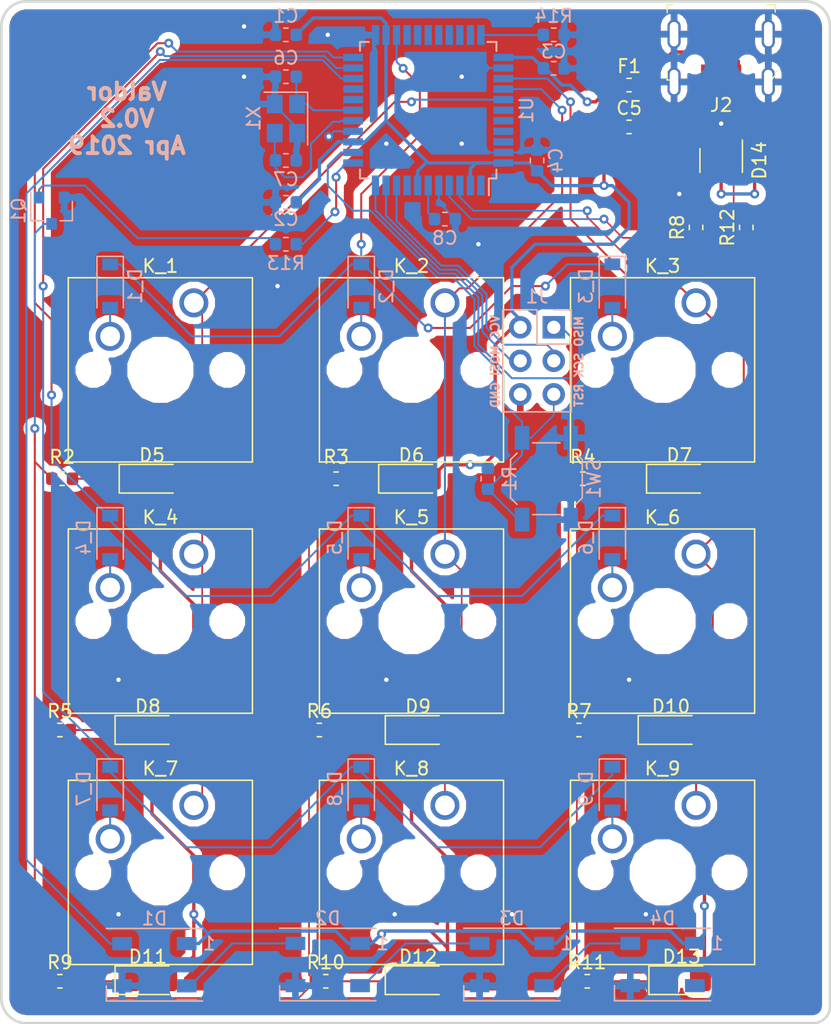
<source format=kicad_pcb>
(kicad_pcb (version 20171130) (host pcbnew 5.0.2)

  (general
    (thickness 1.6)
    (drawings 11)
    (tracks 522)
    (zones 0)
    (modules 61)
    (nets 66)
  )

  (page A4)
  (layers
    (0 F.Cu signal)
    (31 B.Cu signal)
    (32 B.Adhes user)
    (33 F.Adhes user)
    (34 B.Paste user)
    (35 F.Paste user)
    (36 B.SilkS user)
    (37 F.SilkS user)
    (38 B.Mask user)
    (39 F.Mask user)
    (40 Dwgs.User user hide)
    (41 Cmts.User user)
    (42 Eco1.User user)
    (43 Eco2.User user)
    (44 Edge.Cuts user)
    (45 Margin user)
    (46 B.CrtYd user)
    (47 F.CrtYd user)
    (48 B.Fab user hide)
    (49 F.Fab user hide)
  )

  (setup
    (last_trace_width 0.127)
    (trace_clearance 0.127)
    (zone_clearance 0.508)
    (zone_45_only no)
    (trace_min 0.127)
    (segment_width 0.2)
    (edge_width 0.2)
    (via_size 0.6858)
    (via_drill 0.3302)
    (via_min_size 0.6858)
    (via_min_drill 0.3302)
    (uvia_size 0.6858)
    (uvia_drill 0.3302)
    (uvias_allowed no)
    (uvia_min_size 0.2)
    (uvia_min_drill 0.1)
    (pcb_text_width 0.3)
    (pcb_text_size 1.5 1.5)
    (mod_edge_width 0.15)
    (mod_text_size 1 1)
    (mod_text_width 0.15)
    (pad_size 1.016 1.25)
    (pad_drill 0.55)
    (pad_to_mask_clearance 0.2)
    (solder_mask_min_width 0.25)
    (aux_axis_origin 0 0)
    (grid_origin 71.75 40)
    (visible_elements FFFFFF7F)
    (pcbplotparams
      (layerselection 0x010f0_ffffffff)
      (usegerberextensions true)
      (usegerberattributes true)
      (usegerberadvancedattributes false)
      (creategerberjobfile false)
      (excludeedgelayer true)
      (linewidth 0.100000)
      (plotframeref false)
      (viasonmask false)
      (mode 1)
      (useauxorigin false)
      (hpglpennumber 1)
      (hpglpenspeed 20)
      (hpglpendiameter 15.000000)
      (psnegative false)
      (psa4output false)
      (plotreference true)
      (plotvalue true)
      (plotinvisibletext false)
      (padsonsilk false)
      (subtractmaskfromsilk false)
      (outputformat 1)
      (mirror false)
      (drillshape 0)
      (scaleselection 1)
      (outputdirectory "gerbers/"))
  )

  (net 0 "")
  (net 1 /row0)
  (net 2 /row1)
  (net 3 /col1)
  (net 4 /col0)
  (net 5 GND)
  (net 6 VCC)
  (net 7 /xtal2)
  (net 8 /xtal1)
  (net 9 /D-)
  (net 10 /D+)
  (net 11 /Du-)
  (net 12 /Du+)
  (net 13 /Ucap)
  (net 14 "Net-(U1-Pad1)")
  (net 15 "Net-(U1-Pad18)")
  (net 16 "Net-(U1-Pad19)")
  (net 17 "Net-(U1-Pad26)")
  (net 18 "Net-(U1-Pad27)")
  (net 19 "Net-(U1-Pad28)")
  (net 20 "Net-(U1-Pad29)")
  (net 21 "Net-(U1-Pad32)")
  (net 22 "Net-(U1-Pad39)")
  (net 23 "Net-(U1-Pad40)")
  (net 24 "Net-(U1-Pad41)")
  (net 25 "Net-(U1-Pad42)")
  (net 26 /RGBLED)
  (net 27 /LED)
  (net 28 "Net-(Q1-Pad3)")
  (net 29 "Net-(Q1-Pad1)")
  (net 30 "Net-(D9-Pad1)")
  (net 31 "Net-(D8-Pad1)")
  (net 32 "Net-(D2-Pad2)")
  (net 33 "Net-(D3-Pad2)")
  (net 34 "Net-(D_1-Pad2)")
  (net 35 "Net-(D_2-Pad2)")
  (net 36 "Net-(D_3-Pad2)")
  (net 37 "Net-(D_4-Pad2)")
  (net 38 "Net-(D7-Pad1)")
  (net 39 "Net-(D6-Pad1)")
  (net 40 /Vu)
  (net 41 /RST)
  (net 42 /MISO)
  (net 43 /MOSI)
  (net 44 /SCK)
  (net 45 "Net-(U1-Pad8)")
  (net 46 "Net-(J2-Pad4)")
  (net 47 "Net-(D10-Pad1)")
  (net 48 "Net-(D5-Pad1)")
  (net 49 "Net-(D11-Pad1)")
  (net 50 "Net-(D12-Pad1)")
  (net 51 "Net-(D13-Pad1)")
  (net 52 /col2)
  (net 53 "Net-(U1-Pad31)")
  (net 54 "Net-(U1-Pad30)")
  (net 55 /row2)
  (net 56 "Net-(D1-Pad2)")
  (net 57 "Net-(D4-Pad2)")
  (net 58 "Net-(D_7-Pad2)")
  (net 59 "Net-(D_9-Pad2)")
  (net 60 "Net-(D_8-Pad2)")
  (net 61 "Net-(D_6-Pad2)")
  (net 62 "Net-(D_5-Pad2)")
  (net 63 "Net-(R14-Pad2)")
  (net 64 /Dp-)
  (net 65 /Dp+)

  (net_class Default "This is the default net class."
    (clearance 0.127)
    (trace_width 0.127)
    (via_dia 0.6858)
    (via_drill 0.3302)
    (uvia_dia 0.6858)
    (uvia_drill 0.3302)
    (diff_pair_gap 0.1524)
    (diff_pair_width 0.1524)
    (add_net /D+)
    (add_net /D-)
    (add_net /Dp+)
    (add_net /Dp-)
    (add_net /Du+)
    (add_net /Du-)
    (add_net /LED)
    (add_net /MISO)
    (add_net /MOSI)
    (add_net /RGBLED)
    (add_net /RST)
    (add_net /SCK)
    (add_net /Ucap)
    (add_net /col0)
    (add_net /col1)
    (add_net /col2)
    (add_net /row0)
    (add_net /row1)
    (add_net /row2)
    (add_net /xtal1)
    (add_net /xtal2)
    (add_net GND)
    (add_net "Net-(D1-Pad2)")
    (add_net "Net-(D10-Pad1)")
    (add_net "Net-(D11-Pad1)")
    (add_net "Net-(D12-Pad1)")
    (add_net "Net-(D13-Pad1)")
    (add_net "Net-(D2-Pad2)")
    (add_net "Net-(D3-Pad2)")
    (add_net "Net-(D4-Pad2)")
    (add_net "Net-(D5-Pad1)")
    (add_net "Net-(D6-Pad1)")
    (add_net "Net-(D7-Pad1)")
    (add_net "Net-(D8-Pad1)")
    (add_net "Net-(D9-Pad1)")
    (add_net "Net-(D_1-Pad2)")
    (add_net "Net-(D_2-Pad2)")
    (add_net "Net-(D_3-Pad2)")
    (add_net "Net-(D_4-Pad2)")
    (add_net "Net-(D_5-Pad2)")
    (add_net "Net-(D_6-Pad2)")
    (add_net "Net-(D_7-Pad2)")
    (add_net "Net-(D_8-Pad2)")
    (add_net "Net-(D_9-Pad2)")
    (add_net "Net-(J2-Pad4)")
    (add_net "Net-(Q1-Pad1)")
    (add_net "Net-(Q1-Pad3)")
    (add_net "Net-(R14-Pad2)")
    (add_net "Net-(U1-Pad1)")
    (add_net "Net-(U1-Pad18)")
    (add_net "Net-(U1-Pad19)")
    (add_net "Net-(U1-Pad26)")
    (add_net "Net-(U1-Pad27)")
    (add_net "Net-(U1-Pad28)")
    (add_net "Net-(U1-Pad29)")
    (add_net "Net-(U1-Pad30)")
    (add_net "Net-(U1-Pad31)")
    (add_net "Net-(U1-Pad32)")
    (add_net "Net-(U1-Pad39)")
    (add_net "Net-(U1-Pad40)")
    (add_net "Net-(U1-Pad41)")
    (add_net "Net-(U1-Pad42)")
    (add_net "Net-(U1-Pad8)")
  )

  (net_class Vcc ""
    (clearance 0.127)
    (trace_width 0.254)
    (via_dia 0.6858)
    (via_drill 0.3302)
    (uvia_dia 0.6858)
    (uvia_drill 0.3302)
    (diff_pair_gap 0.1524)
    (diff_pair_width 0.1524)
    (add_net /Vu)
    (add_net VCC)
  )

  (module Button_Switch_Keyboard:SW_Cherry_MX1A_1.00u_PCB (layer F.Cu) (tedit 5A02FE24) (tstamp 5CC3E7E1)
    (at 93.34 158.745)
    (descr "Cherry MX keyswitch, MX1A, 1.00u, PCB mount, http://cherryamericas.com/wp-content/uploads/2014/12/mx_cat.pdf")
    (tags "cherry mx keyswitch MX1A 1.00u PCB")
    (path /5CB46192)
    (fp_text reference K_9 (at -2.54 -2.794) (layer F.SilkS)
      (effects (font (size 1 1) (thickness 0.15)))
    )
    (fp_text value KEYSW (at -2.54 12.954) (layer F.Fab)
      (effects (font (size 1 1) (thickness 0.15)))
    )
    (fp_text user %R (at -2.54 -2.794) (layer F.Fab)
      (effects (font (size 1 1) (thickness 0.15)))
    )
    (fp_line (start -8.89 -1.27) (end 3.81 -1.27) (layer F.Fab) (width 0.15))
    (fp_line (start 3.81 -1.27) (end 3.81 11.43) (layer F.Fab) (width 0.15))
    (fp_line (start 3.81 11.43) (end -8.89 11.43) (layer F.Fab) (width 0.15))
    (fp_line (start -8.89 11.43) (end -8.89 -1.27) (layer F.Fab) (width 0.15))
    (fp_line (start -9.14 11.68) (end -9.14 -1.52) (layer F.CrtYd) (width 0.05))
    (fp_line (start 4.06 11.68) (end -9.14 11.68) (layer F.CrtYd) (width 0.05))
    (fp_line (start 4.06 -1.52) (end 4.06 11.68) (layer F.CrtYd) (width 0.05))
    (fp_line (start -9.14 -1.52) (end 4.06 -1.52) (layer F.CrtYd) (width 0.05))
    (fp_line (start -12.065 -4.445) (end 6.985 -4.445) (layer Dwgs.User) (width 0.15))
    (fp_line (start 6.985 -4.445) (end 6.985 14.605) (layer Dwgs.User) (width 0.15))
    (fp_line (start 6.985 14.605) (end -12.065 14.605) (layer Dwgs.User) (width 0.15))
    (fp_line (start -12.065 14.605) (end -12.065 -4.445) (layer Dwgs.User) (width 0.15))
    (fp_line (start -9.525 -1.905) (end 4.445 -1.905) (layer F.SilkS) (width 0.12))
    (fp_line (start 4.445 -1.905) (end 4.445 12.065) (layer F.SilkS) (width 0.12))
    (fp_line (start 4.445 12.065) (end -9.525 12.065) (layer F.SilkS) (width 0.12))
    (fp_line (start -9.525 12.065) (end -9.525 -1.905) (layer F.SilkS) (width 0.12))
    (pad 1 thru_hole circle (at 0 0) (size 2.2 2.2) (drill 1.5) (layers *.Cu *.Mask)
      (net 52 /col2))
    (pad 2 thru_hole circle (at -6.35 2.54) (size 2.2 2.2) (drill 1.5) (layers *.Cu *.Mask)
      (net 59 "Net-(D_9-Pad2)"))
    (pad "" np_thru_hole circle (at -2.54 5.08) (size 4 4) (drill 4) (layers *.Cu *.Mask))
    (pad "" np_thru_hole circle (at -7.62 5.08) (size 1.7 1.7) (drill 1.7) (layers *.Cu *.Mask))
    (pad "" np_thru_hole circle (at 2.54 5.08) (size 1.7 1.7) (drill 1.7) (layers *.Cu *.Mask))
    (model ${KISYS3DMOD}/Button_Switch_Keyboard.3dshapes/SW_Cherry_MX1A_1.00u_PCB.wrl
      (at (xyz 0 0 0))
      (scale (xyz 1 1 1))
      (rotate (xyz 0 0 0))
    )
  )

  (module Button_Switch_Keyboard:SW_Cherry_MX1A_1.00u_PCB (layer F.Cu) (tedit 5A02FE24) (tstamp 5CC3E7C8)
    (at 74.29 158.745)
    (descr "Cherry MX keyswitch, MX1A, 1.00u, PCB mount, http://cherryamericas.com/wp-content/uploads/2014/12/mx_cat.pdf")
    (tags "cherry mx keyswitch MX1A 1.00u PCB")
    (path /5CB4617F)
    (fp_text reference K_8 (at -2.54 -2.794) (layer F.SilkS)
      (effects (font (size 1 1) (thickness 0.15)))
    )
    (fp_text value KEYSW (at -2.54 12.954) (layer F.Fab)
      (effects (font (size 1 1) (thickness 0.15)))
    )
    (fp_line (start -9.525 12.065) (end -9.525 -1.905) (layer F.SilkS) (width 0.12))
    (fp_line (start 4.445 12.065) (end -9.525 12.065) (layer F.SilkS) (width 0.12))
    (fp_line (start 4.445 -1.905) (end 4.445 12.065) (layer F.SilkS) (width 0.12))
    (fp_line (start -9.525 -1.905) (end 4.445 -1.905) (layer F.SilkS) (width 0.12))
    (fp_line (start -12.065 14.605) (end -12.065 -4.445) (layer Dwgs.User) (width 0.15))
    (fp_line (start 6.985 14.605) (end -12.065 14.605) (layer Dwgs.User) (width 0.15))
    (fp_line (start 6.985 -4.445) (end 6.985 14.605) (layer Dwgs.User) (width 0.15))
    (fp_line (start -12.065 -4.445) (end 6.985 -4.445) (layer Dwgs.User) (width 0.15))
    (fp_line (start -9.14 -1.52) (end 4.06 -1.52) (layer F.CrtYd) (width 0.05))
    (fp_line (start 4.06 -1.52) (end 4.06 11.68) (layer F.CrtYd) (width 0.05))
    (fp_line (start 4.06 11.68) (end -9.14 11.68) (layer F.CrtYd) (width 0.05))
    (fp_line (start -9.14 11.68) (end -9.14 -1.52) (layer F.CrtYd) (width 0.05))
    (fp_line (start -8.89 11.43) (end -8.89 -1.27) (layer F.Fab) (width 0.15))
    (fp_line (start 3.81 11.43) (end -8.89 11.43) (layer F.Fab) (width 0.15))
    (fp_line (start 3.81 -1.27) (end 3.81 11.43) (layer F.Fab) (width 0.15))
    (fp_line (start -8.89 -1.27) (end 3.81 -1.27) (layer F.Fab) (width 0.15))
    (fp_text user %R (at -2.54 -2.794) (layer F.Fab)
      (effects (font (size 1 1) (thickness 0.15)))
    )
    (pad "" np_thru_hole circle (at 2.54 5.08) (size 1.7 1.7) (drill 1.7) (layers *.Cu *.Mask))
    (pad "" np_thru_hole circle (at -7.62 5.08) (size 1.7 1.7) (drill 1.7) (layers *.Cu *.Mask))
    (pad "" np_thru_hole circle (at -2.54 5.08) (size 4 4) (drill 4) (layers *.Cu *.Mask))
    (pad 2 thru_hole circle (at -6.35 2.54) (size 2.2 2.2) (drill 1.5) (layers *.Cu *.Mask)
      (net 60 "Net-(D_8-Pad2)"))
    (pad 1 thru_hole circle (at 0 0) (size 2.2 2.2) (drill 1.5) (layers *.Cu *.Mask)
      (net 3 /col1))
    (model ${KISYS3DMOD}/Button_Switch_Keyboard.3dshapes/SW_Cherry_MX1A_1.00u_PCB.wrl
      (at (xyz 0 0 0))
      (scale (xyz 1 1 1))
      (rotate (xyz 0 0 0))
    )
  )

  (module Button_Switch_Keyboard:SW_Cherry_MX1A_1.00u_PCB (layer F.Cu) (tedit 5A02FE24) (tstamp 5CC3E7AF)
    (at 55.24 158.745)
    (descr "Cherry MX keyswitch, MX1A, 1.00u, PCB mount, http://cherryamericas.com/wp-content/uploads/2014/12/mx_cat.pdf")
    (tags "cherry mx keyswitch MX1A 1.00u PCB")
    (path /5CB4616D)
    (fp_text reference K_7 (at -2.54 -2.794) (layer F.SilkS)
      (effects (font (size 1 1) (thickness 0.15)))
    )
    (fp_text value KEYSW (at -2.54 12.954) (layer F.Fab)
      (effects (font (size 1 1) (thickness 0.15)))
    )
    (fp_text user %R (at -2.54 -2.794) (layer F.Fab)
      (effects (font (size 1 1) (thickness 0.15)))
    )
    (fp_line (start -8.89 -1.27) (end 3.81 -1.27) (layer F.Fab) (width 0.15))
    (fp_line (start 3.81 -1.27) (end 3.81 11.43) (layer F.Fab) (width 0.15))
    (fp_line (start 3.81 11.43) (end -8.89 11.43) (layer F.Fab) (width 0.15))
    (fp_line (start -8.89 11.43) (end -8.89 -1.27) (layer F.Fab) (width 0.15))
    (fp_line (start -9.14 11.68) (end -9.14 -1.52) (layer F.CrtYd) (width 0.05))
    (fp_line (start 4.06 11.68) (end -9.14 11.68) (layer F.CrtYd) (width 0.05))
    (fp_line (start 4.06 -1.52) (end 4.06 11.68) (layer F.CrtYd) (width 0.05))
    (fp_line (start -9.14 -1.52) (end 4.06 -1.52) (layer F.CrtYd) (width 0.05))
    (fp_line (start -12.065 -4.445) (end 6.985 -4.445) (layer Dwgs.User) (width 0.15))
    (fp_line (start 6.985 -4.445) (end 6.985 14.605) (layer Dwgs.User) (width 0.15))
    (fp_line (start 6.985 14.605) (end -12.065 14.605) (layer Dwgs.User) (width 0.15))
    (fp_line (start -12.065 14.605) (end -12.065 -4.445) (layer Dwgs.User) (width 0.15))
    (fp_line (start -9.525 -1.905) (end 4.445 -1.905) (layer F.SilkS) (width 0.12))
    (fp_line (start 4.445 -1.905) (end 4.445 12.065) (layer F.SilkS) (width 0.12))
    (fp_line (start 4.445 12.065) (end -9.525 12.065) (layer F.SilkS) (width 0.12))
    (fp_line (start -9.525 12.065) (end -9.525 -1.905) (layer F.SilkS) (width 0.12))
    (pad 1 thru_hole circle (at 0 0) (size 2.2 2.2) (drill 1.5) (layers *.Cu *.Mask)
      (net 4 /col0))
    (pad 2 thru_hole circle (at -6.35 2.54) (size 2.2 2.2) (drill 1.5) (layers *.Cu *.Mask)
      (net 58 "Net-(D_7-Pad2)"))
    (pad "" np_thru_hole circle (at -2.54 5.08) (size 4 4) (drill 4) (layers *.Cu *.Mask))
    (pad "" np_thru_hole circle (at -7.62 5.08) (size 1.7 1.7) (drill 1.7) (layers *.Cu *.Mask))
    (pad "" np_thru_hole circle (at 2.54 5.08) (size 1.7 1.7) (drill 1.7) (layers *.Cu *.Mask))
    (model ${KISYS3DMOD}/Button_Switch_Keyboard.3dshapes/SW_Cherry_MX1A_1.00u_PCB.wrl
      (at (xyz 0 0 0))
      (scale (xyz 1 1 1))
      (rotate (xyz 0 0 0))
    )
  )

  (module Button_Switch_Keyboard:SW_Cherry_MX1A_1.00u_PCB (layer F.Cu) (tedit 5A02FE24) (tstamp 5CC3E796)
    (at 93.34 139.695)
    (descr "Cherry MX keyswitch, MX1A, 1.00u, PCB mount, http://cherryamericas.com/wp-content/uploads/2014/12/mx_cat.pdf")
    (tags "cherry mx keyswitch MX1A 1.00u PCB")
    (path /5CB3EFA6)
    (fp_text reference K_6 (at -2.54 -2.794) (layer F.SilkS)
      (effects (font (size 1 1) (thickness 0.15)))
    )
    (fp_text value KEYSW (at -2.54 12.954) (layer F.Fab)
      (effects (font (size 1 1) (thickness 0.15)))
    )
    (fp_line (start -9.525 12.065) (end -9.525 -1.905) (layer F.SilkS) (width 0.12))
    (fp_line (start 4.445 12.065) (end -9.525 12.065) (layer F.SilkS) (width 0.12))
    (fp_line (start 4.445 -1.905) (end 4.445 12.065) (layer F.SilkS) (width 0.12))
    (fp_line (start -9.525 -1.905) (end 4.445 -1.905) (layer F.SilkS) (width 0.12))
    (fp_line (start -12.065 14.605) (end -12.065 -4.445) (layer Dwgs.User) (width 0.15))
    (fp_line (start 6.985 14.605) (end -12.065 14.605) (layer Dwgs.User) (width 0.15))
    (fp_line (start 6.985 -4.445) (end 6.985 14.605) (layer Dwgs.User) (width 0.15))
    (fp_line (start -12.065 -4.445) (end 6.985 -4.445) (layer Dwgs.User) (width 0.15))
    (fp_line (start -9.14 -1.52) (end 4.06 -1.52) (layer F.CrtYd) (width 0.05))
    (fp_line (start 4.06 -1.52) (end 4.06 11.68) (layer F.CrtYd) (width 0.05))
    (fp_line (start 4.06 11.68) (end -9.14 11.68) (layer F.CrtYd) (width 0.05))
    (fp_line (start -9.14 11.68) (end -9.14 -1.52) (layer F.CrtYd) (width 0.05))
    (fp_line (start -8.89 11.43) (end -8.89 -1.27) (layer F.Fab) (width 0.15))
    (fp_line (start 3.81 11.43) (end -8.89 11.43) (layer F.Fab) (width 0.15))
    (fp_line (start 3.81 -1.27) (end 3.81 11.43) (layer F.Fab) (width 0.15))
    (fp_line (start -8.89 -1.27) (end 3.81 -1.27) (layer F.Fab) (width 0.15))
    (fp_text user %R (at -2.54 -2.794) (layer F.Fab)
      (effects (font (size 1 1) (thickness 0.15)))
    )
    (pad "" np_thru_hole circle (at 2.54 5.08) (size 1.7 1.7) (drill 1.7) (layers *.Cu *.Mask))
    (pad "" np_thru_hole circle (at -7.62 5.08) (size 1.7 1.7) (drill 1.7) (layers *.Cu *.Mask))
    (pad "" np_thru_hole circle (at -2.54 5.08) (size 4 4) (drill 4) (layers *.Cu *.Mask))
    (pad 2 thru_hole circle (at -6.35 2.54) (size 2.2 2.2) (drill 1.5) (layers *.Cu *.Mask)
      (net 61 "Net-(D_6-Pad2)"))
    (pad 1 thru_hole circle (at 0 0) (size 2.2 2.2) (drill 1.5) (layers *.Cu *.Mask)
      (net 52 /col2))
    (model ${KISYS3DMOD}/Button_Switch_Keyboard.3dshapes/SW_Cherry_MX1A_1.00u_PCB.wrl
      (at (xyz 0 0 0))
      (scale (xyz 1 1 1))
      (rotate (xyz 0 0 0))
    )
  )

  (module Button_Switch_Keyboard:SW_Cherry_MX1A_1.00u_PCB (layer F.Cu) (tedit 5A02FE24) (tstamp 5CC3E77D)
    (at 74.29 139.695)
    (descr "Cherry MX keyswitch, MX1A, 1.00u, PCB mount, http://cherryamericas.com/wp-content/uploads/2014/12/mx_cat.pdf")
    (tags "cherry mx keyswitch MX1A 1.00u PCB")
    (path /5CB3EF93)
    (fp_text reference K_5 (at -2.54 -2.794) (layer F.SilkS)
      (effects (font (size 1 1) (thickness 0.15)))
    )
    (fp_text value KEYSW (at -2.54 12.954) (layer F.Fab)
      (effects (font (size 1 1) (thickness 0.15)))
    )
    (fp_text user %R (at -2.54 -2.794) (layer F.Fab)
      (effects (font (size 1 1) (thickness 0.15)))
    )
    (fp_line (start -8.89 -1.27) (end 3.81 -1.27) (layer F.Fab) (width 0.15))
    (fp_line (start 3.81 -1.27) (end 3.81 11.43) (layer F.Fab) (width 0.15))
    (fp_line (start 3.81 11.43) (end -8.89 11.43) (layer F.Fab) (width 0.15))
    (fp_line (start -8.89 11.43) (end -8.89 -1.27) (layer F.Fab) (width 0.15))
    (fp_line (start -9.14 11.68) (end -9.14 -1.52) (layer F.CrtYd) (width 0.05))
    (fp_line (start 4.06 11.68) (end -9.14 11.68) (layer F.CrtYd) (width 0.05))
    (fp_line (start 4.06 -1.52) (end 4.06 11.68) (layer F.CrtYd) (width 0.05))
    (fp_line (start -9.14 -1.52) (end 4.06 -1.52) (layer F.CrtYd) (width 0.05))
    (fp_line (start -12.065 -4.445) (end 6.985 -4.445) (layer Dwgs.User) (width 0.15))
    (fp_line (start 6.985 -4.445) (end 6.985 14.605) (layer Dwgs.User) (width 0.15))
    (fp_line (start 6.985 14.605) (end -12.065 14.605) (layer Dwgs.User) (width 0.15))
    (fp_line (start -12.065 14.605) (end -12.065 -4.445) (layer Dwgs.User) (width 0.15))
    (fp_line (start -9.525 -1.905) (end 4.445 -1.905) (layer F.SilkS) (width 0.12))
    (fp_line (start 4.445 -1.905) (end 4.445 12.065) (layer F.SilkS) (width 0.12))
    (fp_line (start 4.445 12.065) (end -9.525 12.065) (layer F.SilkS) (width 0.12))
    (fp_line (start -9.525 12.065) (end -9.525 -1.905) (layer F.SilkS) (width 0.12))
    (pad 1 thru_hole circle (at 0 0) (size 2.2 2.2) (drill 1.5) (layers *.Cu *.Mask)
      (net 3 /col1))
    (pad 2 thru_hole circle (at -6.35 2.54) (size 2.2 2.2) (drill 1.5) (layers *.Cu *.Mask)
      (net 62 "Net-(D_5-Pad2)"))
    (pad "" np_thru_hole circle (at -2.54 5.08) (size 4 4) (drill 4) (layers *.Cu *.Mask))
    (pad "" np_thru_hole circle (at -7.62 5.08) (size 1.7 1.7) (drill 1.7) (layers *.Cu *.Mask))
    (pad "" np_thru_hole circle (at 2.54 5.08) (size 1.7 1.7) (drill 1.7) (layers *.Cu *.Mask))
    (model ${KISYS3DMOD}/Button_Switch_Keyboard.3dshapes/SW_Cherry_MX1A_1.00u_PCB.wrl
      (at (xyz 0 0 0))
      (scale (xyz 1 1 1))
      (rotate (xyz 0 0 0))
    )
  )

  (module Button_Switch_Keyboard:SW_Cherry_MX1A_1.00u_PCB (layer F.Cu) (tedit 5A02FE24) (tstamp 5CC3E764)
    (at 55.24 139.695)
    (descr "Cherry MX keyswitch, MX1A, 1.00u, PCB mount, http://cherryamericas.com/wp-content/uploads/2014/12/mx_cat.pdf")
    (tags "cherry mx keyswitch MX1A 1.00u PCB")
    (path /5CB3EF81)
    (fp_text reference K_4 (at -2.54 -2.794) (layer F.SilkS)
      (effects (font (size 1 1) (thickness 0.15)))
    )
    (fp_text value KEYSW (at -2.54 12.954) (layer F.Fab)
      (effects (font (size 1 1) (thickness 0.15)))
    )
    (fp_line (start -9.525 12.065) (end -9.525 -1.905) (layer F.SilkS) (width 0.12))
    (fp_line (start 4.445 12.065) (end -9.525 12.065) (layer F.SilkS) (width 0.12))
    (fp_line (start 4.445 -1.905) (end 4.445 12.065) (layer F.SilkS) (width 0.12))
    (fp_line (start -9.525 -1.905) (end 4.445 -1.905) (layer F.SilkS) (width 0.12))
    (fp_line (start -12.065 14.605) (end -12.065 -4.445) (layer Dwgs.User) (width 0.15))
    (fp_line (start 6.985 14.605) (end -12.065 14.605) (layer Dwgs.User) (width 0.15))
    (fp_line (start 6.985 -4.445) (end 6.985 14.605) (layer Dwgs.User) (width 0.15))
    (fp_line (start -12.065 -4.445) (end 6.985 -4.445) (layer Dwgs.User) (width 0.15))
    (fp_line (start -9.14 -1.52) (end 4.06 -1.52) (layer F.CrtYd) (width 0.05))
    (fp_line (start 4.06 -1.52) (end 4.06 11.68) (layer F.CrtYd) (width 0.05))
    (fp_line (start 4.06 11.68) (end -9.14 11.68) (layer F.CrtYd) (width 0.05))
    (fp_line (start -9.14 11.68) (end -9.14 -1.52) (layer F.CrtYd) (width 0.05))
    (fp_line (start -8.89 11.43) (end -8.89 -1.27) (layer F.Fab) (width 0.15))
    (fp_line (start 3.81 11.43) (end -8.89 11.43) (layer F.Fab) (width 0.15))
    (fp_line (start 3.81 -1.27) (end 3.81 11.43) (layer F.Fab) (width 0.15))
    (fp_line (start -8.89 -1.27) (end 3.81 -1.27) (layer F.Fab) (width 0.15))
    (fp_text user %R (at -2.54 -2.794) (layer F.Fab)
      (effects (font (size 1 1) (thickness 0.15)))
    )
    (pad "" np_thru_hole circle (at 2.54 5.08) (size 1.7 1.7) (drill 1.7) (layers *.Cu *.Mask))
    (pad "" np_thru_hole circle (at -7.62 5.08) (size 1.7 1.7) (drill 1.7) (layers *.Cu *.Mask))
    (pad "" np_thru_hole circle (at -2.54 5.08) (size 4 4) (drill 4) (layers *.Cu *.Mask))
    (pad 2 thru_hole circle (at -6.35 2.54) (size 2.2 2.2) (drill 1.5) (layers *.Cu *.Mask)
      (net 37 "Net-(D_4-Pad2)"))
    (pad 1 thru_hole circle (at 0 0) (size 2.2 2.2) (drill 1.5) (layers *.Cu *.Mask)
      (net 4 /col0))
    (model ${KISYS3DMOD}/Button_Switch_Keyboard.3dshapes/SW_Cherry_MX1A_1.00u_PCB.wrl
      (at (xyz 0 0 0))
      (scale (xyz 1 1 1))
      (rotate (xyz 0 0 0))
    )
  )

  (module Button_Switch_Keyboard:SW_Cherry_MX1A_1.00u_PCB (layer F.Cu) (tedit 5A02FE24) (tstamp 5CC3E74B)
    (at 93.34 120.645)
    (descr "Cherry MX keyswitch, MX1A, 1.00u, PCB mount, http://cherryamericas.com/wp-content/uploads/2014/12/mx_cat.pdf")
    (tags "cherry mx keyswitch MX1A 1.00u PCB")
    (path /5CB39554)
    (fp_text reference K_3 (at -2.54 -2.794) (layer F.SilkS)
      (effects (font (size 1 1) (thickness 0.15)))
    )
    (fp_text value KEYSW (at -2.54 12.954) (layer F.Fab)
      (effects (font (size 1 1) (thickness 0.15)))
    )
    (fp_text user %R (at -2.54 -2.794) (layer F.Fab)
      (effects (font (size 1 1) (thickness 0.15)))
    )
    (fp_line (start -8.89 -1.27) (end 3.81 -1.27) (layer F.Fab) (width 0.15))
    (fp_line (start 3.81 -1.27) (end 3.81 11.43) (layer F.Fab) (width 0.15))
    (fp_line (start 3.81 11.43) (end -8.89 11.43) (layer F.Fab) (width 0.15))
    (fp_line (start -8.89 11.43) (end -8.89 -1.27) (layer F.Fab) (width 0.15))
    (fp_line (start -9.14 11.68) (end -9.14 -1.52) (layer F.CrtYd) (width 0.05))
    (fp_line (start 4.06 11.68) (end -9.14 11.68) (layer F.CrtYd) (width 0.05))
    (fp_line (start 4.06 -1.52) (end 4.06 11.68) (layer F.CrtYd) (width 0.05))
    (fp_line (start -9.14 -1.52) (end 4.06 -1.52) (layer F.CrtYd) (width 0.05))
    (fp_line (start -12.065 -4.445) (end 6.985 -4.445) (layer Dwgs.User) (width 0.15))
    (fp_line (start 6.985 -4.445) (end 6.985 14.605) (layer Dwgs.User) (width 0.15))
    (fp_line (start 6.985 14.605) (end -12.065 14.605) (layer Dwgs.User) (width 0.15))
    (fp_line (start -12.065 14.605) (end -12.065 -4.445) (layer Dwgs.User) (width 0.15))
    (fp_line (start -9.525 -1.905) (end 4.445 -1.905) (layer F.SilkS) (width 0.12))
    (fp_line (start 4.445 -1.905) (end 4.445 12.065) (layer F.SilkS) (width 0.12))
    (fp_line (start 4.445 12.065) (end -9.525 12.065) (layer F.SilkS) (width 0.12))
    (fp_line (start -9.525 12.065) (end -9.525 -1.905) (layer F.SilkS) (width 0.12))
    (pad 1 thru_hole circle (at 0 0) (size 2.2 2.2) (drill 1.5) (layers *.Cu *.Mask)
      (net 52 /col2))
    (pad 2 thru_hole circle (at -6.35 2.54) (size 2.2 2.2) (drill 1.5) (layers *.Cu *.Mask)
      (net 36 "Net-(D_3-Pad2)"))
    (pad "" np_thru_hole circle (at -2.54 5.08) (size 4 4) (drill 4) (layers *.Cu *.Mask))
    (pad "" np_thru_hole circle (at -7.62 5.08) (size 1.7 1.7) (drill 1.7) (layers *.Cu *.Mask))
    (pad "" np_thru_hole circle (at 2.54 5.08) (size 1.7 1.7) (drill 1.7) (layers *.Cu *.Mask))
    (model ${KISYS3DMOD}/Button_Switch_Keyboard.3dshapes/SW_Cherry_MX1A_1.00u_PCB.wrl
      (at (xyz 0 0 0))
      (scale (xyz 1 1 1))
      (rotate (xyz 0 0 0))
    )
  )

  (module Button_Switch_Keyboard:SW_Cherry_MX1A_1.00u_PCB (layer F.Cu) (tedit 5A02FE24) (tstamp 5CC3E732)
    (at 74.29 120.645)
    (descr "Cherry MX keyswitch, MX1A, 1.00u, PCB mount, http://cherryamericas.com/wp-content/uploads/2014/12/mx_cat.pdf")
    (tags "cherry mx keyswitch MX1A 1.00u PCB")
    (path /5CB39541)
    (fp_text reference K_2 (at -2.54 -2.794) (layer F.SilkS)
      (effects (font (size 1 1) (thickness 0.15)))
    )
    (fp_text value KEYSW (at -2.54 12.954) (layer F.Fab)
      (effects (font (size 1 1) (thickness 0.15)))
    )
    (fp_line (start -9.525 12.065) (end -9.525 -1.905) (layer F.SilkS) (width 0.12))
    (fp_line (start 4.445 12.065) (end -9.525 12.065) (layer F.SilkS) (width 0.12))
    (fp_line (start 4.445 -1.905) (end 4.445 12.065) (layer F.SilkS) (width 0.12))
    (fp_line (start -9.525 -1.905) (end 4.445 -1.905) (layer F.SilkS) (width 0.12))
    (fp_line (start -12.065 14.605) (end -12.065 -4.445) (layer Dwgs.User) (width 0.15))
    (fp_line (start 6.985 14.605) (end -12.065 14.605) (layer Dwgs.User) (width 0.15))
    (fp_line (start 6.985 -4.445) (end 6.985 14.605) (layer Dwgs.User) (width 0.15))
    (fp_line (start -12.065 -4.445) (end 6.985 -4.445) (layer Dwgs.User) (width 0.15))
    (fp_line (start -9.14 -1.52) (end 4.06 -1.52) (layer F.CrtYd) (width 0.05))
    (fp_line (start 4.06 -1.52) (end 4.06 11.68) (layer F.CrtYd) (width 0.05))
    (fp_line (start 4.06 11.68) (end -9.14 11.68) (layer F.CrtYd) (width 0.05))
    (fp_line (start -9.14 11.68) (end -9.14 -1.52) (layer F.CrtYd) (width 0.05))
    (fp_line (start -8.89 11.43) (end -8.89 -1.27) (layer F.Fab) (width 0.15))
    (fp_line (start 3.81 11.43) (end -8.89 11.43) (layer F.Fab) (width 0.15))
    (fp_line (start 3.81 -1.27) (end 3.81 11.43) (layer F.Fab) (width 0.15))
    (fp_line (start -8.89 -1.27) (end 3.81 -1.27) (layer F.Fab) (width 0.15))
    (fp_text user %R (at -2.54 -2.794) (layer F.Fab)
      (effects (font (size 1 1) (thickness 0.15)))
    )
    (pad "" np_thru_hole circle (at 2.54 5.08) (size 1.7 1.7) (drill 1.7) (layers *.Cu *.Mask))
    (pad "" np_thru_hole circle (at -7.62 5.08) (size 1.7 1.7) (drill 1.7) (layers *.Cu *.Mask))
    (pad "" np_thru_hole circle (at -2.54 5.08) (size 4 4) (drill 4) (layers *.Cu *.Mask))
    (pad 2 thru_hole circle (at -6.35 2.54) (size 2.2 2.2) (drill 1.5) (layers *.Cu *.Mask)
      (net 35 "Net-(D_2-Pad2)"))
    (pad 1 thru_hole circle (at 0 0) (size 2.2 2.2) (drill 1.5) (layers *.Cu *.Mask)
      (net 3 /col1))
    (model ${KISYS3DMOD}/Button_Switch_Keyboard.3dshapes/SW_Cherry_MX1A_1.00u_PCB.wrl
      (at (xyz 0 0 0))
      (scale (xyz 1 1 1))
      (rotate (xyz 0 0 0))
    )
  )

  (module Button_Switch_Keyboard:SW_Cherry_MX1A_1.00u_PCB (layer F.Cu) (tedit 5A02FE24) (tstamp 5CC3E719)
    (at 55.24 120.645)
    (descr "Cherry MX keyswitch, MX1A, 1.00u, PCB mount, http://cherryamericas.com/wp-content/uploads/2014/12/mx_cat.pdf")
    (tags "cherry mx keyswitch MX1A 1.00u PCB")
    (path /5CB3952F)
    (fp_text reference K_1 (at -2.54 -2.794) (layer F.SilkS)
      (effects (font (size 1 1) (thickness 0.15)))
    )
    (fp_text value KEYSW (at -2.54 12.954) (layer F.Fab)
      (effects (font (size 1 1) (thickness 0.15)))
    )
    (fp_text user %R (at -2.54 -2.794) (layer F.Fab)
      (effects (font (size 1 1) (thickness 0.15)))
    )
    (fp_line (start -8.89 -1.27) (end 3.81 -1.27) (layer F.Fab) (width 0.15))
    (fp_line (start 3.81 -1.27) (end 3.81 11.43) (layer F.Fab) (width 0.15))
    (fp_line (start 3.81 11.43) (end -8.89 11.43) (layer F.Fab) (width 0.15))
    (fp_line (start -8.89 11.43) (end -8.89 -1.27) (layer F.Fab) (width 0.15))
    (fp_line (start -9.14 11.68) (end -9.14 -1.52) (layer F.CrtYd) (width 0.05))
    (fp_line (start 4.06 11.68) (end -9.14 11.68) (layer F.CrtYd) (width 0.05))
    (fp_line (start 4.06 -1.52) (end 4.06 11.68) (layer F.CrtYd) (width 0.05))
    (fp_line (start -9.14 -1.52) (end 4.06 -1.52) (layer F.CrtYd) (width 0.05))
    (fp_line (start -12.065 -4.445) (end 6.985 -4.445) (layer Dwgs.User) (width 0.15))
    (fp_line (start 6.985 -4.445) (end 6.985 14.605) (layer Dwgs.User) (width 0.15))
    (fp_line (start 6.985 14.605) (end -12.065 14.605) (layer Dwgs.User) (width 0.15))
    (fp_line (start -12.065 14.605) (end -12.065 -4.445) (layer Dwgs.User) (width 0.15))
    (fp_line (start -9.525 -1.905) (end 4.445 -1.905) (layer F.SilkS) (width 0.12))
    (fp_line (start 4.445 -1.905) (end 4.445 12.065) (layer F.SilkS) (width 0.12))
    (fp_line (start 4.445 12.065) (end -9.525 12.065) (layer F.SilkS) (width 0.12))
    (fp_line (start -9.525 12.065) (end -9.525 -1.905) (layer F.SilkS) (width 0.12))
    (pad 1 thru_hole circle (at 0 0) (size 2.2 2.2) (drill 1.5) (layers *.Cu *.Mask)
      (net 4 /col0))
    (pad 2 thru_hole circle (at -6.35 2.54) (size 2.2 2.2) (drill 1.5) (layers *.Cu *.Mask)
      (net 34 "Net-(D_1-Pad2)"))
    (pad "" np_thru_hole circle (at -2.54 5.08) (size 4 4) (drill 4) (layers *.Cu *.Mask))
    (pad "" np_thru_hole circle (at -7.62 5.08) (size 1.7 1.7) (drill 1.7) (layers *.Cu *.Mask))
    (pad "" np_thru_hole circle (at 2.54 5.08) (size 1.7 1.7) (drill 1.7) (layers *.Cu *.Mask))
    (model ${KISYS3DMOD}/Button_Switch_Keyboard.3dshapes/SW_Cherry_MX1A_1.00u_PCB.wrl
      (at (xyz 0 0 0))
      (scale (xyz 1 1 1))
      (rotate (xyz 0 0 0))
    )
  )

  (module LED_SMD:LED_WS2812B_PLCC4_5.0x5.0mm_P3.2mm (layer B.Cu) (tedit 5AA4B285) (tstamp 5C87E83C)
    (at 79.37 170.81 180)
    (descr https://cdn-shop.adafruit.com/datasheets/WS2812B.pdf)
    (tags "LED RGB NeoPixel")
    (path /5C74B1D9)
    (attr smd)
    (fp_text reference D3 (at 0 3.5 180) (layer B.SilkS)
      (effects (font (size 1 1) (thickness 0.15)) (justify mirror))
    )
    (fp_text value WS2812B (at 0 -4 180) (layer B.Fab)
      (effects (font (size 1 1) (thickness 0.15)) (justify mirror))
    )
    (fp_circle (center 0 0) (end 0 2) (layer B.Fab) (width 0.1))
    (fp_line (start 3.65 -2.75) (end 3.65 -1.6) (layer B.SilkS) (width 0.12))
    (fp_line (start -3.65 -2.75) (end 3.65 -2.75) (layer B.SilkS) (width 0.12))
    (fp_line (start -3.65 2.75) (end 3.65 2.75) (layer B.SilkS) (width 0.12))
    (fp_line (start 2.5 2.5) (end -2.5 2.5) (layer B.Fab) (width 0.1))
    (fp_line (start 2.5 -2.5) (end 2.5 2.5) (layer B.Fab) (width 0.1))
    (fp_line (start -2.5 -2.5) (end 2.5 -2.5) (layer B.Fab) (width 0.1))
    (fp_line (start -2.5 2.5) (end -2.5 -2.5) (layer B.Fab) (width 0.1))
    (fp_line (start 2.5 -1.5) (end 1.5 -2.5) (layer B.Fab) (width 0.1))
    (fp_line (start -3.45 2.75) (end -3.45 -2.75) (layer B.CrtYd) (width 0.05))
    (fp_line (start -3.45 -2.75) (end 3.45 -2.75) (layer B.CrtYd) (width 0.05))
    (fp_line (start 3.45 -2.75) (end 3.45 2.75) (layer B.CrtYd) (width 0.05))
    (fp_line (start 3.45 2.75) (end -3.45 2.75) (layer B.CrtYd) (width 0.05))
    (fp_text user %R (at 0 0 180) (layer B.Fab)
      (effects (font (size 0.8 0.8) (thickness 0.15)) (justify mirror))
    )
    (fp_text user 1 (at -4.15 1.6 180) (layer B.SilkS)
      (effects (font (size 1 1) (thickness 0.15)) (justify mirror))
    )
    (pad 1 smd rect (at -2.45 1.6 180) (size 1.5 1) (layers B.Cu B.Paste B.Mask)
      (net 6 VCC))
    (pad 2 smd rect (at -2.45 -1.6 180) (size 1.5 1) (layers B.Cu B.Paste B.Mask)
      (net 33 "Net-(D3-Pad2)"))
    (pad 4 smd rect (at 2.45 1.6 180) (size 1.5 1) (layers B.Cu B.Paste B.Mask)
      (net 32 "Net-(D2-Pad2)"))
    (pad 3 smd rect (at 2.45 -1.6 180) (size 1.5 1) (layers B.Cu B.Paste B.Mask)
      (net 5 GND))
    (model ${KISYS3DMOD}/LED_SMD.3dshapes/LED_WS2812B_PLCC4_5.0x5.0mm_P3.2mm.wrl
      (at (xyz 0 0 0))
      (scale (xyz 1 1 1))
      (rotate (xyz 0 0 0))
    )
  )

  (module Resistor_SMD:R_0603_1608Metric (layer F.Cu) (tedit 5B301BBD) (tstamp 5CC3B3EF)
    (at 45.25 133.98)
    (descr "Resistor SMD 0603 (1608 Metric), square (rectangular) end terminal, IPC_7351 nominal, (Body size source: http://www.tortai-tech.com/upload/download/2011102023233369053.pdf), generated with kicad-footprint-generator")
    (tags resistor)
    (path /5CB6AF40)
    (attr smd)
    (fp_text reference R2 (at 0 -1.65) (layer F.SilkS)
      (effects (font (size 1 1) (thickness 0.15)))
    )
    (fp_text value 1K (at 0 1.65) (layer F.Fab)
      (effects (font (size 1 1) (thickness 0.15)))
    )
    (fp_text user %R (at 0 0) (layer F.Fab)
      (effects (font (size 0.4 0.4) (thickness 0.06)))
    )
    (fp_line (start 1.48 0.73) (end -1.48 0.73) (layer F.CrtYd) (width 0.05))
    (fp_line (start 1.48 -0.73) (end 1.48 0.73) (layer F.CrtYd) (width 0.05))
    (fp_line (start -1.48 -0.73) (end 1.48 -0.73) (layer F.CrtYd) (width 0.05))
    (fp_line (start -1.48 0.73) (end -1.48 -0.73) (layer F.CrtYd) (width 0.05))
    (fp_line (start -0.162779 0.51) (end 0.162779 0.51) (layer F.SilkS) (width 0.12))
    (fp_line (start -0.162779 -0.51) (end 0.162779 -0.51) (layer F.SilkS) (width 0.12))
    (fp_line (start 0.8 0.4) (end -0.8 0.4) (layer F.Fab) (width 0.1))
    (fp_line (start 0.8 -0.4) (end 0.8 0.4) (layer F.Fab) (width 0.1))
    (fp_line (start -0.8 -0.4) (end 0.8 -0.4) (layer F.Fab) (width 0.1))
    (fp_line (start -0.8 0.4) (end -0.8 -0.4) (layer F.Fab) (width 0.1))
    (pad 2 smd roundrect (at 0.7875 0) (size 0.875 0.95) (layers F.Cu F.Paste F.Mask) (roundrect_rratio 0.25)
      (net 48 "Net-(D5-Pad1)"))
    (pad 1 smd roundrect (at -0.7875 0) (size 0.875 0.95) (layers F.Cu F.Paste F.Mask) (roundrect_rratio 0.25)
      (net 28 "Net-(Q1-Pad3)"))
    (model ${KISYS3DMOD}/Resistor_SMD.3dshapes/R_0603_1608Metric.wrl
      (at (xyz 0 0 0))
      (scale (xyz 1 1 1))
      (rotate (xyz 0 0 0))
    )
  )

  (module Package_TO_SOT_SMD:SOT-23-6 (layer F.Cu) (tedit 5A02FF57) (tstamp 5CB1CDD8)
    (at 95.245 109.85 270)
    (descr "6-pin SOT-23 package")
    (tags SOT-23-6)
    (path /5C72172F)
    (attr smd)
    (fp_text reference D14 (at 0 -2.9 270) (layer F.SilkS)
      (effects (font (size 1 1) (thickness 0.15)))
    )
    (fp_text value "USBLC6-2SC6 " (at 0 2.9 270) (layer F.Fab)
      (effects (font (size 1 1) (thickness 0.15)))
    )
    (fp_line (start 0.9 -1.55) (end 0.9 1.55) (layer F.Fab) (width 0.1))
    (fp_line (start 0.9 1.55) (end -0.9 1.55) (layer F.Fab) (width 0.1))
    (fp_line (start -0.9 -0.9) (end -0.9 1.55) (layer F.Fab) (width 0.1))
    (fp_line (start 0.9 -1.55) (end -0.25 -1.55) (layer F.Fab) (width 0.1))
    (fp_line (start -0.9 -0.9) (end -0.25 -1.55) (layer F.Fab) (width 0.1))
    (fp_line (start -1.9 -1.8) (end -1.9 1.8) (layer F.CrtYd) (width 0.05))
    (fp_line (start -1.9 1.8) (end 1.9 1.8) (layer F.CrtYd) (width 0.05))
    (fp_line (start 1.9 1.8) (end 1.9 -1.8) (layer F.CrtYd) (width 0.05))
    (fp_line (start 1.9 -1.8) (end -1.9 -1.8) (layer F.CrtYd) (width 0.05))
    (fp_line (start 0.9 -1.61) (end -1.55 -1.61) (layer F.SilkS) (width 0.12))
    (fp_line (start -0.9 1.61) (end 0.9 1.61) (layer F.SilkS) (width 0.12))
    (fp_text user %R (at 0 0) (layer F.Fab)
      (effects (font (size 0.5 0.5) (thickness 0.075)))
    )
    (pad 5 smd rect (at 1.1 0 270) (size 1.06 0.65) (layers F.Cu F.Paste F.Mask)
      (net 40 /Vu))
    (pad 6 smd rect (at 1.1 -0.95 270) (size 1.06 0.65) (layers F.Cu F.Paste F.Mask)
      (net 64 /Dp-))
    (pad 4 smd rect (at 1.1 0.95 270) (size 1.06 0.65) (layers F.Cu F.Paste F.Mask)
      (net 65 /Dp+))
    (pad 3 smd rect (at -1.1 0.95 270) (size 1.06 0.65) (layers F.Cu F.Paste F.Mask)
      (net 12 /Du+))
    (pad 2 smd rect (at -1.1 0 270) (size 1.06 0.65) (layers F.Cu F.Paste F.Mask)
      (net 5 GND))
    (pad 1 smd rect (at -1.1 -0.95 270) (size 1.06 0.65) (layers F.Cu F.Paste F.Mask)
      (net 11 /Du-))
    (model ${KISYS3DMOD}/Package_TO_SOT_SMD.3dshapes/SOT-23-6.wrl
      (at (xyz 0 0 0))
      (scale (xyz 1 1 1))
      (rotate (xyz 0 0 0))
    )
  )

  (module Connector_PinHeader_2.54mm:PinHeader_2x03_P2.54mm_Vertical (layer B.Cu) (tedit 59FED5CC) (tstamp 5CB1B25C)
    (at 82.545 122.5 180)
    (descr "Through hole straight pin header, 2x03, 2.54mm pitch, double rows")
    (tags "Through hole pin header THT 2x03 2.54mm double row")
    (path /5CB1ED18)
    (fp_text reference J1 (at 1.27 2.33 180) (layer B.SilkS)
      (effects (font (size 1 1) (thickness 0.15)) (justify mirror))
    )
    (fp_text value Conn_02x03_Odd_Even (at 1.27 -7.41 180) (layer B.Fab)
      (effects (font (size 1 1) (thickness 0.15)) (justify mirror))
    )
    (fp_text user %R (at 1.27 -2.54 90) (layer B.Fab)
      (effects (font (size 1 1) (thickness 0.15)) (justify mirror))
    )
    (fp_line (start 4.35 1.8) (end -1.8 1.8) (layer B.CrtYd) (width 0.05))
    (fp_line (start 4.35 -6.85) (end 4.35 1.8) (layer B.CrtYd) (width 0.05))
    (fp_line (start -1.8 -6.85) (end 4.35 -6.85) (layer B.CrtYd) (width 0.05))
    (fp_line (start -1.8 1.8) (end -1.8 -6.85) (layer B.CrtYd) (width 0.05))
    (fp_line (start -1.33 1.33) (end 0 1.33) (layer B.SilkS) (width 0.12))
    (fp_line (start -1.33 0) (end -1.33 1.33) (layer B.SilkS) (width 0.12))
    (fp_line (start 1.27 1.33) (end 3.87 1.33) (layer B.SilkS) (width 0.12))
    (fp_line (start 1.27 -1.27) (end 1.27 1.33) (layer B.SilkS) (width 0.12))
    (fp_line (start -1.33 -1.27) (end 1.27 -1.27) (layer B.SilkS) (width 0.12))
    (fp_line (start 3.87 1.33) (end 3.87 -6.41) (layer B.SilkS) (width 0.12))
    (fp_line (start -1.33 -1.27) (end -1.33 -6.41) (layer B.SilkS) (width 0.12))
    (fp_line (start -1.33 -6.41) (end 3.87 -6.41) (layer B.SilkS) (width 0.12))
    (fp_line (start -1.27 0) (end 0 1.27) (layer B.Fab) (width 0.1))
    (fp_line (start -1.27 -6.35) (end -1.27 0) (layer B.Fab) (width 0.1))
    (fp_line (start 3.81 -6.35) (end -1.27 -6.35) (layer B.Fab) (width 0.1))
    (fp_line (start 3.81 1.27) (end 3.81 -6.35) (layer B.Fab) (width 0.1))
    (fp_line (start 0 1.27) (end 3.81 1.27) (layer B.Fab) (width 0.1))
    (pad 6 thru_hole oval (at 2.54 -5.08 180) (size 1.7 1.7) (drill 1) (layers *.Cu *.Mask)
      (net 5 GND))
    (pad 5 thru_hole oval (at 0 -5.08 180) (size 1.7 1.7) (drill 1) (layers *.Cu *.Mask)
      (net 41 /RST))
    (pad 4 thru_hole oval (at 2.54 -2.54 180) (size 1.7 1.7) (drill 1) (layers *.Cu *.Mask)
      (net 43 /MOSI))
    (pad 3 thru_hole oval (at 0 -2.54 180) (size 1.7 1.7) (drill 1) (layers *.Cu *.Mask)
      (net 44 /SCK))
    (pad 2 thru_hole oval (at 2.54 0 180) (size 1.7 1.7) (drill 1) (layers *.Cu *.Mask)
      (net 6 VCC))
    (pad 1 thru_hole rect (at 0 0 180) (size 1.7 1.7) (drill 1) (layers *.Cu *.Mask)
      (net 42 /MISO))
    (model ${KISYS3DMOD}/Connector_PinHeader_2.54mm.3dshapes/PinHeader_2x03_P2.54mm_Vertical.wrl
      (at (xyz 0 0 0))
      (scale (xyz 1 1 1))
      (rotate (xyz 0 0 0))
    )
  )

  (module Diode_SMD:D_SOD-123 (layer B.Cu) (tedit 58645DC7) (tstamp 5CB1B18B)
    (at 67.94 138.425 270)
    (descr SOD-123)
    (tags SOD-123)
    (path /5CB3EF9A)
    (attr smd)
    (fp_text reference D_5 (at 0 2 270) (layer B.SilkS)
      (effects (font (size 1 1) (thickness 0.15)) (justify mirror))
    )
    (fp_text value D (at 0 -2.1 270) (layer B.Fab)
      (effects (font (size 1 1) (thickness 0.15)) (justify mirror))
    )
    (fp_line (start -2.25 1) (end 1.65 1) (layer B.SilkS) (width 0.12))
    (fp_line (start -2.25 -1) (end 1.65 -1) (layer B.SilkS) (width 0.12))
    (fp_line (start -2.35 1.15) (end -2.35 -1.15) (layer B.CrtYd) (width 0.05))
    (fp_line (start 2.35 -1.15) (end -2.35 -1.15) (layer B.CrtYd) (width 0.05))
    (fp_line (start 2.35 1.15) (end 2.35 -1.15) (layer B.CrtYd) (width 0.05))
    (fp_line (start -2.35 1.15) (end 2.35 1.15) (layer B.CrtYd) (width 0.05))
    (fp_line (start -1.4 0.9) (end 1.4 0.9) (layer B.Fab) (width 0.1))
    (fp_line (start 1.4 0.9) (end 1.4 -0.9) (layer B.Fab) (width 0.1))
    (fp_line (start 1.4 -0.9) (end -1.4 -0.9) (layer B.Fab) (width 0.1))
    (fp_line (start -1.4 -0.9) (end -1.4 0.9) (layer B.Fab) (width 0.1))
    (fp_line (start -0.75 0) (end -0.35 0) (layer B.Fab) (width 0.1))
    (fp_line (start -0.35 0) (end -0.35 0.55) (layer B.Fab) (width 0.1))
    (fp_line (start -0.35 0) (end -0.35 -0.55) (layer B.Fab) (width 0.1))
    (fp_line (start -0.35 0) (end 0.25 0.4) (layer B.Fab) (width 0.1))
    (fp_line (start 0.25 0.4) (end 0.25 -0.4) (layer B.Fab) (width 0.1))
    (fp_line (start 0.25 -0.4) (end -0.35 0) (layer B.Fab) (width 0.1))
    (fp_line (start 0.25 0) (end 0.75 0) (layer B.Fab) (width 0.1))
    (fp_line (start -2.25 1) (end -2.25 -1) (layer B.SilkS) (width 0.12))
    (fp_text user %R (at 0 2 270) (layer B.Fab)
      (effects (font (size 1 1) (thickness 0.15)) (justify mirror))
    )
    (pad 2 smd rect (at 1.65 0 270) (size 0.9 1.2) (layers B.Cu B.Paste B.Mask)
      (net 62 "Net-(D_5-Pad2)"))
    (pad 1 smd rect (at -1.65 0 270) (size 0.9 1.2) (layers B.Cu B.Paste B.Mask)
      (net 2 /row1))
    (model ${KISYS3DMOD}/Diode_SMD.3dshapes/D_SOD-123.wrl
      (at (xyz 0 0 0))
      (scale (xyz 1 1 1))
      (rotate (xyz 0 0 0))
    )
  )

  (module Diode_SMD:D_SOD-123 (layer B.Cu) (tedit 58645DC7) (tstamp 5CB1EB8F)
    (at 86.99 138.425 270)
    (descr SOD-123)
    (tags SOD-123)
    (path /5CB3EFAD)
    (attr smd)
    (fp_text reference D_6 (at 0 2 270) (layer B.SilkS)
      (effects (font (size 1 1) (thickness 0.15)) (justify mirror))
    )
    (fp_text value D (at 0 -2.1 270) (layer B.Fab)
      (effects (font (size 1 1) (thickness 0.15)) (justify mirror))
    )
    (fp_line (start -2.25 1) (end 1.65 1) (layer B.SilkS) (width 0.12))
    (fp_line (start -2.25 -1) (end 1.65 -1) (layer B.SilkS) (width 0.12))
    (fp_line (start -2.35 1.15) (end -2.35 -1.15) (layer B.CrtYd) (width 0.05))
    (fp_line (start 2.35 -1.15) (end -2.35 -1.15) (layer B.CrtYd) (width 0.05))
    (fp_line (start 2.35 1.15) (end 2.35 -1.15) (layer B.CrtYd) (width 0.05))
    (fp_line (start -2.35 1.15) (end 2.35 1.15) (layer B.CrtYd) (width 0.05))
    (fp_line (start -1.4 0.9) (end 1.4 0.9) (layer B.Fab) (width 0.1))
    (fp_line (start 1.4 0.9) (end 1.4 -0.9) (layer B.Fab) (width 0.1))
    (fp_line (start 1.4 -0.9) (end -1.4 -0.9) (layer B.Fab) (width 0.1))
    (fp_line (start -1.4 -0.9) (end -1.4 0.9) (layer B.Fab) (width 0.1))
    (fp_line (start -0.75 0) (end -0.35 0) (layer B.Fab) (width 0.1))
    (fp_line (start -0.35 0) (end -0.35 0.55) (layer B.Fab) (width 0.1))
    (fp_line (start -0.35 0) (end -0.35 -0.55) (layer B.Fab) (width 0.1))
    (fp_line (start -0.35 0) (end 0.25 0.4) (layer B.Fab) (width 0.1))
    (fp_line (start 0.25 0.4) (end 0.25 -0.4) (layer B.Fab) (width 0.1))
    (fp_line (start 0.25 -0.4) (end -0.35 0) (layer B.Fab) (width 0.1))
    (fp_line (start 0.25 0) (end 0.75 0) (layer B.Fab) (width 0.1))
    (fp_line (start -2.25 1) (end -2.25 -1) (layer B.SilkS) (width 0.12))
    (fp_text user %R (at 0 2 270) (layer B.Fab)
      (effects (font (size 1 1) (thickness 0.15)) (justify mirror))
    )
    (pad 2 smd rect (at 1.65 0 270) (size 0.9 1.2) (layers B.Cu B.Paste B.Mask)
      (net 61 "Net-(D_6-Pad2)"))
    (pad 1 smd rect (at -1.65 0 270) (size 0.9 1.2) (layers B.Cu B.Paste B.Mask)
      (net 2 /row1))
    (model ${KISYS3DMOD}/Diode_SMD.3dshapes/D_SOD-123.wrl
      (at (xyz 0 0 0))
      (scale (xyz 1 1 1))
      (rotate (xyz 0 0 0))
    )
  )

  (module Diode_SMD:D_SOD-123 (layer B.Cu) (tedit 58645DC7) (tstamp 5CB1B159)
    (at 67.94 157.475 270)
    (descr SOD-123)
    (tags SOD-123)
    (path /5CB46186)
    (attr smd)
    (fp_text reference D_8 (at 0 2 270) (layer B.SilkS)
      (effects (font (size 1 1) (thickness 0.15)) (justify mirror))
    )
    (fp_text value D (at 0 -2.1 270) (layer B.Fab)
      (effects (font (size 1 1) (thickness 0.15)) (justify mirror))
    )
    (fp_line (start -2.25 1) (end 1.65 1) (layer B.SilkS) (width 0.12))
    (fp_line (start -2.25 -1) (end 1.65 -1) (layer B.SilkS) (width 0.12))
    (fp_line (start -2.35 1.15) (end -2.35 -1.15) (layer B.CrtYd) (width 0.05))
    (fp_line (start 2.35 -1.15) (end -2.35 -1.15) (layer B.CrtYd) (width 0.05))
    (fp_line (start 2.35 1.15) (end 2.35 -1.15) (layer B.CrtYd) (width 0.05))
    (fp_line (start -2.35 1.15) (end 2.35 1.15) (layer B.CrtYd) (width 0.05))
    (fp_line (start -1.4 0.9) (end 1.4 0.9) (layer B.Fab) (width 0.1))
    (fp_line (start 1.4 0.9) (end 1.4 -0.9) (layer B.Fab) (width 0.1))
    (fp_line (start 1.4 -0.9) (end -1.4 -0.9) (layer B.Fab) (width 0.1))
    (fp_line (start -1.4 -0.9) (end -1.4 0.9) (layer B.Fab) (width 0.1))
    (fp_line (start -0.75 0) (end -0.35 0) (layer B.Fab) (width 0.1))
    (fp_line (start -0.35 0) (end -0.35 0.55) (layer B.Fab) (width 0.1))
    (fp_line (start -0.35 0) (end -0.35 -0.55) (layer B.Fab) (width 0.1))
    (fp_line (start -0.35 0) (end 0.25 0.4) (layer B.Fab) (width 0.1))
    (fp_line (start 0.25 0.4) (end 0.25 -0.4) (layer B.Fab) (width 0.1))
    (fp_line (start 0.25 -0.4) (end -0.35 0) (layer B.Fab) (width 0.1))
    (fp_line (start 0.25 0) (end 0.75 0) (layer B.Fab) (width 0.1))
    (fp_line (start -2.25 1) (end -2.25 -1) (layer B.SilkS) (width 0.12))
    (fp_text user %R (at 0 2 270) (layer B.Fab)
      (effects (font (size 1 1) (thickness 0.15)) (justify mirror))
    )
    (pad 2 smd rect (at 1.65 0 270) (size 0.9 1.2) (layers B.Cu B.Paste B.Mask)
      (net 60 "Net-(D_8-Pad2)"))
    (pad 1 smd rect (at -1.65 0 270) (size 0.9 1.2) (layers B.Cu B.Paste B.Mask)
      (net 1 /row0))
    (model ${KISYS3DMOD}/Diode_SMD.3dshapes/D_SOD-123.wrl
      (at (xyz 0 0 0))
      (scale (xyz 1 1 1))
      (rotate (xyz 0 0 0))
    )
  )

  (module Diode_SMD:D_SOD-123 (layer B.Cu) (tedit 58645DC7) (tstamp 5CB1B140)
    (at 86.99 157.475 270)
    (descr SOD-123)
    (tags SOD-123)
    (path /5CB46199)
    (attr smd)
    (fp_text reference D_9 (at 0 2 270) (layer B.SilkS)
      (effects (font (size 1 1) (thickness 0.15)) (justify mirror))
    )
    (fp_text value D (at 0 -2.1 270) (layer B.Fab)
      (effects (font (size 1 1) (thickness 0.15)) (justify mirror))
    )
    (fp_line (start -2.25 1) (end 1.65 1) (layer B.SilkS) (width 0.12))
    (fp_line (start -2.25 -1) (end 1.65 -1) (layer B.SilkS) (width 0.12))
    (fp_line (start -2.35 1.15) (end -2.35 -1.15) (layer B.CrtYd) (width 0.05))
    (fp_line (start 2.35 -1.15) (end -2.35 -1.15) (layer B.CrtYd) (width 0.05))
    (fp_line (start 2.35 1.15) (end 2.35 -1.15) (layer B.CrtYd) (width 0.05))
    (fp_line (start -2.35 1.15) (end 2.35 1.15) (layer B.CrtYd) (width 0.05))
    (fp_line (start -1.4 0.9) (end 1.4 0.9) (layer B.Fab) (width 0.1))
    (fp_line (start 1.4 0.9) (end 1.4 -0.9) (layer B.Fab) (width 0.1))
    (fp_line (start 1.4 -0.9) (end -1.4 -0.9) (layer B.Fab) (width 0.1))
    (fp_line (start -1.4 -0.9) (end -1.4 0.9) (layer B.Fab) (width 0.1))
    (fp_line (start -0.75 0) (end -0.35 0) (layer B.Fab) (width 0.1))
    (fp_line (start -0.35 0) (end -0.35 0.55) (layer B.Fab) (width 0.1))
    (fp_line (start -0.35 0) (end -0.35 -0.55) (layer B.Fab) (width 0.1))
    (fp_line (start -0.35 0) (end 0.25 0.4) (layer B.Fab) (width 0.1))
    (fp_line (start 0.25 0.4) (end 0.25 -0.4) (layer B.Fab) (width 0.1))
    (fp_line (start 0.25 -0.4) (end -0.35 0) (layer B.Fab) (width 0.1))
    (fp_line (start 0.25 0) (end 0.75 0) (layer B.Fab) (width 0.1))
    (fp_line (start -2.25 1) (end -2.25 -1) (layer B.SilkS) (width 0.12))
    (fp_text user %R (at 0 2 270) (layer B.Fab)
      (effects (font (size 1 1) (thickness 0.15)) (justify mirror))
    )
    (pad 2 smd rect (at 1.65 0 270) (size 0.9 1.2) (layers B.Cu B.Paste B.Mask)
      (net 59 "Net-(D_9-Pad2)"))
    (pad 1 smd rect (at -1.65 0 270) (size 0.9 1.2) (layers B.Cu B.Paste B.Mask)
      (net 1 /row0))
    (model ${KISYS3DMOD}/Diode_SMD.3dshapes/D_SOD-123.wrl
      (at (xyz 0 0 0))
      (scale (xyz 1 1 1))
      (rotate (xyz 0 0 0))
    )
  )

  (module Diode_SMD:D_SOD-123 (layer B.Cu) (tedit 58645DC7) (tstamp 5CB1B046)
    (at 48.89 157.475 270)
    (descr SOD-123)
    (tags SOD-123)
    (path /5CB46174)
    (attr smd)
    (fp_text reference D_7 (at 0 2 270) (layer B.SilkS)
      (effects (font (size 1 1) (thickness 0.15)) (justify mirror))
    )
    (fp_text value D (at 0 -2.1 270) (layer B.Fab)
      (effects (font (size 1 1) (thickness 0.15)) (justify mirror))
    )
    (fp_line (start -2.25 1) (end 1.65 1) (layer B.SilkS) (width 0.12))
    (fp_line (start -2.25 -1) (end 1.65 -1) (layer B.SilkS) (width 0.12))
    (fp_line (start -2.35 1.15) (end -2.35 -1.15) (layer B.CrtYd) (width 0.05))
    (fp_line (start 2.35 -1.15) (end -2.35 -1.15) (layer B.CrtYd) (width 0.05))
    (fp_line (start 2.35 1.15) (end 2.35 -1.15) (layer B.CrtYd) (width 0.05))
    (fp_line (start -2.35 1.15) (end 2.35 1.15) (layer B.CrtYd) (width 0.05))
    (fp_line (start -1.4 0.9) (end 1.4 0.9) (layer B.Fab) (width 0.1))
    (fp_line (start 1.4 0.9) (end 1.4 -0.9) (layer B.Fab) (width 0.1))
    (fp_line (start 1.4 -0.9) (end -1.4 -0.9) (layer B.Fab) (width 0.1))
    (fp_line (start -1.4 -0.9) (end -1.4 0.9) (layer B.Fab) (width 0.1))
    (fp_line (start -0.75 0) (end -0.35 0) (layer B.Fab) (width 0.1))
    (fp_line (start -0.35 0) (end -0.35 0.55) (layer B.Fab) (width 0.1))
    (fp_line (start -0.35 0) (end -0.35 -0.55) (layer B.Fab) (width 0.1))
    (fp_line (start -0.35 0) (end 0.25 0.4) (layer B.Fab) (width 0.1))
    (fp_line (start 0.25 0.4) (end 0.25 -0.4) (layer B.Fab) (width 0.1))
    (fp_line (start 0.25 -0.4) (end -0.35 0) (layer B.Fab) (width 0.1))
    (fp_line (start 0.25 0) (end 0.75 0) (layer B.Fab) (width 0.1))
    (fp_line (start -2.25 1) (end -2.25 -1) (layer B.SilkS) (width 0.12))
    (fp_text user %R (at 0 2 270) (layer B.Fab)
      (effects (font (size 1 1) (thickness 0.15)) (justify mirror))
    )
    (pad 2 smd rect (at 1.65 0 270) (size 0.9 1.2) (layers B.Cu B.Paste B.Mask)
      (net 58 "Net-(D_7-Pad2)"))
    (pad 1 smd rect (at -1.65 0 270) (size 0.9 1.2) (layers B.Cu B.Paste B.Mask)
      (net 1 /row0))
    (model ${KISYS3DMOD}/Diode_SMD.3dshapes/D_SOD-123.wrl
      (at (xyz 0 0 0))
      (scale (xyz 1 1 1))
      (rotate (xyz 0 0 0))
    )
  )

  (module LED_SMD:LED_1206_3216Metric_Castellated (layer F.Cu) (tedit 5B301BBE) (tstamp 5CB1AFA8)
    (at 91.435 153.03)
    (descr "LED SMD 1206 (3216 Metric), castellated end terminal, IPC_7351 nominal, (Body size source: http://www.tortai-tech.com/upload/download/2011102023233369053.pdf), generated with kicad-footprint-generator")
    (tags "LED castellated")
    (path /5CB58CCB)
    (attr smd)
    (fp_text reference D10 (at 0 -1.78) (layer F.SilkS)
      (effects (font (size 1 1) (thickness 0.15)))
    )
    (fp_text value LED (at 0 1.78) (layer F.Fab)
      (effects (font (size 1 1) (thickness 0.15)))
    )
    (fp_text user %R (at 0 0) (layer F.Fab)
      (effects (font (size 0.8 0.8) (thickness 0.12)))
    )
    (fp_line (start 2.48 1.08) (end -2.48 1.08) (layer F.CrtYd) (width 0.05))
    (fp_line (start 2.48 -1.08) (end 2.48 1.08) (layer F.CrtYd) (width 0.05))
    (fp_line (start -2.48 -1.08) (end 2.48 -1.08) (layer F.CrtYd) (width 0.05))
    (fp_line (start -2.48 1.08) (end -2.48 -1.08) (layer F.CrtYd) (width 0.05))
    (fp_line (start -2.485 1.085) (end 1.6 1.085) (layer F.SilkS) (width 0.12))
    (fp_line (start -2.485 -1.085) (end -2.485 1.085) (layer F.SilkS) (width 0.12))
    (fp_line (start 1.6 -1.085) (end -2.485 -1.085) (layer F.SilkS) (width 0.12))
    (fp_line (start 1.6 0.8) (end 1.6 -0.8) (layer F.Fab) (width 0.1))
    (fp_line (start -1.6 0.8) (end 1.6 0.8) (layer F.Fab) (width 0.1))
    (fp_line (start -1.6 -0.4) (end -1.6 0.8) (layer F.Fab) (width 0.1))
    (fp_line (start -1.2 -0.8) (end -1.6 -0.4) (layer F.Fab) (width 0.1))
    (fp_line (start 1.6 -0.8) (end -1.2 -0.8) (layer F.Fab) (width 0.1))
    (pad 2 smd roundrect (at 1.425 0) (size 1.6 1.65) (layers F.Cu F.Paste F.Mask) (roundrect_rratio 0.15625)
      (net 6 VCC))
    (pad 1 smd roundrect (at -1.425 0) (size 1.6 1.65) (layers F.Cu F.Paste F.Mask) (roundrect_rratio 0.15625)
      (net 47 "Net-(D10-Pad1)"))
    (model ${KISYS3DMOD}/LED_SMD.3dshapes/LED_1206_3216Metric_Castellated.wrl
      (at (xyz 0 0 0))
      (scale (xyz 1 1 1))
      (rotate (xyz 0 0 0))
    )
  )

  (module LED_SMD:LED_1206_3216Metric_Castellated (layer F.Cu) (tedit 5B301BBE) (tstamp 5CB1AF6F)
    (at 92.25 172)
    (descr "LED SMD 1206 (3216 Metric), castellated end terminal, IPC_7351 nominal, (Body size source: http://www.tortai-tech.com/upload/download/2011102023233369053.pdf), generated with kicad-footprint-generator")
    (tags "LED castellated")
    (path /5CB58CD2)
    (attr smd)
    (fp_text reference D13 (at 0 -1.78) (layer F.SilkS)
      (effects (font (size 1 1) (thickness 0.15)))
    )
    (fp_text value LED (at 0 1.78) (layer F.Fab)
      (effects (font (size 1 1) (thickness 0.15)))
    )
    (fp_text user %R (at 0 0) (layer F.Fab)
      (effects (font (size 0.8 0.8) (thickness 0.12)))
    )
    (fp_line (start 2.48 1.08) (end -2.48 1.08) (layer F.CrtYd) (width 0.05))
    (fp_line (start 2.48 -1.08) (end 2.48 1.08) (layer F.CrtYd) (width 0.05))
    (fp_line (start -2.48 -1.08) (end 2.48 -1.08) (layer F.CrtYd) (width 0.05))
    (fp_line (start -2.48 1.08) (end -2.48 -1.08) (layer F.CrtYd) (width 0.05))
    (fp_line (start -2.485 1.085) (end 1.6 1.085) (layer F.SilkS) (width 0.12))
    (fp_line (start -2.485 -1.085) (end -2.485 1.085) (layer F.SilkS) (width 0.12))
    (fp_line (start 1.6 -1.085) (end -2.485 -1.085) (layer F.SilkS) (width 0.12))
    (fp_line (start 1.6 0.8) (end 1.6 -0.8) (layer F.Fab) (width 0.1))
    (fp_line (start -1.6 0.8) (end 1.6 0.8) (layer F.Fab) (width 0.1))
    (fp_line (start -1.6 -0.4) (end -1.6 0.8) (layer F.Fab) (width 0.1))
    (fp_line (start -1.2 -0.8) (end -1.6 -0.4) (layer F.Fab) (width 0.1))
    (fp_line (start 1.6 -0.8) (end -1.2 -0.8) (layer F.Fab) (width 0.1))
    (pad 2 smd roundrect (at 1.425 0) (size 1.6 1.65) (layers F.Cu F.Paste F.Mask) (roundrect_rratio 0.15625)
      (net 6 VCC))
    (pad 1 smd roundrect (at -1.425 0) (size 1.6 1.65) (layers F.Cu F.Paste F.Mask) (roundrect_rratio 0.15625)
      (net 51 "Net-(D13-Pad1)"))
    (model ${KISYS3DMOD}/LED_SMD.3dshapes/LED_1206_3216Metric_Castellated.wrl
      (at (xyz 0 0 0))
      (scale (xyz 1 1 1))
      (rotate (xyz 0 0 0))
    )
  )

  (module LED_SMD:LED_1206_3216Metric_Castellated (layer F.Cu) (tedit 5B301BBE) (tstamp 5CB1AF5C)
    (at 72.25 172)
    (descr "LED SMD 1206 (3216 Metric), castellated end terminal, IPC_7351 nominal, (Body size source: http://www.tortai-tech.com/upload/download/2011102023233369053.pdf), generated with kicad-footprint-generator")
    (tags "LED castellated")
    (path /5C771C04)
    (attr smd)
    (fp_text reference D12 (at 0 -1.78) (layer F.SilkS)
      (effects (font (size 1 1) (thickness 0.15)))
    )
    (fp_text value LED (at 0 1.78) (layer F.Fab)
      (effects (font (size 1 1) (thickness 0.15)))
    )
    (fp_text user %R (at 0 0) (layer F.Fab)
      (effects (font (size 0.8 0.8) (thickness 0.12)))
    )
    (fp_line (start 2.48 1.08) (end -2.48 1.08) (layer F.CrtYd) (width 0.05))
    (fp_line (start 2.48 -1.08) (end 2.48 1.08) (layer F.CrtYd) (width 0.05))
    (fp_line (start -2.48 -1.08) (end 2.48 -1.08) (layer F.CrtYd) (width 0.05))
    (fp_line (start -2.48 1.08) (end -2.48 -1.08) (layer F.CrtYd) (width 0.05))
    (fp_line (start -2.485 1.085) (end 1.6 1.085) (layer F.SilkS) (width 0.12))
    (fp_line (start -2.485 -1.085) (end -2.485 1.085) (layer F.SilkS) (width 0.12))
    (fp_line (start 1.6 -1.085) (end -2.485 -1.085) (layer F.SilkS) (width 0.12))
    (fp_line (start 1.6 0.8) (end 1.6 -0.8) (layer F.Fab) (width 0.1))
    (fp_line (start -1.6 0.8) (end 1.6 0.8) (layer F.Fab) (width 0.1))
    (fp_line (start -1.6 -0.4) (end -1.6 0.8) (layer F.Fab) (width 0.1))
    (fp_line (start -1.2 -0.8) (end -1.6 -0.4) (layer F.Fab) (width 0.1))
    (fp_line (start 1.6 -0.8) (end -1.2 -0.8) (layer F.Fab) (width 0.1))
    (pad 2 smd roundrect (at 1.425 0) (size 1.6 1.65) (layers F.Cu F.Paste F.Mask) (roundrect_rratio 0.15625)
      (net 6 VCC))
    (pad 1 smd roundrect (at -1.425 0) (size 1.6 1.65) (layers F.Cu F.Paste F.Mask) (roundrect_rratio 0.15625)
      (net 50 "Net-(D12-Pad1)"))
    (model ${KISYS3DMOD}/LED_SMD.3dshapes/LED_1206_3216Metric_Castellated.wrl
      (at (xyz 0 0 0))
      (scale (xyz 1 1 1))
      (rotate (xyz 0 0 0))
    )
  )

  (module LED_SMD:LED_1206_3216Metric_Castellated (layer F.Cu) (tedit 5B301BBE) (tstamp 5CB1AF49)
    (at 51.75 172)
    (descr "LED SMD 1206 (3216 Metric), castellated end terminal, IPC_7351 nominal, (Body size source: http://www.tortai-tech.com/upload/download/2011102023233369053.pdf), generated with kicad-footprint-generator")
    (tags "LED castellated")
    (path /5C76D590)
    (attr smd)
    (fp_text reference D11 (at 0 -1.78) (layer F.SilkS)
      (effects (font (size 1 1) (thickness 0.15)))
    )
    (fp_text value LED (at 0 1.78) (layer F.Fab)
      (effects (font (size 1 1) (thickness 0.15)))
    )
    (fp_text user %R (at 0 0) (layer F.Fab)
      (effects (font (size 0.8 0.8) (thickness 0.12)))
    )
    (fp_line (start 2.48 1.08) (end -2.48 1.08) (layer F.CrtYd) (width 0.05))
    (fp_line (start 2.48 -1.08) (end 2.48 1.08) (layer F.CrtYd) (width 0.05))
    (fp_line (start -2.48 -1.08) (end 2.48 -1.08) (layer F.CrtYd) (width 0.05))
    (fp_line (start -2.48 1.08) (end -2.48 -1.08) (layer F.CrtYd) (width 0.05))
    (fp_line (start -2.485 1.085) (end 1.6 1.085) (layer F.SilkS) (width 0.12))
    (fp_line (start -2.485 -1.085) (end -2.485 1.085) (layer F.SilkS) (width 0.12))
    (fp_line (start 1.6 -1.085) (end -2.485 -1.085) (layer F.SilkS) (width 0.12))
    (fp_line (start 1.6 0.8) (end 1.6 -0.8) (layer F.Fab) (width 0.1))
    (fp_line (start -1.6 0.8) (end 1.6 0.8) (layer F.Fab) (width 0.1))
    (fp_line (start -1.6 -0.4) (end -1.6 0.8) (layer F.Fab) (width 0.1))
    (fp_line (start -1.2 -0.8) (end -1.6 -0.4) (layer F.Fab) (width 0.1))
    (fp_line (start 1.6 -0.8) (end -1.2 -0.8) (layer F.Fab) (width 0.1))
    (pad 2 smd roundrect (at 1.425 0) (size 1.6 1.65) (layers F.Cu F.Paste F.Mask) (roundrect_rratio 0.15625)
      (net 6 VCC))
    (pad 1 smd roundrect (at -1.425 0) (size 1.6 1.65) (layers F.Cu F.Paste F.Mask) (roundrect_rratio 0.15625)
      (net 49 "Net-(D11-Pad1)"))
    (model ${KISYS3DMOD}/LED_SMD.3dshapes/LED_1206_3216Metric_Castellated.wrl
      (at (xyz 0 0 0))
      (scale (xyz 1 1 1))
      (rotate (xyz 0 0 0))
    )
  )

  (module LED_SMD:LED_1206_3216Metric_Castellated (layer F.Cu) (tedit 5B301BBE) (tstamp 5CB1AEDD)
    (at 52.065 133.98)
    (descr "LED SMD 1206 (3216 Metric), castellated end terminal, IPC_7351 nominal, (Body size source: http://www.tortai-tech.com/upload/download/2011102023233369053.pdf), generated with kicad-footprint-generator")
    (tags "LED castellated")
    (path /5CB6AF32)
    (attr smd)
    (fp_text reference D5 (at 0 -1.78) (layer F.SilkS)
      (effects (font (size 1 1) (thickness 0.15)))
    )
    (fp_text value LED (at 0 1.78) (layer F.Fab)
      (effects (font (size 1 1) (thickness 0.15)))
    )
    (fp_text user %R (at 0 0) (layer F.Fab)
      (effects (font (size 0.8 0.8) (thickness 0.12)))
    )
    (fp_line (start 2.48 1.08) (end -2.48 1.08) (layer F.CrtYd) (width 0.05))
    (fp_line (start 2.48 -1.08) (end 2.48 1.08) (layer F.CrtYd) (width 0.05))
    (fp_line (start -2.48 -1.08) (end 2.48 -1.08) (layer F.CrtYd) (width 0.05))
    (fp_line (start -2.48 1.08) (end -2.48 -1.08) (layer F.CrtYd) (width 0.05))
    (fp_line (start -2.485 1.085) (end 1.6 1.085) (layer F.SilkS) (width 0.12))
    (fp_line (start -2.485 -1.085) (end -2.485 1.085) (layer F.SilkS) (width 0.12))
    (fp_line (start 1.6 -1.085) (end -2.485 -1.085) (layer F.SilkS) (width 0.12))
    (fp_line (start 1.6 0.8) (end 1.6 -0.8) (layer F.Fab) (width 0.1))
    (fp_line (start -1.6 0.8) (end 1.6 0.8) (layer F.Fab) (width 0.1))
    (fp_line (start -1.6 -0.4) (end -1.6 0.8) (layer F.Fab) (width 0.1))
    (fp_line (start -1.2 -0.8) (end -1.6 -0.4) (layer F.Fab) (width 0.1))
    (fp_line (start 1.6 -0.8) (end -1.2 -0.8) (layer F.Fab) (width 0.1))
    (pad 2 smd roundrect (at 1.425 0) (size 1.6 1.65) (layers F.Cu F.Paste F.Mask) (roundrect_rratio 0.15625)
      (net 6 VCC))
    (pad 1 smd roundrect (at -1.425 0) (size 1.6 1.65) (layers F.Cu F.Paste F.Mask) (roundrect_rratio 0.15625)
      (net 48 "Net-(D5-Pad1)"))
    (model ${KISYS3DMOD}/LED_SMD.3dshapes/LED_1206_3216Metric_Castellated.wrl
      (at (xyz 0 0 0))
      (scale (xyz 1 1 1))
      (rotate (xyz 0 0 0))
    )
  )

  (module LED_SMD:LED_WS2812B_PLCC4_5.0x5.0mm_P3.2mm (layer B.Cu) (tedit 5AA4B285) (tstamp 5CB1AE49)
    (at 52.25 170.825 180)
    (descr https://cdn-shop.adafruit.com/datasheets/WS2812B.pdf)
    (tags "LED RGB NeoPixel")
    (path /5C74B12B)
    (attr smd)
    (fp_text reference D1 (at 0 3.5 180) (layer B.SilkS)
      (effects (font (size 1 1) (thickness 0.15)) (justify mirror))
    )
    (fp_text value WS2812B (at 0 -4 180) (layer B.Fab)
      (effects (font (size 1 1) (thickness 0.15)) (justify mirror))
    )
    (fp_circle (center 0 0) (end 0 2) (layer B.Fab) (width 0.1))
    (fp_line (start 3.65 -2.75) (end 3.65 -1.6) (layer B.SilkS) (width 0.12))
    (fp_line (start -3.65 -2.75) (end 3.65 -2.75) (layer B.SilkS) (width 0.12))
    (fp_line (start -3.65 2.75) (end 3.65 2.75) (layer B.SilkS) (width 0.12))
    (fp_line (start 2.5 2.5) (end -2.5 2.5) (layer B.Fab) (width 0.1))
    (fp_line (start 2.5 -2.5) (end 2.5 2.5) (layer B.Fab) (width 0.1))
    (fp_line (start -2.5 -2.5) (end 2.5 -2.5) (layer B.Fab) (width 0.1))
    (fp_line (start -2.5 2.5) (end -2.5 -2.5) (layer B.Fab) (width 0.1))
    (fp_line (start 2.5 -1.5) (end 1.5 -2.5) (layer B.Fab) (width 0.1))
    (fp_line (start -3.45 2.75) (end -3.45 -2.75) (layer B.CrtYd) (width 0.05))
    (fp_line (start -3.45 -2.75) (end 3.45 -2.75) (layer B.CrtYd) (width 0.05))
    (fp_line (start 3.45 -2.75) (end 3.45 2.75) (layer B.CrtYd) (width 0.05))
    (fp_line (start 3.45 2.75) (end -3.45 2.75) (layer B.CrtYd) (width 0.05))
    (fp_text user %R (at 0 0 180) (layer B.Fab)
      (effects (font (size 0.8 0.8) (thickness 0.15)) (justify mirror))
    )
    (fp_text user 1 (at -4.15 1.6 180) (layer B.SilkS)
      (effects (font (size 1 1) (thickness 0.15)) (justify mirror))
    )
    (pad 1 smd rect (at -2.45 1.6 180) (size 1.5 1) (layers B.Cu B.Paste B.Mask)
      (net 6 VCC))
    (pad 2 smd rect (at -2.45 -1.6 180) (size 1.5 1) (layers B.Cu B.Paste B.Mask)
      (net 56 "Net-(D1-Pad2)"))
    (pad 4 smd rect (at 2.45 1.6 180) (size 1.5 1) (layers B.Cu B.Paste B.Mask)
      (net 26 /RGBLED))
    (pad 3 smd rect (at 2.45 -1.6 180) (size 1.5 1) (layers B.Cu B.Paste B.Mask)
      (net 5 GND))
    (model ${KISYS3DMOD}/LED_SMD.3dshapes/LED_WS2812B_PLCC4_5.0x5.0mm_P3.2mm.wrl
      (at (xyz 0 0 0))
      (scale (xyz 1 1 1))
      (rotate (xyz 0 0 0))
    )
  )

  (module Resistor_SMD:R_0603_1608Metric (layer B.Cu) (tedit 5B301BBD) (tstamp 5CB1AD21)
    (at 82.545 100.325 180)
    (descr "Resistor SMD 0603 (1608 Metric), square (rectangular) end terminal, IPC_7351 nominal, (Body size source: http://www.tortai-tech.com/upload/download/2011102023233369053.pdf), generated with kicad-footprint-generator")
    (tags resistor)
    (path /5B92CAB7)
    (attr smd)
    (fp_text reference R14 (at 0 1.43 180) (layer B.SilkS)
      (effects (font (size 1 1) (thickness 0.15)) (justify mirror))
    )
    (fp_text value 10k (at 0 -1.43 180) (layer B.Fab)
      (effects (font (size 1 1) (thickness 0.15)) (justify mirror))
    )
    (fp_text user %R (at 0 0 180) (layer B.Fab)
      (effects (font (size 0.4 0.4) (thickness 0.06)) (justify mirror))
    )
    (fp_line (start 1.48 -0.73) (end -1.48 -0.73) (layer B.CrtYd) (width 0.05))
    (fp_line (start 1.48 0.73) (end 1.48 -0.73) (layer B.CrtYd) (width 0.05))
    (fp_line (start -1.48 0.73) (end 1.48 0.73) (layer B.CrtYd) (width 0.05))
    (fp_line (start -1.48 -0.73) (end -1.48 0.73) (layer B.CrtYd) (width 0.05))
    (fp_line (start -0.162779 -0.51) (end 0.162779 -0.51) (layer B.SilkS) (width 0.12))
    (fp_line (start -0.162779 0.51) (end 0.162779 0.51) (layer B.SilkS) (width 0.12))
    (fp_line (start 0.8 -0.4) (end -0.8 -0.4) (layer B.Fab) (width 0.1))
    (fp_line (start 0.8 0.4) (end 0.8 -0.4) (layer B.Fab) (width 0.1))
    (fp_line (start -0.8 0.4) (end 0.8 0.4) (layer B.Fab) (width 0.1))
    (fp_line (start -0.8 -0.4) (end -0.8 0.4) (layer B.Fab) (width 0.1))
    (pad 2 smd roundrect (at 0.7875 0 180) (size 0.875 0.95) (layers B.Cu B.Paste B.Mask) (roundrect_rratio 0.25)
      (net 63 "Net-(R14-Pad2)"))
    (pad 1 smd roundrect (at -0.7875 0 180) (size 0.875 0.95) (layers B.Cu B.Paste B.Mask) (roundrect_rratio 0.25)
      (net 5 GND))
    (model ${KISYS3DMOD}/Resistor_SMD.3dshapes/R_0603_1608Metric.wrl
      (at (xyz 0 0 0))
      (scale (xyz 1 1 1))
      (rotate (xyz 0 0 0))
    )
  )

  (module Resistor_SMD:R_0603_1608Metric (layer B.Cu) (tedit 5B301BBD) (tstamp 5CB1AD10)
    (at 62.225 116.2)
    (descr "Resistor SMD 0603 (1608 Metric), square (rectangular) end terminal, IPC_7351 nominal, (Body size source: http://www.tortai-tech.com/upload/download/2011102023233369053.pdf), generated with kicad-footprint-generator")
    (tags resistor)
    (path /5C79762C)
    (attr smd)
    (fp_text reference R13 (at 0 1.43) (layer B.SilkS)
      (effects (font (size 1 1) (thickness 0.15)) (justify mirror))
    )
    (fp_text value 1K (at 0 -1.43) (layer B.Fab)
      (effects (font (size 1 1) (thickness 0.15)) (justify mirror))
    )
    (fp_text user %R (at 0 0) (layer B.Fab)
      (effects (font (size 0.4 0.4) (thickness 0.06)) (justify mirror))
    )
    (fp_line (start 1.48 -0.73) (end -1.48 -0.73) (layer B.CrtYd) (width 0.05))
    (fp_line (start 1.48 0.73) (end 1.48 -0.73) (layer B.CrtYd) (width 0.05))
    (fp_line (start -1.48 0.73) (end 1.48 0.73) (layer B.CrtYd) (width 0.05))
    (fp_line (start -1.48 -0.73) (end -1.48 0.73) (layer B.CrtYd) (width 0.05))
    (fp_line (start -0.162779 -0.51) (end 0.162779 -0.51) (layer B.SilkS) (width 0.12))
    (fp_line (start -0.162779 0.51) (end 0.162779 0.51) (layer B.SilkS) (width 0.12))
    (fp_line (start 0.8 -0.4) (end -0.8 -0.4) (layer B.Fab) (width 0.1))
    (fp_line (start 0.8 0.4) (end 0.8 -0.4) (layer B.Fab) (width 0.1))
    (fp_line (start -0.8 0.4) (end 0.8 0.4) (layer B.Fab) (width 0.1))
    (fp_line (start -0.8 -0.4) (end -0.8 0.4) (layer B.Fab) (width 0.1))
    (pad 2 smd roundrect (at 0.7875 0) (size 0.875 0.95) (layers B.Cu B.Paste B.Mask) (roundrect_rratio 0.25)
      (net 27 /LED))
    (pad 1 smd roundrect (at -0.7875 0) (size 0.875 0.95) (layers B.Cu B.Paste B.Mask) (roundrect_rratio 0.25)
      (net 29 "Net-(Q1-Pad1)"))
    (model ${KISYS3DMOD}/Resistor_SMD.3dshapes/R_0603_1608Metric.wrl
      (at (xyz 0 0 0))
      (scale (xyz 1 1 1))
      (rotate (xyz 0 0 0))
    )
  )

  (module Resistor_SMD:R_0603_1608Metric (layer F.Cu) (tedit 5B301BBD) (tstamp 5CBDF15C)
    (at 97.15 114.93 90)
    (descr "Resistor SMD 0603 (1608 Metric), square (rectangular) end terminal, IPC_7351 nominal, (Body size source: http://www.tortai-tech.com/upload/download/2011102023233369053.pdf), generated with kicad-footprint-generator")
    (tags resistor)
    (path /5B771434)
    (attr smd)
    (fp_text reference R12 (at 0 -1.43 90) (layer F.SilkS)
      (effects (font (size 1 1) (thickness 0.15)))
    )
    (fp_text value 22 (at 0 1.43 90) (layer F.Fab)
      (effects (font (size 1 1) (thickness 0.15)))
    )
    (fp_text user %R (at 0 0 90) (layer F.Fab)
      (effects (font (size 0.4 0.4) (thickness 0.06)))
    )
    (fp_line (start 1.48 0.73) (end -1.48 0.73) (layer F.CrtYd) (width 0.05))
    (fp_line (start 1.48 -0.73) (end 1.48 0.73) (layer F.CrtYd) (width 0.05))
    (fp_line (start -1.48 -0.73) (end 1.48 -0.73) (layer F.CrtYd) (width 0.05))
    (fp_line (start -1.48 0.73) (end -1.48 -0.73) (layer F.CrtYd) (width 0.05))
    (fp_line (start -0.162779 0.51) (end 0.162779 0.51) (layer F.SilkS) (width 0.12))
    (fp_line (start -0.162779 -0.51) (end 0.162779 -0.51) (layer F.SilkS) (width 0.12))
    (fp_line (start 0.8 0.4) (end -0.8 0.4) (layer F.Fab) (width 0.1))
    (fp_line (start 0.8 -0.4) (end 0.8 0.4) (layer F.Fab) (width 0.1))
    (fp_line (start -0.8 -0.4) (end 0.8 -0.4) (layer F.Fab) (width 0.1))
    (fp_line (start -0.8 0.4) (end -0.8 -0.4) (layer F.Fab) (width 0.1))
    (pad 2 smd roundrect (at 0.7875 0 90) (size 0.875 0.95) (layers F.Cu F.Paste F.Mask) (roundrect_rratio 0.25)
      (net 64 /Dp-))
    (pad 1 smd roundrect (at -0.7875 0 90) (size 0.875 0.95) (layers F.Cu F.Paste F.Mask) (roundrect_rratio 0.25)
      (net 9 /D-))
    (model ${KISYS3DMOD}/Resistor_SMD.3dshapes/R_0603_1608Metric.wrl
      (at (xyz 0 0 0))
      (scale (xyz 1 1 1))
      (rotate (xyz 0 0 0))
    )
  )

  (module Resistor_SMD:R_0603_1608Metric (layer F.Cu) (tedit 5B301BBD) (tstamp 5CB1ACEE)
    (at 85.085 172.08)
    (descr "Resistor SMD 0603 (1608 Metric), square (rectangular) end terminal, IPC_7351 nominal, (Body size source: http://www.tortai-tech.com/upload/download/2011102023233369053.pdf), generated with kicad-footprint-generator")
    (tags resistor)
    (path /5CB58CE0)
    (attr smd)
    (fp_text reference R11 (at 0 -1.43) (layer F.SilkS)
      (effects (font (size 1 1) (thickness 0.15)))
    )
    (fp_text value 1K (at 0 1.43) (layer F.Fab)
      (effects (font (size 1 1) (thickness 0.15)))
    )
    (fp_text user %R (at 0 0) (layer F.Fab)
      (effects (font (size 0.4 0.4) (thickness 0.06)))
    )
    (fp_line (start 1.48 0.73) (end -1.48 0.73) (layer F.CrtYd) (width 0.05))
    (fp_line (start 1.48 -0.73) (end 1.48 0.73) (layer F.CrtYd) (width 0.05))
    (fp_line (start -1.48 -0.73) (end 1.48 -0.73) (layer F.CrtYd) (width 0.05))
    (fp_line (start -1.48 0.73) (end -1.48 -0.73) (layer F.CrtYd) (width 0.05))
    (fp_line (start -0.162779 0.51) (end 0.162779 0.51) (layer F.SilkS) (width 0.12))
    (fp_line (start -0.162779 -0.51) (end 0.162779 -0.51) (layer F.SilkS) (width 0.12))
    (fp_line (start 0.8 0.4) (end -0.8 0.4) (layer F.Fab) (width 0.1))
    (fp_line (start 0.8 -0.4) (end 0.8 0.4) (layer F.Fab) (width 0.1))
    (fp_line (start -0.8 -0.4) (end 0.8 -0.4) (layer F.Fab) (width 0.1))
    (fp_line (start -0.8 0.4) (end -0.8 -0.4) (layer F.Fab) (width 0.1))
    (pad 2 smd roundrect (at 0.7875 0) (size 0.875 0.95) (layers F.Cu F.Paste F.Mask) (roundrect_rratio 0.25)
      (net 51 "Net-(D13-Pad1)"))
    (pad 1 smd roundrect (at -0.7875 0) (size 0.875 0.95) (layers F.Cu F.Paste F.Mask) (roundrect_rratio 0.25)
      (net 28 "Net-(Q1-Pad3)"))
    (model ${KISYS3DMOD}/Resistor_SMD.3dshapes/R_0603_1608Metric.wrl
      (at (xyz 0 0 0))
      (scale (xyz 1 1 1))
      (rotate (xyz 0 0 0))
    )
  )

  (module Resistor_SMD:R_0603_1608Metric (layer F.Cu) (tedit 5B301BBD) (tstamp 5CB1ACDD)
    (at 65.25 172.08)
    (descr "Resistor SMD 0603 (1608 Metric), square (rectangular) end terminal, IPC_7351 nominal, (Body size source: http://www.tortai-tech.com/upload/download/2011102023233369053.pdf), generated with kicad-footprint-generator")
    (tags resistor)
    (path /5C7787A5)
    (attr smd)
    (fp_text reference R10 (at 0 -1.43) (layer F.SilkS)
      (effects (font (size 1 1) (thickness 0.15)))
    )
    (fp_text value 1K (at 0 1.43) (layer F.Fab)
      (effects (font (size 1 1) (thickness 0.15)))
    )
    (fp_text user %R (at 0 0) (layer F.Fab)
      (effects (font (size 0.4 0.4) (thickness 0.06)))
    )
    (fp_line (start 1.48 0.73) (end -1.48 0.73) (layer F.CrtYd) (width 0.05))
    (fp_line (start 1.48 -0.73) (end 1.48 0.73) (layer F.CrtYd) (width 0.05))
    (fp_line (start -1.48 -0.73) (end 1.48 -0.73) (layer F.CrtYd) (width 0.05))
    (fp_line (start -1.48 0.73) (end -1.48 -0.73) (layer F.CrtYd) (width 0.05))
    (fp_line (start -0.162779 0.51) (end 0.162779 0.51) (layer F.SilkS) (width 0.12))
    (fp_line (start -0.162779 -0.51) (end 0.162779 -0.51) (layer F.SilkS) (width 0.12))
    (fp_line (start 0.8 0.4) (end -0.8 0.4) (layer F.Fab) (width 0.1))
    (fp_line (start 0.8 -0.4) (end 0.8 0.4) (layer F.Fab) (width 0.1))
    (fp_line (start -0.8 -0.4) (end 0.8 -0.4) (layer F.Fab) (width 0.1))
    (fp_line (start -0.8 0.4) (end -0.8 -0.4) (layer F.Fab) (width 0.1))
    (pad 2 smd roundrect (at 0.7875 0) (size 0.875 0.95) (layers F.Cu F.Paste F.Mask) (roundrect_rratio 0.25)
      (net 50 "Net-(D12-Pad1)"))
    (pad 1 smd roundrect (at -0.7875 0) (size 0.875 0.95) (layers F.Cu F.Paste F.Mask) (roundrect_rratio 0.25)
      (net 28 "Net-(Q1-Pad3)"))
    (model ${KISYS3DMOD}/Resistor_SMD.3dshapes/R_0603_1608Metric.wrl
      (at (xyz 0 0 0))
      (scale (xyz 1 1 1))
      (rotate (xyz 0 0 0))
    )
  )

  (module personal-footprints:USB_Micro_B_Female_BI0001715 (layer F.Cu) (tedit 5C5F096F) (tstamp 5CB1ABA5)
    (at 95.245 103.5 180)
    (descr https://ae01.alicdn.com/kf/HTB1pjhfPFXXXXbdapXXq6xXFXXXU/230146479/HTB1pjhfPFXXXXbdapXXq6xXFXXXU.jpg)
    (path /5B6855D1)
    (fp_text reference J2 (at -0.00344 -2.14848) (layer F.SilkS)
      (effects (font (size 1 1) (thickness 0.15)))
    )
    (fp_text value USB_A (at 0 7 180) (layer F.Fab)
      (effects (font (size 1 1) (thickness 0.15)))
    )
    (fp_line (start 4.5 5.75) (end 4.5 -1) (layer F.CrtYd) (width 0.05))
    (fp_line (start -4.5 5.75) (end 4.5 5.75) (layer F.CrtYd) (width 0.05))
    (fp_line (start -4.5 5.75) (end -4.5 -1) (layer F.CrtYd) (width 0.05))
    (fp_line (start -4.5 -1) (end 4.5 -1) (layer F.CrtYd) (width 0.05))
    (fp_line (start -4.1 4.9) (end -4.1 5.45) (layer F.SilkS) (width 0.1))
    (fp_line (start -4.1 5.45) (end -3.45 5.45) (layer F.SilkS) (width 0.1))
    (fp_line (start 4.1 4.85) (end 4.1 5.45) (layer F.SilkS) (width 0.1))
    (fp_line (start 4.1 5.45) (end 3.7 5.45) (layer F.SilkS) (width 0.1))
    (fp_line (start 3.6 -0.25) (end 4.1 -0.25) (layer F.SilkS) (width 0.1))
    (fp_line (start 4.1 -0.25) (end 4.1 0.45) (layer F.SilkS) (width 0.1))
    (fp_line (start -3.35 -0.25) (end -3.8 -0.25) (layer F.SilkS) (width 0.1))
    (fp_line (start -3.8 -0.25) (end -4.1 0.1) (layer F.SilkS) (width 0.1))
    (fp_line (start -4.1 0.1) (end -4.1 0.4) (layer F.SilkS) (width 0.1))
    (fp_line (start -4.1 0.4) (end -4.25 0.4) (layer F.SilkS) (width 0.1))
    (fp_line (start -4 5.38) (end -4 0.23) (layer F.Fab) (width 0.1))
    (fp_line (start 4 -0.15) (end -4 -0.15) (layer F.Fab) (width 0.1))
    (fp_line (start -4.02 0.23) (end -3.71 -0.15) (layer F.Fab) (width 0.1))
    (fp_text user %R (at 0 2.84 180) (layer F.Fab)
      (effects (font (size 1 1) (thickness 0.15)))
    )
    (fp_line (start -4 5.38) (end 4 5.38) (layer F.Fab) (width 0.1))
    (fp_line (start 4 5.38) (end 4 -0.15) (layer F.Fab) (width 0.1))
    (pad 6 thru_hole oval (at -3.575 3.225 180) (size 1 2.2) (drill oval 0.65 1.85) (layers *.Cu *.Mask)
      (net 5 GND))
    (pad 6 thru_hole oval (at 3.575 3.225 180) (size 1 2.2) (drill oval 0.65 1.85) (layers *.Cu *.Mask)
      (net 5 GND))
    (pad 6 thru_hole oval (at 3.575 -0.4 180) (size 1 2.2) (drill oval 0.65 1.85) (layers *.Cu *.Mask)
      (net 5 GND))
    (pad "" np_thru_hole circle (at 2 0.925 180) (size 0.5 0.5) (drill 0.5) (layers *.Cu *.Mask))
    (pad "" np_thru_hole circle (at -2 0.925 180) (size 0.5 0.5) (drill 0.5) (layers *.Cu *.Mask))
    (pad 6 thru_hole oval (at -3.575 -0.4 180) (size 1 2.2) (drill oval 0.65 1.85) (layers *.Cu *.Mask)
      (net 5 GND))
    (pad 3 smd rect (at 0 0 180) (size 0.45 1.85) (layers F.Cu F.Paste F.Mask)
      (net 12 /Du+))
    (pad 4 smd rect (at 0.65 0 180) (size 0.45 1.85) (layers F.Cu F.Paste F.Mask)
      (net 46 "Net-(J2-Pad4)"))
    (pad 5 smd rect (at 1.3 0 180) (size 0.45 1.85) (layers F.Cu F.Paste F.Mask)
      (net 5 GND))
    (pad 2 smd rect (at -0.65 0 180) (size 0.45 1.85) (layers F.Cu F.Paste F.Mask)
      (net 11 /Du-))
    (pad 1 smd rect (at -1.3 0 180) (size 0.45 1.85) (layers F.Cu F.Paste F.Mask)
      (net 40 /Vu))
  )

  (module Resistor_SMD:R_0603_1608Metric (layer F.Cu) (tedit 5B301BBD) (tstamp 5CAFA397)
    (at 88.26 104.135)
    (descr "Resistor SMD 0603 (1608 Metric), square (rectangular) end terminal, IPC_7351 nominal, (Body size source: http://www.tortai-tech.com/upload/download/2011102023233369053.pdf), generated with kicad-footprint-generator")
    (tags resistor)
    (path /5CB164B1)
    (attr smd)
    (fp_text reference F1 (at 0 -1.43) (layer F.SilkS)
      (effects (font (size 1 1) (thickness 0.15)))
    )
    (fp_text value Polyfuse (at 0 1.43) (layer F.Fab)
      (effects (font (size 1 1) (thickness 0.15)))
    )
    (fp_text user %R (at 0 0) (layer F.Fab)
      (effects (font (size 0.4 0.4) (thickness 0.06)))
    )
    (fp_line (start 1.48 0.73) (end -1.48 0.73) (layer F.CrtYd) (width 0.05))
    (fp_line (start 1.48 -0.73) (end 1.48 0.73) (layer F.CrtYd) (width 0.05))
    (fp_line (start -1.48 -0.73) (end 1.48 -0.73) (layer F.CrtYd) (width 0.05))
    (fp_line (start -1.48 0.73) (end -1.48 -0.73) (layer F.CrtYd) (width 0.05))
    (fp_line (start -0.162779 0.51) (end 0.162779 0.51) (layer F.SilkS) (width 0.12))
    (fp_line (start -0.162779 -0.51) (end 0.162779 -0.51) (layer F.SilkS) (width 0.12))
    (fp_line (start 0.8 0.4) (end -0.8 0.4) (layer F.Fab) (width 0.1))
    (fp_line (start 0.8 -0.4) (end 0.8 0.4) (layer F.Fab) (width 0.1))
    (fp_line (start -0.8 -0.4) (end 0.8 -0.4) (layer F.Fab) (width 0.1))
    (fp_line (start -0.8 0.4) (end -0.8 -0.4) (layer F.Fab) (width 0.1))
    (pad 2 smd roundrect (at 0.7875 0) (size 0.875 0.95) (layers F.Cu F.Paste F.Mask) (roundrect_rratio 0.25)
      (net 40 /Vu))
    (pad 1 smd roundrect (at -0.7875 0) (size 0.875 0.95) (layers F.Cu F.Paste F.Mask) (roundrect_rratio 0.25)
      (net 6 VCC))
    (model ${KISYS3DMOD}/Resistor_SMD.3dshapes/R_0603_1608Metric.wrl
      (at (xyz 0 0 0))
      (scale (xyz 1 1 1))
      (rotate (xyz 0 0 0))
    )
  )

  (module LED_SMD:LED_1206_3216Metric_Castellated (layer F.Cu) (tedit 5B301BBE) (tstamp 5C930C18)
    (at 92.07 133.98)
    (descr "LED SMD 1206 (3216 Metric), castellated end terminal, IPC_7351 nominal, (Body size source: http://www.tortai-tech.com/upload/download/2011102023233369053.pdf), generated with kicad-footprint-generator")
    (tags "LED castellated")
    (path /5CB6AF56)
    (attr smd)
    (fp_text reference D7 (at 0 -1.78) (layer F.SilkS)
      (effects (font (size 1 1) (thickness 0.15)))
    )
    (fp_text value LED (at 0 1.78) (layer F.Fab)
      (effects (font (size 1 1) (thickness 0.15)))
    )
    (fp_text user %R (at 0 0) (layer F.Fab)
      (effects (font (size 0.8 0.8) (thickness 0.12)))
    )
    (fp_line (start 2.48 1.08) (end -2.48 1.08) (layer F.CrtYd) (width 0.05))
    (fp_line (start 2.48 -1.08) (end 2.48 1.08) (layer F.CrtYd) (width 0.05))
    (fp_line (start -2.48 -1.08) (end 2.48 -1.08) (layer F.CrtYd) (width 0.05))
    (fp_line (start -2.48 1.08) (end -2.48 -1.08) (layer F.CrtYd) (width 0.05))
    (fp_line (start -2.485 1.085) (end 1.6 1.085) (layer F.SilkS) (width 0.12))
    (fp_line (start -2.485 -1.085) (end -2.485 1.085) (layer F.SilkS) (width 0.12))
    (fp_line (start 1.6 -1.085) (end -2.485 -1.085) (layer F.SilkS) (width 0.12))
    (fp_line (start 1.6 0.8) (end 1.6 -0.8) (layer F.Fab) (width 0.1))
    (fp_line (start -1.6 0.8) (end 1.6 0.8) (layer F.Fab) (width 0.1))
    (fp_line (start -1.6 -0.4) (end -1.6 0.8) (layer F.Fab) (width 0.1))
    (fp_line (start -1.2 -0.8) (end -1.6 -0.4) (layer F.Fab) (width 0.1))
    (fp_line (start 1.6 -0.8) (end -1.2 -0.8) (layer F.Fab) (width 0.1))
    (pad 2 smd roundrect (at 1.425 0) (size 1.6 1.65) (layers F.Cu F.Paste F.Mask) (roundrect_rratio 0.15625)
      (net 6 VCC))
    (pad 1 smd roundrect (at -1.425 0) (size 1.6 1.65) (layers F.Cu F.Paste F.Mask) (roundrect_rratio 0.15625)
      (net 38 "Net-(D7-Pad1)"))
    (model ${KISYS3DMOD}/LED_SMD.3dshapes/LED_1206_3216Metric_Castellated.wrl
      (at (xyz 0 0 0))
      (scale (xyz 1 1 1))
      (rotate (xyz 0 0 0))
    )
  )

  (module LED_SMD:LED_1206_3216Metric_Castellated (layer F.Cu) (tedit 5B301BBE) (tstamp 5C930950)
    (at 71.75 133.98)
    (descr "LED SMD 1206 (3216 Metric), castellated end terminal, IPC_7351 nominal, (Body size source: http://www.tortai-tech.com/upload/download/2011102023233369053.pdf), generated with kicad-footprint-generator")
    (tags "LED castellated")
    (path /5CB6AF39)
    (attr smd)
    (fp_text reference D6 (at 0 -1.78) (layer F.SilkS)
      (effects (font (size 1 1) (thickness 0.15)))
    )
    (fp_text value LED (at 0 1.78) (layer F.Fab)
      (effects (font (size 1 1) (thickness 0.15)))
    )
    (fp_text user %R (at 0 0) (layer F.Fab)
      (effects (font (size 0.8 0.8) (thickness 0.12)))
    )
    (fp_line (start 2.48 1.08) (end -2.48 1.08) (layer F.CrtYd) (width 0.05))
    (fp_line (start 2.48 -1.08) (end 2.48 1.08) (layer F.CrtYd) (width 0.05))
    (fp_line (start -2.48 -1.08) (end 2.48 -1.08) (layer F.CrtYd) (width 0.05))
    (fp_line (start -2.48 1.08) (end -2.48 -1.08) (layer F.CrtYd) (width 0.05))
    (fp_line (start -2.485 1.085) (end 1.6 1.085) (layer F.SilkS) (width 0.12))
    (fp_line (start -2.485 -1.085) (end -2.485 1.085) (layer F.SilkS) (width 0.12))
    (fp_line (start 1.6 -1.085) (end -2.485 -1.085) (layer F.SilkS) (width 0.12))
    (fp_line (start 1.6 0.8) (end 1.6 -0.8) (layer F.Fab) (width 0.1))
    (fp_line (start -1.6 0.8) (end 1.6 0.8) (layer F.Fab) (width 0.1))
    (fp_line (start -1.6 -0.4) (end -1.6 0.8) (layer F.Fab) (width 0.1))
    (fp_line (start -1.2 -0.8) (end -1.6 -0.4) (layer F.Fab) (width 0.1))
    (fp_line (start 1.6 -0.8) (end -1.2 -0.8) (layer F.Fab) (width 0.1))
    (pad 2 smd roundrect (at 1.425 0) (size 1.6 1.65) (layers F.Cu F.Paste F.Mask) (roundrect_rratio 0.15625)
      (net 6 VCC))
    (pad 1 smd roundrect (at -1.425 0) (size 1.6 1.65) (layers F.Cu F.Paste F.Mask) (roundrect_rratio 0.15625)
      (net 39 "Net-(D6-Pad1)"))
    (model ${KISYS3DMOD}/LED_SMD.3dshapes/LED_1206_3216Metric_Castellated.wrl
      (at (xyz 0 0 0))
      (scale (xyz 1 1 1))
      (rotate (xyz 0 0 0))
    )
  )

  (module LED_SMD:LED_1206_3216Metric_Castellated (layer F.Cu) (tedit 5B301BBE) (tstamp 5C930905)
    (at 51.75 153.03)
    (descr "LED SMD 1206 (3216 Metric), castellated end terminal, IPC_7351 nominal, (Body size source: http://www.tortai-tech.com/upload/download/2011102023233369053.pdf), generated with kicad-footprint-generator")
    (tags "LED castellated")
    (path /5C76D484)
    (attr smd)
    (fp_text reference D8 (at 0 -1.78) (layer F.SilkS)
      (effects (font (size 1 1) (thickness 0.15)))
    )
    (fp_text value LED (at 0 1.78) (layer F.Fab)
      (effects (font (size 1 1) (thickness 0.15)))
    )
    (fp_text user %R (at 0 0) (layer F.Fab)
      (effects (font (size 0.8 0.8) (thickness 0.12)))
    )
    (fp_line (start 2.48 1.08) (end -2.48 1.08) (layer F.CrtYd) (width 0.05))
    (fp_line (start 2.48 -1.08) (end 2.48 1.08) (layer F.CrtYd) (width 0.05))
    (fp_line (start -2.48 -1.08) (end 2.48 -1.08) (layer F.CrtYd) (width 0.05))
    (fp_line (start -2.48 1.08) (end -2.48 -1.08) (layer F.CrtYd) (width 0.05))
    (fp_line (start -2.485 1.085) (end 1.6 1.085) (layer F.SilkS) (width 0.12))
    (fp_line (start -2.485 -1.085) (end -2.485 1.085) (layer F.SilkS) (width 0.12))
    (fp_line (start 1.6 -1.085) (end -2.485 -1.085) (layer F.SilkS) (width 0.12))
    (fp_line (start 1.6 0.8) (end 1.6 -0.8) (layer F.Fab) (width 0.1))
    (fp_line (start -1.6 0.8) (end 1.6 0.8) (layer F.Fab) (width 0.1))
    (fp_line (start -1.6 -0.4) (end -1.6 0.8) (layer F.Fab) (width 0.1))
    (fp_line (start -1.2 -0.8) (end -1.6 -0.4) (layer F.Fab) (width 0.1))
    (fp_line (start 1.6 -0.8) (end -1.2 -0.8) (layer F.Fab) (width 0.1))
    (pad 2 smd roundrect (at 1.425 0) (size 1.6 1.65) (layers F.Cu F.Paste F.Mask) (roundrect_rratio 0.15625)
      (net 6 VCC))
    (pad 1 smd roundrect (at -1.425 0) (size 1.6 1.65) (layers F.Cu F.Paste F.Mask) (roundrect_rratio 0.15625)
      (net 31 "Net-(D8-Pad1)"))
    (model ${KISYS3DMOD}/LED_SMD.3dshapes/LED_1206_3216Metric_Castellated.wrl
      (at (xyz 0 0 0))
      (scale (xyz 1 1 1))
      (rotate (xyz 0 0 0))
    )
  )

  (module LED_SMD:LED_1206_3216Metric_Castellated (layer F.Cu) (tedit 5B301BBE) (tstamp 5C930A22)
    (at 72.25 153.03)
    (descr "LED SMD 1206 (3216 Metric), castellated end terminal, IPC_7351 nominal, (Body size source: http://www.tortai-tech.com/upload/download/2011102023233369053.pdf), generated with kicad-footprint-generator")
    (tags "LED castellated")
    (path /5C76F8D8)
    (attr smd)
    (fp_text reference D9 (at 0 -1.78) (layer F.SilkS)
      (effects (font (size 1 1) (thickness 0.15)))
    )
    (fp_text value LED (at 0 1.78) (layer F.Fab)
      (effects (font (size 1 1) (thickness 0.15)))
    )
    (fp_text user %R (at 0 0) (layer F.Fab)
      (effects (font (size 0.8 0.8) (thickness 0.12)))
    )
    (fp_line (start 2.48 1.08) (end -2.48 1.08) (layer F.CrtYd) (width 0.05))
    (fp_line (start 2.48 -1.08) (end 2.48 1.08) (layer F.CrtYd) (width 0.05))
    (fp_line (start -2.48 -1.08) (end 2.48 -1.08) (layer F.CrtYd) (width 0.05))
    (fp_line (start -2.48 1.08) (end -2.48 -1.08) (layer F.CrtYd) (width 0.05))
    (fp_line (start -2.485 1.085) (end 1.6 1.085) (layer F.SilkS) (width 0.12))
    (fp_line (start -2.485 -1.085) (end -2.485 1.085) (layer F.SilkS) (width 0.12))
    (fp_line (start 1.6 -1.085) (end -2.485 -1.085) (layer F.SilkS) (width 0.12))
    (fp_line (start 1.6 0.8) (end 1.6 -0.8) (layer F.Fab) (width 0.1))
    (fp_line (start -1.6 0.8) (end 1.6 0.8) (layer F.Fab) (width 0.1))
    (fp_line (start -1.6 -0.4) (end -1.6 0.8) (layer F.Fab) (width 0.1))
    (fp_line (start -1.2 -0.8) (end -1.6 -0.4) (layer F.Fab) (width 0.1))
    (fp_line (start 1.6 -0.8) (end -1.2 -0.8) (layer F.Fab) (width 0.1))
    (pad 2 smd roundrect (at 1.425 0) (size 1.6 1.65) (layers F.Cu F.Paste F.Mask) (roundrect_rratio 0.15625)
      (net 6 VCC))
    (pad 1 smd roundrect (at -1.425 0) (size 1.6 1.65) (layers F.Cu F.Paste F.Mask) (roundrect_rratio 0.15625)
      (net 30 "Net-(D9-Pad1)"))
    (model ${KISYS3DMOD}/LED_SMD.3dshapes/LED_1206_3216Metric_Castellated.wrl
      (at (xyz 0 0 0))
      (scale (xyz 1 1 1))
      (rotate (xyz 0 0 0))
    )
  )

  (module Package_TO_SOT_SMD:SOT-23 (layer B.Cu) (tedit 5A02FF57) (tstamp 5CB213C0)
    (at 44.445 113.66 270)
    (descr "SOT-23, Standard")
    (tags SOT-23)
    (path /5C76ACFA)
    (attr smd)
    (fp_text reference Q1 (at 0 2.5 270) (layer B.SilkS)
      (effects (font (size 1 1) (thickness 0.15)) (justify mirror))
    )
    (fp_text value 2N7002 (at 0 -2.5 270) (layer B.Fab)
      (effects (font (size 1 1) (thickness 0.15)) (justify mirror))
    )
    (fp_line (start 0.76 -1.58) (end -0.7 -1.58) (layer B.SilkS) (width 0.12))
    (fp_line (start 0.76 1.58) (end -1.4 1.58) (layer B.SilkS) (width 0.12))
    (fp_line (start -1.7 -1.75) (end -1.7 1.75) (layer B.CrtYd) (width 0.05))
    (fp_line (start 1.7 -1.75) (end -1.7 -1.75) (layer B.CrtYd) (width 0.05))
    (fp_line (start 1.7 1.75) (end 1.7 -1.75) (layer B.CrtYd) (width 0.05))
    (fp_line (start -1.7 1.75) (end 1.7 1.75) (layer B.CrtYd) (width 0.05))
    (fp_line (start 0.76 1.58) (end 0.76 0.65) (layer B.SilkS) (width 0.12))
    (fp_line (start 0.76 -1.58) (end 0.76 -0.65) (layer B.SilkS) (width 0.12))
    (fp_line (start -0.7 -1.52) (end 0.7 -1.52) (layer B.Fab) (width 0.1))
    (fp_line (start 0.7 1.52) (end 0.7 -1.52) (layer B.Fab) (width 0.1))
    (fp_line (start -0.7 0.95) (end -0.15 1.52) (layer B.Fab) (width 0.1))
    (fp_line (start -0.15 1.52) (end 0.7 1.52) (layer B.Fab) (width 0.1))
    (fp_line (start -0.7 0.95) (end -0.7 -1.5) (layer B.Fab) (width 0.1))
    (fp_text user %R (at 0 0 180) (layer B.Fab)
      (effects (font (size 0.5 0.5) (thickness 0.075)) (justify mirror))
    )
    (pad 3 smd rect (at 1 0 270) (size 0.9 0.8) (layers B.Cu B.Paste B.Mask)
      (net 28 "Net-(Q1-Pad3)"))
    (pad 2 smd rect (at -1 -0.95 270) (size 0.9 0.8) (layers B.Cu B.Paste B.Mask)
      (net 5 GND))
    (pad 1 smd rect (at -1 0.95 270) (size 0.9 0.8) (layers B.Cu B.Paste B.Mask)
      (net 29 "Net-(Q1-Pad1)"))
    (model ${KISYS3DMOD}/Package_TO_SOT_SMD.3dshapes/SOT-23.wrl
      (at (xyz 0 0 0))
      (scale (xyz 1 1 1))
      (rotate (xyz 0 0 0))
    )
  )

  (module Resistor_SMD:R_0603_1608Metric (layer F.Cu) (tedit 5B301BBD) (tstamp 5C92F4AF)
    (at 45.08 153.03)
    (descr "Resistor SMD 0603 (1608 Metric), square (rectangular) end terminal, IPC_7351 nominal, (Body size source: http://www.tortai-tech.com/upload/download/2011102023233369053.pdf), generated with kicad-footprint-generator")
    (tags resistor)
    (path /5C773FDF)
    (attr smd)
    (fp_text reference R5 (at 0 -1.43) (layer F.SilkS)
      (effects (font (size 1 1) (thickness 0.15)))
    )
    (fp_text value 1K (at 0 1.43) (layer F.Fab)
      (effects (font (size 1 1) (thickness 0.15)))
    )
    (fp_text user %R (at 0 0) (layer F.Fab)
      (effects (font (size 0.4 0.4) (thickness 0.06)))
    )
    (fp_line (start 1.48 0.73) (end -1.48 0.73) (layer F.CrtYd) (width 0.05))
    (fp_line (start 1.48 -0.73) (end 1.48 0.73) (layer F.CrtYd) (width 0.05))
    (fp_line (start -1.48 -0.73) (end 1.48 -0.73) (layer F.CrtYd) (width 0.05))
    (fp_line (start -1.48 0.73) (end -1.48 -0.73) (layer F.CrtYd) (width 0.05))
    (fp_line (start -0.162779 0.51) (end 0.162779 0.51) (layer F.SilkS) (width 0.12))
    (fp_line (start -0.162779 -0.51) (end 0.162779 -0.51) (layer F.SilkS) (width 0.12))
    (fp_line (start 0.8 0.4) (end -0.8 0.4) (layer F.Fab) (width 0.1))
    (fp_line (start 0.8 -0.4) (end 0.8 0.4) (layer F.Fab) (width 0.1))
    (fp_line (start -0.8 -0.4) (end 0.8 -0.4) (layer F.Fab) (width 0.1))
    (fp_line (start -0.8 0.4) (end -0.8 -0.4) (layer F.Fab) (width 0.1))
    (pad 2 smd roundrect (at 0.7875 0) (size 0.875 0.95) (layers F.Cu F.Paste F.Mask) (roundrect_rratio 0.25)
      (net 31 "Net-(D8-Pad1)"))
    (pad 1 smd roundrect (at -0.7875 0) (size 0.875 0.95) (layers F.Cu F.Paste F.Mask) (roundrect_rratio 0.25)
      (net 28 "Net-(Q1-Pad3)"))
    (model ${KISYS3DMOD}/Resistor_SMD.3dshapes/R_0603_1608Metric.wrl
      (at (xyz 0 0 0))
      (scale (xyz 1 1 1))
      (rotate (xyz 0 0 0))
    )
  )

  (module Resistor_SMD:R_0603_1608Metric (layer F.Cu) (tedit 5B301BBD) (tstamp 5C92F41E)
    (at 64.765 153.03)
    (descr "Resistor SMD 0603 (1608 Metric), square (rectangular) end terminal, IPC_7351 nominal, (Body size source: http://www.tortai-tech.com/upload/download/2011102023233369053.pdf), generated with kicad-footprint-generator")
    (tags resistor)
    (path /5C77647D)
    (attr smd)
    (fp_text reference R6 (at 0 -1.43) (layer F.SilkS)
      (effects (font (size 1 1) (thickness 0.15)))
    )
    (fp_text value 1K (at 0 1.43) (layer F.Fab)
      (effects (font (size 1 1) (thickness 0.15)))
    )
    (fp_text user %R (at 0 0) (layer F.Fab)
      (effects (font (size 0.4 0.4) (thickness 0.06)))
    )
    (fp_line (start 1.48 0.73) (end -1.48 0.73) (layer F.CrtYd) (width 0.05))
    (fp_line (start 1.48 -0.73) (end 1.48 0.73) (layer F.CrtYd) (width 0.05))
    (fp_line (start -1.48 -0.73) (end 1.48 -0.73) (layer F.CrtYd) (width 0.05))
    (fp_line (start -1.48 0.73) (end -1.48 -0.73) (layer F.CrtYd) (width 0.05))
    (fp_line (start -0.162779 0.51) (end 0.162779 0.51) (layer F.SilkS) (width 0.12))
    (fp_line (start -0.162779 -0.51) (end 0.162779 -0.51) (layer F.SilkS) (width 0.12))
    (fp_line (start 0.8 0.4) (end -0.8 0.4) (layer F.Fab) (width 0.1))
    (fp_line (start 0.8 -0.4) (end 0.8 0.4) (layer F.Fab) (width 0.1))
    (fp_line (start -0.8 -0.4) (end 0.8 -0.4) (layer F.Fab) (width 0.1))
    (fp_line (start -0.8 0.4) (end -0.8 -0.4) (layer F.Fab) (width 0.1))
    (pad 2 smd roundrect (at 0.7875 0) (size 0.875 0.95) (layers F.Cu F.Paste F.Mask) (roundrect_rratio 0.25)
      (net 30 "Net-(D9-Pad1)"))
    (pad 1 smd roundrect (at -0.7875 0) (size 0.875 0.95) (layers F.Cu F.Paste F.Mask) (roundrect_rratio 0.25)
      (net 28 "Net-(Q1-Pad3)"))
    (model ${KISYS3DMOD}/Resistor_SMD.3dshapes/R_0603_1608Metric.wrl
      (at (xyz 0 0 0))
      (scale (xyz 1 1 1))
      (rotate (xyz 0 0 0))
    )
  )

  (module Resistor_SMD:R_0603_1608Metric (layer F.Cu) (tedit 5B301BBD) (tstamp 5C92F40D)
    (at 84.45 153.03)
    (descr "Resistor SMD 0603 (1608 Metric), square (rectangular) end terminal, IPC_7351 nominal, (Body size source: http://www.tortai-tech.com/upload/download/2011102023233369053.pdf), generated with kicad-footprint-generator")
    (tags resistor)
    (path /5CB58CD9)
    (attr smd)
    (fp_text reference R7 (at 0 -1.43) (layer F.SilkS)
      (effects (font (size 1 1) (thickness 0.15)))
    )
    (fp_text value 1K (at 0 1.43) (layer F.Fab)
      (effects (font (size 1 1) (thickness 0.15)))
    )
    (fp_text user %R (at 0 0) (layer F.Fab)
      (effects (font (size 0.4 0.4) (thickness 0.06)))
    )
    (fp_line (start 1.48 0.73) (end -1.48 0.73) (layer F.CrtYd) (width 0.05))
    (fp_line (start 1.48 -0.73) (end 1.48 0.73) (layer F.CrtYd) (width 0.05))
    (fp_line (start -1.48 -0.73) (end 1.48 -0.73) (layer F.CrtYd) (width 0.05))
    (fp_line (start -1.48 0.73) (end -1.48 -0.73) (layer F.CrtYd) (width 0.05))
    (fp_line (start -0.162779 0.51) (end 0.162779 0.51) (layer F.SilkS) (width 0.12))
    (fp_line (start -0.162779 -0.51) (end 0.162779 -0.51) (layer F.SilkS) (width 0.12))
    (fp_line (start 0.8 0.4) (end -0.8 0.4) (layer F.Fab) (width 0.1))
    (fp_line (start 0.8 -0.4) (end 0.8 0.4) (layer F.Fab) (width 0.1))
    (fp_line (start -0.8 -0.4) (end 0.8 -0.4) (layer F.Fab) (width 0.1))
    (fp_line (start -0.8 0.4) (end -0.8 -0.4) (layer F.Fab) (width 0.1))
    (pad 2 smd roundrect (at 0.7875 0) (size 0.875 0.95) (layers F.Cu F.Paste F.Mask) (roundrect_rratio 0.25)
      (net 47 "Net-(D10-Pad1)"))
    (pad 1 smd roundrect (at -0.7875 0) (size 0.875 0.95) (layers F.Cu F.Paste F.Mask) (roundrect_rratio 0.25)
      (net 28 "Net-(Q1-Pad3)"))
    (model ${KISYS3DMOD}/Resistor_SMD.3dshapes/R_0603_1608Metric.wrl
      (at (xyz 0 0 0))
      (scale (xyz 1 1 1))
      (rotate (xyz 0 0 0))
    )
  )

  (module Resistor_SMD:R_0603_1608Metric (layer F.Cu) (tedit 5B301BBD) (tstamp 5C92F3FC)
    (at 93.34 114.93 90)
    (descr "Resistor SMD 0603 (1608 Metric), square (rectangular) end terminal, IPC_7351 nominal, (Body size source: http://www.tortai-tech.com/upload/download/2011102023233369053.pdf), generated with kicad-footprint-generator")
    (tags resistor)
    (path /5B7710FD)
    (attr smd)
    (fp_text reference R8 (at 0 -1.43 90) (layer F.SilkS)
      (effects (font (size 1 1) (thickness 0.15)))
    )
    (fp_text value 22 (at 0 1.43 90) (layer F.Fab)
      (effects (font (size 1 1) (thickness 0.15)))
    )
    (fp_text user %R (at 0 0 90) (layer F.Fab)
      (effects (font (size 0.4 0.4) (thickness 0.06)))
    )
    (fp_line (start 1.48 0.73) (end -1.48 0.73) (layer F.CrtYd) (width 0.05))
    (fp_line (start 1.48 -0.73) (end 1.48 0.73) (layer F.CrtYd) (width 0.05))
    (fp_line (start -1.48 -0.73) (end 1.48 -0.73) (layer F.CrtYd) (width 0.05))
    (fp_line (start -1.48 0.73) (end -1.48 -0.73) (layer F.CrtYd) (width 0.05))
    (fp_line (start -0.162779 0.51) (end 0.162779 0.51) (layer F.SilkS) (width 0.12))
    (fp_line (start -0.162779 -0.51) (end 0.162779 -0.51) (layer F.SilkS) (width 0.12))
    (fp_line (start 0.8 0.4) (end -0.8 0.4) (layer F.Fab) (width 0.1))
    (fp_line (start 0.8 -0.4) (end 0.8 0.4) (layer F.Fab) (width 0.1))
    (fp_line (start -0.8 -0.4) (end 0.8 -0.4) (layer F.Fab) (width 0.1))
    (fp_line (start -0.8 0.4) (end -0.8 -0.4) (layer F.Fab) (width 0.1))
    (pad 2 smd roundrect (at 0.7875 0 90) (size 0.875 0.95) (layers F.Cu F.Paste F.Mask) (roundrect_rratio 0.25)
      (net 65 /Dp+))
    (pad 1 smd roundrect (at -0.7875 0 90) (size 0.875 0.95) (layers F.Cu F.Paste F.Mask) (roundrect_rratio 0.25)
      (net 10 /D+))
    (model ${KISYS3DMOD}/Resistor_SMD.3dshapes/R_0603_1608Metric.wrl
      (at (xyz 0 0 0))
      (scale (xyz 1 1 1))
      (rotate (xyz 0 0 0))
    )
  )

  (module Resistor_SMD:R_0603_1608Metric (layer F.Cu) (tedit 5B301BBD) (tstamp 5C92F3EB)
    (at 45.08 172.08)
    (descr "Resistor SMD 0603 (1608 Metric), square (rectangular) end terminal, IPC_7351 nominal, (Body size source: http://www.tortai-tech.com/upload/download/2011102023233369053.pdf), generated with kicad-footprint-generator")
    (tags resistor)
    (path /5C774153)
    (attr smd)
    (fp_text reference R9 (at 0 -1.43) (layer F.SilkS)
      (effects (font (size 1 1) (thickness 0.15)))
    )
    (fp_text value 1K (at 0 1.43) (layer F.Fab)
      (effects (font (size 1 1) (thickness 0.15)))
    )
    (fp_text user %R (at 0 0) (layer F.Fab)
      (effects (font (size 0.4 0.4) (thickness 0.06)))
    )
    (fp_line (start 1.48 0.73) (end -1.48 0.73) (layer F.CrtYd) (width 0.05))
    (fp_line (start 1.48 -0.73) (end 1.48 0.73) (layer F.CrtYd) (width 0.05))
    (fp_line (start -1.48 -0.73) (end 1.48 -0.73) (layer F.CrtYd) (width 0.05))
    (fp_line (start -1.48 0.73) (end -1.48 -0.73) (layer F.CrtYd) (width 0.05))
    (fp_line (start -0.162779 0.51) (end 0.162779 0.51) (layer F.SilkS) (width 0.12))
    (fp_line (start -0.162779 -0.51) (end 0.162779 -0.51) (layer F.SilkS) (width 0.12))
    (fp_line (start 0.8 0.4) (end -0.8 0.4) (layer F.Fab) (width 0.1))
    (fp_line (start 0.8 -0.4) (end 0.8 0.4) (layer F.Fab) (width 0.1))
    (fp_line (start -0.8 -0.4) (end 0.8 -0.4) (layer F.Fab) (width 0.1))
    (fp_line (start -0.8 0.4) (end -0.8 -0.4) (layer F.Fab) (width 0.1))
    (pad 2 smd roundrect (at 0.7875 0) (size 0.875 0.95) (layers F.Cu F.Paste F.Mask) (roundrect_rratio 0.25)
      (net 49 "Net-(D11-Pad1)"))
    (pad 1 smd roundrect (at -0.7875 0) (size 0.875 0.95) (layers F.Cu F.Paste F.Mask) (roundrect_rratio 0.25)
      (net 28 "Net-(Q1-Pad3)"))
    (model ${KISYS3DMOD}/Resistor_SMD.3dshapes/R_0603_1608Metric.wrl
      (at (xyz 0 0 0))
      (scale (xyz 1 1 1))
      (rotate (xyz 0 0 0))
    )
  )

  (module LED_SMD:LED_WS2812B_PLCC4_5.0x5.0mm_P3.2mm (layer B.Cu) (tedit 5AA4B285) (tstamp 5C87E853)
    (at 90.8 170.81 180)
    (descr https://cdn-shop.adafruit.com/datasheets/WS2812B.pdf)
    (tags "LED RGB NeoPixel")
    (path /5C74B3EC)
    (attr smd)
    (fp_text reference D4 (at 0 3.5 180) (layer B.SilkS)
      (effects (font (size 1 1) (thickness 0.15)) (justify mirror))
    )
    (fp_text value WS2812B (at 0 -4 180) (layer B.Fab)
      (effects (font (size 1 1) (thickness 0.15)) (justify mirror))
    )
    (fp_circle (center 0 0) (end 0 2) (layer B.Fab) (width 0.1))
    (fp_line (start 3.65 -2.75) (end 3.65 -1.6) (layer B.SilkS) (width 0.12))
    (fp_line (start -3.65 -2.75) (end 3.65 -2.75) (layer B.SilkS) (width 0.12))
    (fp_line (start -3.65 2.75) (end 3.65 2.75) (layer B.SilkS) (width 0.12))
    (fp_line (start 2.5 2.5) (end -2.5 2.5) (layer B.Fab) (width 0.1))
    (fp_line (start 2.5 -2.5) (end 2.5 2.5) (layer B.Fab) (width 0.1))
    (fp_line (start -2.5 -2.5) (end 2.5 -2.5) (layer B.Fab) (width 0.1))
    (fp_line (start -2.5 2.5) (end -2.5 -2.5) (layer B.Fab) (width 0.1))
    (fp_line (start 2.5 -1.5) (end 1.5 -2.5) (layer B.Fab) (width 0.1))
    (fp_line (start -3.45 2.75) (end -3.45 -2.75) (layer B.CrtYd) (width 0.05))
    (fp_line (start -3.45 -2.75) (end 3.45 -2.75) (layer B.CrtYd) (width 0.05))
    (fp_line (start 3.45 -2.75) (end 3.45 2.75) (layer B.CrtYd) (width 0.05))
    (fp_line (start 3.45 2.75) (end -3.45 2.75) (layer B.CrtYd) (width 0.05))
    (fp_text user %R (at 0 0 180) (layer B.Fab)
      (effects (font (size 0.8 0.8) (thickness 0.15)) (justify mirror))
    )
    (fp_text user 1 (at -4.15 1.6 180) (layer B.SilkS)
      (effects (font (size 1 1) (thickness 0.15)) (justify mirror))
    )
    (pad 1 smd rect (at -2.45 1.6 180) (size 1.5 1) (layers B.Cu B.Paste B.Mask)
      (net 6 VCC))
    (pad 2 smd rect (at -2.45 -1.6 180) (size 1.5 1) (layers B.Cu B.Paste B.Mask)
      (net 57 "Net-(D4-Pad2)"))
    (pad 4 smd rect (at 2.45 1.6 180) (size 1.5 1) (layers B.Cu B.Paste B.Mask)
      (net 33 "Net-(D3-Pad2)"))
    (pad 3 smd rect (at 2.45 -1.6 180) (size 1.5 1) (layers B.Cu B.Paste B.Mask)
      (net 5 GND))
    (model ${KISYS3DMOD}/LED_SMD.3dshapes/LED_WS2812B_PLCC4_5.0x5.0mm_P3.2mm.wrl
      (at (xyz 0 0 0))
      (scale (xyz 1 1 1))
      (rotate (xyz 0 0 0))
    )
  )

  (module LED_SMD:LED_WS2812B_PLCC4_5.0x5.0mm_P3.2mm (layer B.Cu) (tedit 5AA4B285) (tstamp 5C87E825)
    (at 65.4 170.81 180)
    (descr https://cdn-shop.adafruit.com/datasheets/WS2812B.pdf)
    (tags "LED RGB NeoPixel")
    (path /5C74B2C6)
    (attr smd)
    (fp_text reference D2 (at 0 3.5 180) (layer B.SilkS)
      (effects (font (size 1 1) (thickness 0.15)) (justify mirror))
    )
    (fp_text value WS2812B (at 0 -4 180) (layer B.Fab)
      (effects (font (size 1 1) (thickness 0.15)) (justify mirror))
    )
    (fp_circle (center 0 0) (end 0 2) (layer B.Fab) (width 0.1))
    (fp_line (start 3.65 -2.75) (end 3.65 -1.6) (layer B.SilkS) (width 0.12))
    (fp_line (start -3.65 -2.75) (end 3.65 -2.75) (layer B.SilkS) (width 0.12))
    (fp_line (start -3.65 2.75) (end 3.65 2.75) (layer B.SilkS) (width 0.12))
    (fp_line (start 2.5 2.5) (end -2.5 2.5) (layer B.Fab) (width 0.1))
    (fp_line (start 2.5 -2.5) (end 2.5 2.5) (layer B.Fab) (width 0.1))
    (fp_line (start -2.5 -2.5) (end 2.5 -2.5) (layer B.Fab) (width 0.1))
    (fp_line (start -2.5 2.5) (end -2.5 -2.5) (layer B.Fab) (width 0.1))
    (fp_line (start 2.5 -1.5) (end 1.5 -2.5) (layer B.Fab) (width 0.1))
    (fp_line (start -3.45 2.75) (end -3.45 -2.75) (layer B.CrtYd) (width 0.05))
    (fp_line (start -3.45 -2.75) (end 3.45 -2.75) (layer B.CrtYd) (width 0.05))
    (fp_line (start 3.45 -2.75) (end 3.45 2.75) (layer B.CrtYd) (width 0.05))
    (fp_line (start 3.45 2.75) (end -3.45 2.75) (layer B.CrtYd) (width 0.05))
    (fp_text user %R (at 0 0 180) (layer B.Fab)
      (effects (font (size 0.8 0.8) (thickness 0.15)) (justify mirror))
    )
    (fp_text user 1 (at -4.15 1.6 180) (layer B.SilkS)
      (effects (font (size 1 1) (thickness 0.15)) (justify mirror))
    )
    (pad 1 smd rect (at -2.45 1.6 180) (size 1.5 1) (layers B.Cu B.Paste B.Mask)
      (net 6 VCC))
    (pad 2 smd rect (at -2.45 -1.6 180) (size 1.5 1) (layers B.Cu B.Paste B.Mask)
      (net 32 "Net-(D2-Pad2)"))
    (pad 4 smd rect (at 2.45 1.6 180) (size 1.5 1) (layers B.Cu B.Paste B.Mask)
      (net 56 "Net-(D1-Pad2)"))
    (pad 3 smd rect (at 2.45 -1.6 180) (size 1.5 1) (layers B.Cu B.Paste B.Mask)
      (net 5 GND))
    (model ${KISYS3DMOD}/LED_SMD.3dshapes/LED_WS2812B_PLCC4_5.0x5.0mm_P3.2mm.wrl
      (at (xyz 0 0 0))
      (scale (xyz 1 1 1))
      (rotate (xyz 0 0 0))
    )
  )

  (module Capacitor_SMD:C_0603_1608Metric (layer B.Cu) (tedit 5B301BBE) (tstamp 5C8728D9)
    (at 62.225 109.85)
    (descr "Capacitor SMD 0603 (1608 Metric), square (rectangular) end terminal, IPC_7351 nominal, (Body size source: http://www.tortai-tech.com/upload/download/2011102023233369053.pdf), generated with kicad-footprint-generator")
    (tags capacitor)
    (path /5B5AA610)
    (attr smd)
    (fp_text reference C7 (at 0 1.43) (layer B.SilkS)
      (effects (font (size 1 1) (thickness 0.15)) (justify mirror))
    )
    (fp_text value 22p (at 0 -1.43) (layer B.Fab)
      (effects (font (size 1 1) (thickness 0.15)) (justify mirror))
    )
    (fp_text user %R (at 0 0) (layer B.Fab)
      (effects (font (size 0.4 0.4) (thickness 0.06)) (justify mirror))
    )
    (fp_line (start 1.48 -0.73) (end -1.48 -0.73) (layer B.CrtYd) (width 0.05))
    (fp_line (start 1.48 0.73) (end 1.48 -0.73) (layer B.CrtYd) (width 0.05))
    (fp_line (start -1.48 0.73) (end 1.48 0.73) (layer B.CrtYd) (width 0.05))
    (fp_line (start -1.48 -0.73) (end -1.48 0.73) (layer B.CrtYd) (width 0.05))
    (fp_line (start -0.162779 -0.51) (end 0.162779 -0.51) (layer B.SilkS) (width 0.12))
    (fp_line (start -0.162779 0.51) (end 0.162779 0.51) (layer B.SilkS) (width 0.12))
    (fp_line (start 0.8 -0.4) (end -0.8 -0.4) (layer B.Fab) (width 0.1))
    (fp_line (start 0.8 0.4) (end 0.8 -0.4) (layer B.Fab) (width 0.1))
    (fp_line (start -0.8 0.4) (end 0.8 0.4) (layer B.Fab) (width 0.1))
    (fp_line (start -0.8 -0.4) (end -0.8 0.4) (layer B.Fab) (width 0.1))
    (pad 2 smd roundrect (at 0.7875 0) (size 0.875 0.95) (layers B.Cu B.Paste B.Mask) (roundrect_rratio 0.25)
      (net 5 GND))
    (pad 1 smd roundrect (at -0.7875 0) (size 0.875 0.95) (layers B.Cu B.Paste B.Mask) (roundrect_rratio 0.25)
      (net 7 /xtal2))
    (model ${KISYS3DMOD}/Capacitor_SMD.3dshapes/C_0603_1608Metric.wrl
      (at (xyz 0 0 0))
      (scale (xyz 1 1 1))
      (rotate (xyz 0 0 0))
    )
  )

  (module Capacitor_SMD:C_0603_1608Metric (layer B.Cu) (tedit 5B301BBE) (tstamp 5C8728C9)
    (at 62.225 103.5 180)
    (descr "Capacitor SMD 0603 (1608 Metric), square (rectangular) end terminal, IPC_7351 nominal, (Body size source: http://www.tortai-tech.com/upload/download/2011102023233369053.pdf), generated with kicad-footprint-generator")
    (tags capacitor)
    (path /5B5AA89D)
    (attr smd)
    (fp_text reference C6 (at 0 1.43 180) (layer B.SilkS)
      (effects (font (size 1 1) (thickness 0.15)) (justify mirror))
    )
    (fp_text value 22p (at 0 -1.43 180) (layer B.Fab)
      (effects (font (size 1 1) (thickness 0.15)) (justify mirror))
    )
    (fp_text user %R (at 0 0 180) (layer B.Fab)
      (effects (font (size 0.4 0.4) (thickness 0.06)) (justify mirror))
    )
    (fp_line (start 1.48 -0.73) (end -1.48 -0.73) (layer B.CrtYd) (width 0.05))
    (fp_line (start 1.48 0.73) (end 1.48 -0.73) (layer B.CrtYd) (width 0.05))
    (fp_line (start -1.48 0.73) (end 1.48 0.73) (layer B.CrtYd) (width 0.05))
    (fp_line (start -1.48 -0.73) (end -1.48 0.73) (layer B.CrtYd) (width 0.05))
    (fp_line (start -0.162779 -0.51) (end 0.162779 -0.51) (layer B.SilkS) (width 0.12))
    (fp_line (start -0.162779 0.51) (end 0.162779 0.51) (layer B.SilkS) (width 0.12))
    (fp_line (start 0.8 -0.4) (end -0.8 -0.4) (layer B.Fab) (width 0.1))
    (fp_line (start 0.8 0.4) (end 0.8 -0.4) (layer B.Fab) (width 0.1))
    (fp_line (start -0.8 0.4) (end 0.8 0.4) (layer B.Fab) (width 0.1))
    (fp_line (start -0.8 -0.4) (end -0.8 0.4) (layer B.Fab) (width 0.1))
    (pad 2 smd roundrect (at 0.7875 0 180) (size 0.875 0.95) (layers B.Cu B.Paste B.Mask) (roundrect_rratio 0.25)
      (net 5 GND))
    (pad 1 smd roundrect (at -0.7875 0 180) (size 0.875 0.95) (layers B.Cu B.Paste B.Mask) (roundrect_rratio 0.25)
      (net 8 /xtal1))
    (model ${KISYS3DMOD}/Capacitor_SMD.3dshapes/C_0603_1608Metric.wrl
      (at (xyz 0 0 0))
      (scale (xyz 1 1 1))
      (rotate (xyz 0 0 0))
    )
  )

  (module Capacitor_SMD:C_0603_1608Metric (layer B.Cu) (tedit 5B301BBE) (tstamp 5C8728B9)
    (at 81.275 109.85 90)
    (descr "Capacitor SMD 0603 (1608 Metric), square (rectangular) end terminal, IPC_7351 nominal, (Body size source: http://www.tortai-tech.com/upload/download/2011102023233369053.pdf), generated with kicad-footprint-generator")
    (tags capacitor)
    (path /5B92F482)
    (attr smd)
    (fp_text reference C4 (at 0 1.43 90) (layer B.SilkS)
      (effects (font (size 1 1) (thickness 0.15)) (justify mirror))
    )
    (fp_text value 0.1u (at 0 -1.43 90) (layer B.Fab)
      (effects (font (size 1 1) (thickness 0.15)) (justify mirror))
    )
    (fp_text user %R (at 0 0 90) (layer B.Fab)
      (effects (font (size 0.4 0.4) (thickness 0.06)) (justify mirror))
    )
    (fp_line (start 1.48 -0.73) (end -1.48 -0.73) (layer B.CrtYd) (width 0.05))
    (fp_line (start 1.48 0.73) (end 1.48 -0.73) (layer B.CrtYd) (width 0.05))
    (fp_line (start -1.48 0.73) (end 1.48 0.73) (layer B.CrtYd) (width 0.05))
    (fp_line (start -1.48 -0.73) (end -1.48 0.73) (layer B.CrtYd) (width 0.05))
    (fp_line (start -0.162779 -0.51) (end 0.162779 -0.51) (layer B.SilkS) (width 0.12))
    (fp_line (start -0.162779 0.51) (end 0.162779 0.51) (layer B.SilkS) (width 0.12))
    (fp_line (start 0.8 -0.4) (end -0.8 -0.4) (layer B.Fab) (width 0.1))
    (fp_line (start 0.8 0.4) (end 0.8 -0.4) (layer B.Fab) (width 0.1))
    (fp_line (start -0.8 0.4) (end 0.8 0.4) (layer B.Fab) (width 0.1))
    (fp_line (start -0.8 -0.4) (end -0.8 0.4) (layer B.Fab) (width 0.1))
    (pad 2 smd roundrect (at 0.7875 0 90) (size 0.875 0.95) (layers B.Cu B.Paste B.Mask) (roundrect_rratio 0.25)
      (net 5 GND))
    (pad 1 smd roundrect (at -0.7875 0 90) (size 0.875 0.95) (layers B.Cu B.Paste B.Mask) (roundrect_rratio 0.25)
      (net 6 VCC))
    (model ${KISYS3DMOD}/Capacitor_SMD.3dshapes/C_0603_1608Metric.wrl
      (at (xyz 0 0 0))
      (scale (xyz 1 1 1))
      (rotate (xyz 0 0 0))
    )
  )

  (module Capacitor_SMD:C_0603_1608Metric (layer B.Cu) (tedit 5B301BBE) (tstamp 5C8728A9)
    (at 82.545 102.865)
    (descr "Capacitor SMD 0603 (1608 Metric), square (rectangular) end terminal, IPC_7351 nominal, (Body size source: http://www.tortai-tech.com/upload/download/2011102023233369053.pdf), generated with kicad-footprint-generator")
    (tags capacitor)
    (path /5B92F1FC)
    (attr smd)
    (fp_text reference C3 (at 0 -1.27) (layer B.SilkS)
      (effects (font (size 1 1) (thickness 0.15)) (justify mirror))
    )
    (fp_text value 0.1u (at 0 -1.43) (layer B.Fab)
      (effects (font (size 1 1) (thickness 0.15)) (justify mirror))
    )
    (fp_text user %R (at 0 0) (layer B.Fab)
      (effects (font (size 0.4 0.4) (thickness 0.06)) (justify mirror))
    )
    (fp_line (start 1.48 -0.73) (end -1.48 -0.73) (layer B.CrtYd) (width 0.05))
    (fp_line (start 1.48 0.73) (end 1.48 -0.73) (layer B.CrtYd) (width 0.05))
    (fp_line (start -1.48 0.73) (end 1.48 0.73) (layer B.CrtYd) (width 0.05))
    (fp_line (start -1.48 -0.73) (end -1.48 0.73) (layer B.CrtYd) (width 0.05))
    (fp_line (start -0.162779 -0.51) (end 0.162779 -0.51) (layer B.SilkS) (width 0.12))
    (fp_line (start -0.162779 0.51) (end 0.162779 0.51) (layer B.SilkS) (width 0.12))
    (fp_line (start 0.8 -0.4) (end -0.8 -0.4) (layer B.Fab) (width 0.1))
    (fp_line (start 0.8 0.4) (end 0.8 -0.4) (layer B.Fab) (width 0.1))
    (fp_line (start -0.8 0.4) (end 0.8 0.4) (layer B.Fab) (width 0.1))
    (fp_line (start -0.8 -0.4) (end -0.8 0.4) (layer B.Fab) (width 0.1))
    (pad 2 smd roundrect (at 0.7875 0) (size 0.875 0.95) (layers B.Cu B.Paste B.Mask) (roundrect_rratio 0.25)
      (net 5 GND))
    (pad 1 smd roundrect (at -0.7875 0) (size 0.875 0.95) (layers B.Cu B.Paste B.Mask) (roundrect_rratio 0.25)
      (net 6 VCC))
    (model ${KISYS3DMOD}/Capacitor_SMD.3dshapes/C_0603_1608Metric.wrl
      (at (xyz 0 0 0))
      (scale (xyz 1 1 1))
      (rotate (xyz 0 0 0))
    )
  )

  (module Capacitor_SMD:C_0603_1608Metric (layer F.Cu) (tedit 5B301BBE) (tstamp 5C872899)
    (at 88.26 107.31)
    (descr "Capacitor SMD 0603 (1608 Metric), square (rectangular) end terminal, IPC_7351 nominal, (Body size source: http://www.tortai-tech.com/upload/download/2011102023233369053.pdf), generated with kicad-footprint-generator")
    (tags capacitor)
    (path /5B92F70F)
    (attr smd)
    (fp_text reference C5 (at 0 -1.43) (layer F.SilkS)
      (effects (font (size 1 1) (thickness 0.15)))
    )
    (fp_text value 4.7u (at 0 1.43) (layer F.Fab)
      (effects (font (size 1 1) (thickness 0.15)))
    )
    (fp_text user %R (at 0 0) (layer F.Fab)
      (effects (font (size 0.4 0.4) (thickness 0.06)))
    )
    (fp_line (start 1.48 0.73) (end -1.48 0.73) (layer F.CrtYd) (width 0.05))
    (fp_line (start 1.48 -0.73) (end 1.48 0.73) (layer F.CrtYd) (width 0.05))
    (fp_line (start -1.48 -0.73) (end 1.48 -0.73) (layer F.CrtYd) (width 0.05))
    (fp_line (start -1.48 0.73) (end -1.48 -0.73) (layer F.CrtYd) (width 0.05))
    (fp_line (start -0.162779 0.51) (end 0.162779 0.51) (layer F.SilkS) (width 0.12))
    (fp_line (start -0.162779 -0.51) (end 0.162779 -0.51) (layer F.SilkS) (width 0.12))
    (fp_line (start 0.8 0.4) (end -0.8 0.4) (layer F.Fab) (width 0.1))
    (fp_line (start 0.8 -0.4) (end 0.8 0.4) (layer F.Fab) (width 0.1))
    (fp_line (start -0.8 -0.4) (end 0.8 -0.4) (layer F.Fab) (width 0.1))
    (fp_line (start -0.8 0.4) (end -0.8 -0.4) (layer F.Fab) (width 0.1))
    (pad 2 smd roundrect (at 0.7875 0) (size 0.875 0.95) (layers F.Cu F.Paste F.Mask) (roundrect_rratio 0.25)
      (net 5 GND))
    (pad 1 smd roundrect (at -0.7875 0) (size 0.875 0.95) (layers F.Cu F.Paste F.Mask) (roundrect_rratio 0.25)
      (net 6 VCC))
    (model ${KISYS3DMOD}/Capacitor_SMD.3dshapes/C_0603_1608Metric.wrl
      (at (xyz 0 0 0))
      (scale (xyz 1 1 1))
      (rotate (xyz 0 0 0))
    )
  )

  (module Capacitor_SMD:C_0603_1608Metric (layer B.Cu) (tedit 5B301BBE) (tstamp 5C872889)
    (at 62.225 113.025 180)
    (descr "Capacitor SMD 0603 (1608 Metric), square (rectangular) end terminal, IPC_7351 nominal, (Body size source: http://www.tortai-tech.com/upload/download/2011102023233369053.pdf), generated with kicad-footprint-generator")
    (tags capacitor)
    (path /5B92EF85)
    (attr smd)
    (fp_text reference C2 (at 0 -1.27 180) (layer B.SilkS)
      (effects (font (size 1 1) (thickness 0.15)) (justify mirror))
    )
    (fp_text value 0.1u (at 0 -1.43 180) (layer B.Fab)
      (effects (font (size 1 1) (thickness 0.15)) (justify mirror))
    )
    (fp_text user %R (at 0 0 180) (layer B.Fab)
      (effects (font (size 0.4 0.4) (thickness 0.06)) (justify mirror))
    )
    (fp_line (start 1.48 -0.73) (end -1.48 -0.73) (layer B.CrtYd) (width 0.05))
    (fp_line (start 1.48 0.73) (end 1.48 -0.73) (layer B.CrtYd) (width 0.05))
    (fp_line (start -1.48 0.73) (end 1.48 0.73) (layer B.CrtYd) (width 0.05))
    (fp_line (start -1.48 -0.73) (end -1.48 0.73) (layer B.CrtYd) (width 0.05))
    (fp_line (start -0.162779 -0.51) (end 0.162779 -0.51) (layer B.SilkS) (width 0.12))
    (fp_line (start -0.162779 0.51) (end 0.162779 0.51) (layer B.SilkS) (width 0.12))
    (fp_line (start 0.8 -0.4) (end -0.8 -0.4) (layer B.Fab) (width 0.1))
    (fp_line (start 0.8 0.4) (end 0.8 -0.4) (layer B.Fab) (width 0.1))
    (fp_line (start -0.8 0.4) (end 0.8 0.4) (layer B.Fab) (width 0.1))
    (fp_line (start -0.8 -0.4) (end -0.8 0.4) (layer B.Fab) (width 0.1))
    (pad 2 smd roundrect (at 0.7875 0 180) (size 0.875 0.95) (layers B.Cu B.Paste B.Mask) (roundrect_rratio 0.25)
      (net 5 GND))
    (pad 1 smd roundrect (at -0.7875 0 180) (size 0.875 0.95) (layers B.Cu B.Paste B.Mask) (roundrect_rratio 0.25)
      (net 6 VCC))
    (model ${KISYS3DMOD}/Capacitor_SMD.3dshapes/C_0603_1608Metric.wrl
      (at (xyz 0 0 0))
      (scale (xyz 1 1 1))
      (rotate (xyz 0 0 0))
    )
  )

  (module Capacitor_SMD:C_0603_1608Metric (layer B.Cu) (tedit 5B301BBE) (tstamp 5CB42B11)
    (at 62.225 100.325 180)
    (descr "Capacitor SMD 0603 (1608 Metric), square (rectangular) end terminal, IPC_7351 nominal, (Body size source: http://www.tortai-tech.com/upload/download/2011102023233369053.pdf), generated with kicad-footprint-generator")
    (tags capacitor)
    (path /5B92ED0B)
    (attr smd)
    (fp_text reference C1 (at 0 1.43 180) (layer B.SilkS)
      (effects (font (size 1 1) (thickness 0.15)) (justify mirror))
    )
    (fp_text value 0.1u (at 0 -1.43 180) (layer B.Fab)
      (effects (font (size 1 1) (thickness 0.15)) (justify mirror))
    )
    (fp_text user %R (at 0 0 180) (layer B.Fab)
      (effects (font (size 0.4 0.4) (thickness 0.06)) (justify mirror))
    )
    (fp_line (start 1.48 -0.73) (end -1.48 -0.73) (layer B.CrtYd) (width 0.05))
    (fp_line (start 1.48 0.73) (end 1.48 -0.73) (layer B.CrtYd) (width 0.05))
    (fp_line (start -1.48 0.73) (end 1.48 0.73) (layer B.CrtYd) (width 0.05))
    (fp_line (start -1.48 -0.73) (end -1.48 0.73) (layer B.CrtYd) (width 0.05))
    (fp_line (start -0.162779 -0.51) (end 0.162779 -0.51) (layer B.SilkS) (width 0.12))
    (fp_line (start -0.162779 0.51) (end 0.162779 0.51) (layer B.SilkS) (width 0.12))
    (fp_line (start 0.8 -0.4) (end -0.8 -0.4) (layer B.Fab) (width 0.1))
    (fp_line (start 0.8 0.4) (end 0.8 -0.4) (layer B.Fab) (width 0.1))
    (fp_line (start -0.8 0.4) (end 0.8 0.4) (layer B.Fab) (width 0.1))
    (fp_line (start -0.8 -0.4) (end -0.8 0.4) (layer B.Fab) (width 0.1))
    (pad 2 smd roundrect (at 0.7875 0 180) (size 0.875 0.95) (layers B.Cu B.Paste B.Mask) (roundrect_rratio 0.25)
      (net 5 GND))
    (pad 1 smd roundrect (at -0.7875 0 180) (size 0.875 0.95) (layers B.Cu B.Paste B.Mask) (roundrect_rratio 0.25)
      (net 6 VCC))
    (model ${KISYS3DMOD}/Capacitor_SMD.3dshapes/C_0603_1608Metric.wrl
      (at (xyz 0 0 0))
      (scale (xyz 1 1 1))
      (rotate (xyz 0 0 0))
    )
  )

  (module Capacitor_SMD:C_0603_1608Metric (layer B.Cu) (tedit 5B301BBE) (tstamp 5C872869)
    (at 74.29 114.295)
    (descr "Capacitor SMD 0603 (1608 Metric), square (rectangular) end terminal, IPC_7351 nominal, (Body size source: http://www.tortai-tech.com/upload/download/2011102023233369053.pdf), generated with kicad-footprint-generator")
    (tags capacitor)
    (path /5B860D38)
    (attr smd)
    (fp_text reference C8 (at 0 1.43) (layer B.SilkS)
      (effects (font (size 1 1) (thickness 0.15)) (justify mirror))
    )
    (fp_text value 1u (at 0 -1.43) (layer B.Fab)
      (effects (font (size 1 1) (thickness 0.15)) (justify mirror))
    )
    (fp_text user %R (at 0 0) (layer B.Fab)
      (effects (font (size 0.4 0.4) (thickness 0.06)) (justify mirror))
    )
    (fp_line (start 1.48 -0.73) (end -1.48 -0.73) (layer B.CrtYd) (width 0.05))
    (fp_line (start 1.48 0.73) (end 1.48 -0.73) (layer B.CrtYd) (width 0.05))
    (fp_line (start -1.48 0.73) (end 1.48 0.73) (layer B.CrtYd) (width 0.05))
    (fp_line (start -1.48 -0.73) (end -1.48 0.73) (layer B.CrtYd) (width 0.05))
    (fp_line (start -0.162779 -0.51) (end 0.162779 -0.51) (layer B.SilkS) (width 0.12))
    (fp_line (start -0.162779 0.51) (end 0.162779 0.51) (layer B.SilkS) (width 0.12))
    (fp_line (start 0.8 -0.4) (end -0.8 -0.4) (layer B.Fab) (width 0.1))
    (fp_line (start 0.8 0.4) (end 0.8 -0.4) (layer B.Fab) (width 0.1))
    (fp_line (start -0.8 0.4) (end 0.8 0.4) (layer B.Fab) (width 0.1))
    (fp_line (start -0.8 -0.4) (end -0.8 0.4) (layer B.Fab) (width 0.1))
    (pad 2 smd roundrect (at 0.7875 0) (size 0.875 0.95) (layers B.Cu B.Paste B.Mask) (roundrect_rratio 0.25)
      (net 5 GND))
    (pad 1 smd roundrect (at -0.7875 0) (size 0.875 0.95) (layers B.Cu B.Paste B.Mask) (roundrect_rratio 0.25)
      (net 13 /Ucap))
    (model ${KISYS3DMOD}/Capacitor_SMD.3dshapes/C_0603_1608Metric.wrl
      (at (xyz 0 0 0))
      (scale (xyz 1 1 1))
      (rotate (xyz 0 0 0))
    )
  )

  (module Button_Switch_SMD:SW_SPST_SKQG_WithoutStem (layer B.Cu) (tedit 5ABAB684) (tstamp 5C9309AA)
    (at 81.986764 133.98 90)
    (descr "ALPS 5.2mm Square Low-profile Type (Surface Mount) SKQG Series, Without stem, http://www.alps.com/prod/info/E/HTML/Tact/SurfaceMount/SKQG/SKQGAEE010.html")
    (tags "SPST Button Switch")
    (path /5BB36E8A)
    (attr smd)
    (fp_text reference SW1 (at 0 3.6 90) (layer B.SilkS)
      (effects (font (size 1 1) (thickness 0.15)) (justify mirror))
    )
    (fp_text value SW_Push (at 0 -3.6 90) (layer B.Fab)
      (effects (font (size 1 1) (thickness 0.15)) (justify mirror))
    )
    (fp_text user "No F.Cu tracks" (at -2.5 -0.2 90) (layer Cmts.User)
      (effects (font (size 0.2 0.2) (thickness 0.03)))
    )
    (fp_text user "KEEP-OUT ZONE" (at -2.5 0.2 90) (layer Cmts.User)
      (effects (font (size 0.2 0.2) (thickness 0.03)))
    )
    (fp_text user "KEEP-OUT ZONE" (at 2.5 0.2 90) (layer Cmts.User)
      (effects (font (size 0.2 0.2) (thickness 0.03)))
    )
    (fp_text user "No F.Cu tracks" (at 2.5 -0.2 90) (layer Cmts.User)
      (effects (font (size 0.2 0.2) (thickness 0.03)))
    )
    (fp_line (start -1 1.3) (end -1 -1.3) (layer Dwgs.User) (width 0.05))
    (fp_line (start -4 0.3) (end -3 1.3) (layer Dwgs.User) (width 0.05))
    (fp_line (start -2.6 -1.3) (end -1 0.3) (layer Dwgs.User) (width 0.05))
    (fp_line (start -1 1.3) (end -3.6 -1.3) (layer Dwgs.User) (width 0.05))
    (fp_line (start -4 1.3) (end -1 1.3) (layer Dwgs.User) (width 0.05))
    (fp_line (start -1 -1.3) (end -4 -1.3) (layer Dwgs.User) (width 0.05))
    (fp_line (start -4 -0.7) (end -2 1.3) (layer Dwgs.User) (width 0.05))
    (fp_line (start -4 -1.3) (end -4 1.3) (layer Dwgs.User) (width 0.05))
    (fp_line (start -1 -0.7) (end -1.6 -1.3) (layer Dwgs.User) (width 0.05))
    (fp_line (start 4 -0.7) (end 3.4 -1.3) (layer Dwgs.User) (width 0.05))
    (fp_line (start 2.4 -1.3) (end 4 0.3) (layer Dwgs.User) (width 0.05))
    (fp_line (start 4 1.3) (end 1.4 -1.3) (layer Dwgs.User) (width 0.05))
    (fp_line (start 1 -0.7) (end 3 1.3) (layer Dwgs.User) (width 0.05))
    (fp_line (start 1 0.3) (end 2 1.3) (layer Dwgs.User) (width 0.05))
    (fp_line (start 1 1.3) (end 4 1.3) (layer Dwgs.User) (width 0.05))
    (fp_line (start 1 -1.3) (end 1 1.3) (layer Dwgs.User) (width 0.05))
    (fp_line (start 4 -1.3) (end 1 -1.3) (layer Dwgs.User) (width 0.05))
    (fp_line (start 4 1.3) (end 4 -1.3) (layer Dwgs.User) (width 0.05))
    (fp_line (start 1.45 -2.72) (end 1.94 -2.23) (layer B.SilkS) (width 0.12))
    (fp_line (start -1.45 -2.72) (end 1.45 -2.72) (layer B.SilkS) (width 0.12))
    (fp_line (start -1.45 -2.72) (end -1.94 -2.23) (layer B.SilkS) (width 0.12))
    (fp_text user %R (at 0 0 90) (layer B.Fab)
      (effects (font (size 0.6 0.6) (thickness 0.09)) (justify mirror))
    )
    (fp_line (start -1.45 2.72) (end 1.45 2.72) (layer B.SilkS) (width 0.12))
    (fp_line (start -1.45 2.72) (end -1.94 2.23) (layer B.SilkS) (width 0.12))
    (fp_line (start 2.72 -1.04) (end 2.72 1.04) (layer B.SilkS) (width 0.12))
    (fp_circle (center 0 0) (end 1.5 0) (layer B.Fab) (width 0.1))
    (fp_line (start 1.45 2.72) (end 1.94 2.23) (layer B.SilkS) (width 0.12))
    (fp_line (start -2.72 -1.04) (end -2.72 1.04) (layer B.SilkS) (width 0.12))
    (fp_line (start -4.25 -2.85) (end 4.25 -2.85) (layer B.CrtYd) (width 0.05))
    (fp_line (start 4.25 -2.85) (end 4.25 2.85) (layer B.CrtYd) (width 0.05))
    (fp_line (start 4.25 2.85) (end -4.25 2.85) (layer B.CrtYd) (width 0.05))
    (fp_line (start -4.25 2.85) (end -4.25 -2.85) (layer B.CrtYd) (width 0.05))
    (fp_line (start -1.4 2.6) (end 1.4 2.6) (layer B.Fab) (width 0.1))
    (fp_line (start -2.6 1.4) (end -1.4 2.6) (layer B.Fab) (width 0.1))
    (fp_line (start -2.6 -1.4) (end -2.6 1.4) (layer B.Fab) (width 0.1))
    (fp_line (start -1.4 -2.6) (end -2.6 -1.4) (layer B.Fab) (width 0.1))
    (fp_line (start 1.4 -2.6) (end -1.4 -2.6) (layer B.Fab) (width 0.1))
    (fp_line (start 2.6 -1.4) (end 1.4 -2.6) (layer B.Fab) (width 0.1))
    (fp_line (start 2.6 1.4) (end 2.6 -1.4) (layer B.Fab) (width 0.1))
    (fp_line (start 1.4 2.6) (end 2.6 1.4) (layer B.Fab) (width 0.1))
    (pad 2 smd rect (at 3.1 -1.85 90) (size 1.8 1.1) (layers B.Cu B.Paste B.Mask)
      (net 41 /RST))
    (pad 2 smd rect (at -3.1 -1.85 90) (size 1.8 1.1) (layers B.Cu B.Paste B.Mask)
      (net 41 /RST))
    (pad 1 smd rect (at 3.1 1.85 90) (size 1.8 1.1) (layers B.Cu B.Paste B.Mask)
      (net 5 GND))
    (pad 1 smd rect (at -3.1 1.85 90) (size 1.8 1.1) (layers B.Cu B.Paste B.Mask)
      (net 5 GND))
    (model ${KISYS3DMOD}/Button_Switch_SMD.3dshapes/SW_SPST_SKQG_WithoutStem.wrl
      (at (xyz 0 0 0))
      (scale (xyz 1 1 1))
      (rotate (xyz 0 0 0))
    )
  )

  (module Diode_SMD:D_SOD-123 (layer B.Cu) (tedit 5CB0A3E9) (tstamp 5C87C10B)
    (at 86.99 119.375 270)
    (descr SOD-123)
    (tags SOD-123)
    (path /5CB3955B)
    (attr smd)
    (fp_text reference D_3 (at 0 2 270) (layer B.SilkS)
      (effects (font (size 1 1) (thickness 0.15)) (justify mirror))
    )
    (fp_text value D (at 0 -2.1 270) (layer B.Fab)
      (effects (font (size 1 1) (thickness 0.15)) (justify mirror))
    )
    (fp_line (start -2.25 1) (end 1.65 1) (layer B.SilkS) (width 0.12))
    (fp_line (start -2.25 -1) (end 1.65 -1) (layer B.SilkS) (width 0.12))
    (fp_line (start -2.35 1.15) (end -2.35 -1.15) (layer B.CrtYd) (width 0.05))
    (fp_line (start 2.35 -1.15) (end -2.35 -1.15) (layer B.CrtYd) (width 0.05))
    (fp_line (start 2.35 1.15) (end 2.35 -1.15) (layer B.CrtYd) (width 0.05))
    (fp_line (start -2.35 1.15) (end 2.35 1.15) (layer B.CrtYd) (width 0.05))
    (fp_line (start -1.4 0.9) (end 1.4 0.9) (layer B.Fab) (width 0.1))
    (fp_line (start 1.4 0.9) (end 1.4 -0.9) (layer B.Fab) (width 0.1))
    (fp_line (start 1.4 -0.9) (end -1.4 -0.9) (layer B.Fab) (width 0.1))
    (fp_line (start -1.4 -0.9) (end -1.4 0.9) (layer B.Fab) (width 0.1))
    (fp_line (start -0.75 0) (end -0.35 0) (layer B.Fab) (width 0.1))
    (fp_line (start -0.35 0) (end -0.35 0.55) (layer B.Fab) (width 0.1))
    (fp_line (start -0.35 0) (end -0.35 -0.55) (layer B.Fab) (width 0.1))
    (fp_line (start -0.35 0) (end 0.25 0.4) (layer B.Fab) (width 0.1))
    (fp_line (start 0.25 0.4) (end 0.25 -0.4) (layer B.Fab) (width 0.1))
    (fp_line (start 0.25 -0.4) (end -0.35 0) (layer B.Fab) (width 0.1))
    (fp_line (start 0.25 0) (end 0.75 0) (layer B.Fab) (width 0.1))
    (fp_line (start -2.25 1) (end -2.25 -1) (layer B.SilkS) (width 0.12))
    (fp_text user %R (at 0 2 270) (layer B.Fab)
      (effects (font (size 1 1) (thickness 0.15)) (justify mirror))
    )
    (pad 2 smd rect (at 1.65 0 270) (size 0.9 1.2) (layers B.Cu B.Paste B.Mask)
      (net 36 "Net-(D_3-Pad2)"))
    (pad 1 smd rect (at -1.65 0 270) (size 0.9 1.2) (layers B.Cu B.Paste B.Mask)
      (net 55 /row2))
    (model ${KISYS3DMOD}/Diode_SMD.3dshapes/D_SOD-123.wrl
      (at (xyz 0 0 0))
      (scale (xyz 1 1 1))
      (rotate (xyz 0 0 0))
    )
  )

  (module Crystal:Crystal_SMD_3225-4Pin_3.2x2.5mm (layer B.Cu) (tedit 5A0FD1B2) (tstamp 5C87C125)
    (at 62.225 106.675 270)
    (descr "SMD Crystal SERIES SMD3225/4 http://www.txccrystal.com/images/pdf/7m-accuracy.pdf, 3.2x2.5mm^2 package")
    (tags "SMD SMT crystal")
    (path /5B4FFE79)
    (attr smd)
    (fp_text reference X1 (at 0 2.45 270) (layer B.SilkS)
      (effects (font (size 1 1) (thickness 0.15)) (justify mirror))
    )
    (fp_text value 16MHz (at 0 -2.45 270) (layer B.Fab)
      (effects (font (size 1 1) (thickness 0.15)) (justify mirror))
    )
    (fp_line (start 2.1 1.7) (end -2.1 1.7) (layer B.CrtYd) (width 0.05))
    (fp_line (start 2.1 -1.7) (end 2.1 1.7) (layer B.CrtYd) (width 0.05))
    (fp_line (start -2.1 -1.7) (end 2.1 -1.7) (layer B.CrtYd) (width 0.05))
    (fp_line (start -2.1 1.7) (end -2.1 -1.7) (layer B.CrtYd) (width 0.05))
    (fp_line (start -2 -1.65) (end 2 -1.65) (layer B.SilkS) (width 0.12))
    (fp_line (start -2 1.65) (end -2 -1.65) (layer B.SilkS) (width 0.12))
    (fp_line (start -1.6 -0.25) (end -0.6 -1.25) (layer B.Fab) (width 0.1))
    (fp_line (start 1.6 1.25) (end -1.6 1.25) (layer B.Fab) (width 0.1))
    (fp_line (start 1.6 -1.25) (end 1.6 1.25) (layer B.Fab) (width 0.1))
    (fp_line (start -1.6 -1.25) (end 1.6 -1.25) (layer B.Fab) (width 0.1))
    (fp_line (start -1.6 1.25) (end -1.6 -1.25) (layer B.Fab) (width 0.1))
    (fp_text user %R (at 0 0 270) (layer B.Fab)
      (effects (font (size 0.7 0.7) (thickness 0.105)) (justify mirror))
    )
    (pad 4 smd rect (at -1.1 0.85 270) (size 1.4 1.2) (layers B.Cu B.Paste B.Mask)
      (net 5 GND))
    (pad 3 smd rect (at 1.1 0.85 270) (size 1.4 1.2) (layers B.Cu B.Paste B.Mask)
      (net 7 /xtal2))
    (pad 2 smd rect (at 1.1 -0.85 270) (size 1.4 1.2) (layers B.Cu B.Paste B.Mask)
      (net 5 GND))
    (pad 1 smd rect (at -1.1 -0.85 270) (size 1.4 1.2) (layers B.Cu B.Paste B.Mask)
      (net 8 /xtal1))
    (model ${KISYS3DMOD}/Crystal.3dshapes/Crystal_SMD_3225-4Pin_3.2x2.5mm.wrl
      (at (xyz 0 0 0))
      (scale (xyz 1 1 1))
      (rotate (xyz 0 0 0))
    )
  )

  (module Diode_SMD:D_SOD-123 (layer B.Cu) (tedit 58645DC7) (tstamp 5C87C124)
    (at 48.89 138.425 270)
    (descr SOD-123)
    (tags SOD-123)
    (path /5CB3EF88)
    (attr smd)
    (fp_text reference D_4 (at 0 2 270) (layer B.SilkS)
      (effects (font (size 1 1) (thickness 0.15)) (justify mirror))
    )
    (fp_text value D (at 0 -2.1 270) (layer B.Fab)
      (effects (font (size 1 1) (thickness 0.15)) (justify mirror))
    )
    (fp_line (start -2.25 1) (end 1.65 1) (layer B.SilkS) (width 0.12))
    (fp_line (start -2.25 -1) (end 1.65 -1) (layer B.SilkS) (width 0.12))
    (fp_line (start -2.35 1.15) (end -2.35 -1.15) (layer B.CrtYd) (width 0.05))
    (fp_line (start 2.35 -1.15) (end -2.35 -1.15) (layer B.CrtYd) (width 0.05))
    (fp_line (start 2.35 1.15) (end 2.35 -1.15) (layer B.CrtYd) (width 0.05))
    (fp_line (start -2.35 1.15) (end 2.35 1.15) (layer B.CrtYd) (width 0.05))
    (fp_line (start -1.4 0.9) (end 1.4 0.9) (layer B.Fab) (width 0.1))
    (fp_line (start 1.4 0.9) (end 1.4 -0.9) (layer B.Fab) (width 0.1))
    (fp_line (start 1.4 -0.9) (end -1.4 -0.9) (layer B.Fab) (width 0.1))
    (fp_line (start -1.4 -0.9) (end -1.4 0.9) (layer B.Fab) (width 0.1))
    (fp_line (start -0.75 0) (end -0.35 0) (layer B.Fab) (width 0.1))
    (fp_line (start -0.35 0) (end -0.35 0.55) (layer B.Fab) (width 0.1))
    (fp_line (start -0.35 0) (end -0.35 -0.55) (layer B.Fab) (width 0.1))
    (fp_line (start -0.35 0) (end 0.25 0.4) (layer B.Fab) (width 0.1))
    (fp_line (start 0.25 0.4) (end 0.25 -0.4) (layer B.Fab) (width 0.1))
    (fp_line (start 0.25 -0.4) (end -0.35 0) (layer B.Fab) (width 0.1))
    (fp_line (start 0.25 0) (end 0.75 0) (layer B.Fab) (width 0.1))
    (fp_line (start -2.25 1) (end -2.25 -1) (layer B.SilkS) (width 0.12))
    (fp_text user %R (at 0 2 270) (layer B.Fab)
      (effects (font (size 1 1) (thickness 0.15)) (justify mirror))
    )
    (pad 2 smd rect (at 1.65 0 270) (size 0.9 1.2) (layers B.Cu B.Paste B.Mask)
      (net 37 "Net-(D_4-Pad2)"))
    (pad 1 smd rect (at -1.65 0 270) (size 0.9 1.2) (layers B.Cu B.Paste B.Mask)
      (net 2 /row1))
    (model ${KISYS3DMOD}/Diode_SMD.3dshapes/D_SOD-123.wrl
      (at (xyz 0 0 0))
      (scale (xyz 1 1 1))
      (rotate (xyz 0 0 0))
    )
  )

  (module Diode_SMD:D_SOD-123 (layer B.Cu) (tedit 58645DC7) (tstamp 5C87C0DB)
    (at 48.89 119.375 270)
    (descr SOD-123)
    (tags SOD-123)
    (path /5CB39536)
    (attr smd)
    (fp_text reference D_1 (at 0 -1.905 270) (layer B.SilkS)
      (effects (font (size 1 1) (thickness 0.15)) (justify mirror))
    )
    (fp_text value D (at 0 -2.1 270) (layer B.Fab)
      (effects (font (size 1 1) (thickness 0.15)) (justify mirror))
    )
    (fp_line (start -2.25 1) (end 1.65 1) (layer B.SilkS) (width 0.12))
    (fp_line (start -2.25 -1) (end 1.65 -1) (layer B.SilkS) (width 0.12))
    (fp_line (start -2.35 1.15) (end -2.35 -1.15) (layer B.CrtYd) (width 0.05))
    (fp_line (start 2.35 -1.15) (end -2.35 -1.15) (layer B.CrtYd) (width 0.05))
    (fp_line (start 2.35 1.15) (end 2.35 -1.15) (layer B.CrtYd) (width 0.05))
    (fp_line (start -2.35 1.15) (end 2.35 1.15) (layer B.CrtYd) (width 0.05))
    (fp_line (start -1.4 0.9) (end 1.4 0.9) (layer B.Fab) (width 0.1))
    (fp_line (start 1.4 0.9) (end 1.4 -0.9) (layer B.Fab) (width 0.1))
    (fp_line (start 1.4 -0.9) (end -1.4 -0.9) (layer B.Fab) (width 0.1))
    (fp_line (start -1.4 -0.9) (end -1.4 0.9) (layer B.Fab) (width 0.1))
    (fp_line (start -0.75 0) (end -0.35 0) (layer B.Fab) (width 0.1))
    (fp_line (start -0.35 0) (end -0.35 0.55) (layer B.Fab) (width 0.1))
    (fp_line (start -0.35 0) (end -0.35 -0.55) (layer B.Fab) (width 0.1))
    (fp_line (start -0.35 0) (end 0.25 0.4) (layer B.Fab) (width 0.1))
    (fp_line (start 0.25 0.4) (end 0.25 -0.4) (layer B.Fab) (width 0.1))
    (fp_line (start 0.25 -0.4) (end -0.35 0) (layer B.Fab) (width 0.1))
    (fp_line (start 0.25 0) (end 0.75 0) (layer B.Fab) (width 0.1))
    (fp_line (start -2.25 1) (end -2.25 -1) (layer B.SilkS) (width 0.12))
    (fp_text user %R (at 0 2 270) (layer B.Fab)
      (effects (font (size 1 1) (thickness 0.15)) (justify mirror))
    )
    (pad 2 smd rect (at 1.65 0 270) (size 0.9 1.2) (layers B.Cu B.Paste B.Mask)
      (net 34 "Net-(D_1-Pad2)"))
    (pad 1 smd rect (at -1.65 0 270) (size 0.9 1.2) (layers B.Cu B.Paste B.Mask)
      (net 55 /row2))
    (model ${KISYS3DMOD}/Diode_SMD.3dshapes/D_SOD-123.wrl
      (at (xyz 0 0 0))
      (scale (xyz 1 1 1))
      (rotate (xyz 0 0 0))
    )
  )

  (module Diode_SMD:D_SOD-123 (layer B.Cu) (tedit 58645DC7) (tstamp 5CB28714)
    (at 67.94 119.375 270)
    (descr SOD-123)
    (tags SOD-123)
    (path /5CB39548)
    (attr smd)
    (fp_text reference D_2 (at 0 -1.905 270) (layer B.SilkS)
      (effects (font (size 1 1) (thickness 0.15)) (justify mirror))
    )
    (fp_text value D (at 0 -2.1 270) (layer B.Fab)
      (effects (font (size 1 1) (thickness 0.15)) (justify mirror))
    )
    (fp_line (start -2.25 1) (end 1.65 1) (layer B.SilkS) (width 0.12))
    (fp_line (start -2.25 -1) (end 1.65 -1) (layer B.SilkS) (width 0.12))
    (fp_line (start -2.35 1.15) (end -2.35 -1.15) (layer B.CrtYd) (width 0.05))
    (fp_line (start 2.35 -1.15) (end -2.35 -1.15) (layer B.CrtYd) (width 0.05))
    (fp_line (start 2.35 1.15) (end 2.35 -1.15) (layer B.CrtYd) (width 0.05))
    (fp_line (start -2.35 1.15) (end 2.35 1.15) (layer B.CrtYd) (width 0.05))
    (fp_line (start -1.4 0.9) (end 1.4 0.9) (layer B.Fab) (width 0.1))
    (fp_line (start 1.4 0.9) (end 1.4 -0.9) (layer B.Fab) (width 0.1))
    (fp_line (start 1.4 -0.9) (end -1.4 -0.9) (layer B.Fab) (width 0.1))
    (fp_line (start -1.4 -0.9) (end -1.4 0.9) (layer B.Fab) (width 0.1))
    (fp_line (start -0.75 0) (end -0.35 0) (layer B.Fab) (width 0.1))
    (fp_line (start -0.35 0) (end -0.35 0.55) (layer B.Fab) (width 0.1))
    (fp_line (start -0.35 0) (end -0.35 -0.55) (layer B.Fab) (width 0.1))
    (fp_line (start -0.35 0) (end 0.25 0.4) (layer B.Fab) (width 0.1))
    (fp_line (start 0.25 0.4) (end 0.25 -0.4) (layer B.Fab) (width 0.1))
    (fp_line (start 0.25 -0.4) (end -0.35 0) (layer B.Fab) (width 0.1))
    (fp_line (start 0.25 0) (end 0.75 0) (layer B.Fab) (width 0.1))
    (fp_line (start -2.25 1) (end -2.25 -1) (layer B.SilkS) (width 0.12))
    (fp_text user %R (at 0 2 270) (layer B.Fab)
      (effects (font (size 1 1) (thickness 0.15)) (justify mirror))
    )
    (pad 2 smd rect (at 1.65 0 270) (size 0.9 1.2) (layers B.Cu B.Paste B.Mask)
      (net 35 "Net-(D_2-Pad2)"))
    (pad 1 smd rect (at -1.65 0 270) (size 0.9 1.2) (layers B.Cu B.Paste B.Mask)
      (net 55 /row2))
    (model ${KISYS3DMOD}/Diode_SMD.3dshapes/D_SOD-123.wrl
      (at (xyz 0 0 0))
      (scale (xyz 1 1 1))
      (rotate (xyz 0 0 0))
    )
  )

  (module Resistor_SMD:R_0603_1608Metric (layer F.Cu) (tedit 5B301BBD) (tstamp 5B84858F)
    (at 66.035 133.98)
    (descr "Resistor SMD 0603 (1608 Metric), square (rectangular) end terminal, IPC_7351 nominal, (Body size source: http://www.tortai-tech.com/upload/download/2011102023233369053.pdf), generated with kicad-footprint-generator")
    (tags resistor)
    (path /5CB6AF47)
    (attr smd)
    (fp_text reference R3 (at 0 -1.65) (layer F.SilkS)
      (effects (font (size 1 1) (thickness 0.15)))
    )
    (fp_text value 1K (at 0 1.65) (layer F.Fab)
      (effects (font (size 1 1) (thickness 0.15)))
    )
    (fp_text user %R (at 0 0) (layer F.Fab)
      (effects (font (size 0.4 0.4) (thickness 0.06)))
    )
    (fp_line (start 1.48 0.73) (end -1.48 0.73) (layer F.CrtYd) (width 0.05))
    (fp_line (start 1.48 -0.73) (end 1.48 0.73) (layer F.CrtYd) (width 0.05))
    (fp_line (start -1.48 -0.73) (end 1.48 -0.73) (layer F.CrtYd) (width 0.05))
    (fp_line (start -1.48 0.73) (end -1.48 -0.73) (layer F.CrtYd) (width 0.05))
    (fp_line (start -0.162779 0.51) (end 0.162779 0.51) (layer F.SilkS) (width 0.12))
    (fp_line (start -0.162779 -0.51) (end 0.162779 -0.51) (layer F.SilkS) (width 0.12))
    (fp_line (start 0.8 0.4) (end -0.8 0.4) (layer F.Fab) (width 0.1))
    (fp_line (start 0.8 -0.4) (end 0.8 0.4) (layer F.Fab) (width 0.1))
    (fp_line (start -0.8 -0.4) (end 0.8 -0.4) (layer F.Fab) (width 0.1))
    (fp_line (start -0.8 0.4) (end -0.8 -0.4) (layer F.Fab) (width 0.1))
    (pad 2 smd roundrect (at 0.7875 0) (size 0.875 0.95) (layers F.Cu F.Paste F.Mask) (roundrect_rratio 0.25)
      (net 39 "Net-(D6-Pad1)"))
    (pad 1 smd roundrect (at -0.7875 0) (size 0.875 0.95) (layers F.Cu F.Paste F.Mask) (roundrect_rratio 0.25)
      (net 28 "Net-(Q1-Pad3)"))
    (model ${KISYS3DMOD}/Resistor_SMD.3dshapes/R_0603_1608Metric.wrl
      (at (xyz 0 0 0))
      (scale (xyz 1 1 1))
      (rotate (xyz 0 0 0))
    )
  )

  (module Resistor_SMD:R_0603_1608Metric (layer B.Cu) (tedit 5B301BBD) (tstamp 5BAE3DD4)
    (at 77.541764 133.98 90)
    (descr "Resistor SMD 0603 (1608 Metric), square (rectangular) end terminal, IPC_7351 nominal, (Body size source: http://www.tortai-tech.com/upload/download/2011102023233369053.pdf), generated with kicad-footprint-generator")
    (tags resistor)
    (path /5BB3732A)
    (attr smd)
    (fp_text reference R1 (at 0 1.65 90) (layer B.SilkS)
      (effects (font (size 1 1) (thickness 0.15)) (justify mirror))
    )
    (fp_text value 10k (at 0 -1.65 90) (layer B.Fab)
      (effects (font (size 1 1) (thickness 0.15)) (justify mirror))
    )
    (fp_text user %R (at 0 0 90) (layer B.Fab)
      (effects (font (size 0.4 0.4) (thickness 0.06)) (justify mirror))
    )
    (fp_line (start 1.48 -0.73) (end -1.48 -0.73) (layer B.CrtYd) (width 0.05))
    (fp_line (start 1.48 0.73) (end 1.48 -0.73) (layer B.CrtYd) (width 0.05))
    (fp_line (start -1.48 0.73) (end 1.48 0.73) (layer B.CrtYd) (width 0.05))
    (fp_line (start -1.48 -0.73) (end -1.48 0.73) (layer B.CrtYd) (width 0.05))
    (fp_line (start -0.162779 -0.51) (end 0.162779 -0.51) (layer B.SilkS) (width 0.12))
    (fp_line (start -0.162779 0.51) (end 0.162779 0.51) (layer B.SilkS) (width 0.12))
    (fp_line (start 0.8 -0.4) (end -0.8 -0.4) (layer B.Fab) (width 0.1))
    (fp_line (start 0.8 0.4) (end 0.8 -0.4) (layer B.Fab) (width 0.1))
    (fp_line (start -0.8 0.4) (end 0.8 0.4) (layer B.Fab) (width 0.1))
    (fp_line (start -0.8 -0.4) (end -0.8 0.4) (layer B.Fab) (width 0.1))
    (pad 2 smd roundrect (at 0.7875 0 90) (size 0.875 0.95) (layers B.Cu B.Paste B.Mask) (roundrect_rratio 0.25)
      (net 6 VCC))
    (pad 1 smd roundrect (at -0.7875 0 90) (size 0.875 0.95) (layers B.Cu B.Paste B.Mask) (roundrect_rratio 0.25)
      (net 41 /RST))
    (model ${KISYS3DMOD}/Resistor_SMD.3dshapes/R_0603_1608Metric.wrl
      (at (xyz 0 0 0))
      (scale (xyz 1 1 1))
      (rotate (xyz 0 0 0))
    )
  )

  (module Resistor_SMD:R_0603_1608Metric (layer F.Cu) (tedit 5B301BBD) (tstamp 5BAE485F)
    (at 84.75 133.98)
    (descr "Resistor SMD 0603 (1608 Metric), square (rectangular) end terminal, IPC_7351 nominal, (Body size source: http://www.tortai-tech.com/upload/download/2011102023233369053.pdf), generated with kicad-footprint-generator")
    (tags resistor)
    (path /5CB6AF5D)
    (attr smd)
    (fp_text reference R4 (at 0 -1.65) (layer F.SilkS)
      (effects (font (size 1 1) (thickness 0.15)))
    )
    (fp_text value 1K (at 0 1.65) (layer F.Fab)
      (effects (font (size 1 1) (thickness 0.15)))
    )
    (fp_text user %R (at 0 0) (layer F.Fab)
      (effects (font (size 0.4 0.4) (thickness 0.06)))
    )
    (fp_line (start 1.48 0.73) (end -1.48 0.73) (layer F.CrtYd) (width 0.05))
    (fp_line (start 1.48 -0.73) (end 1.48 0.73) (layer F.CrtYd) (width 0.05))
    (fp_line (start -1.48 -0.73) (end 1.48 -0.73) (layer F.CrtYd) (width 0.05))
    (fp_line (start -1.48 0.73) (end -1.48 -0.73) (layer F.CrtYd) (width 0.05))
    (fp_line (start -0.162779 0.51) (end 0.162779 0.51) (layer F.SilkS) (width 0.12))
    (fp_line (start -0.162779 -0.51) (end 0.162779 -0.51) (layer F.SilkS) (width 0.12))
    (fp_line (start 0.8 0.4) (end -0.8 0.4) (layer F.Fab) (width 0.1))
    (fp_line (start 0.8 -0.4) (end 0.8 0.4) (layer F.Fab) (width 0.1))
    (fp_line (start -0.8 -0.4) (end 0.8 -0.4) (layer F.Fab) (width 0.1))
    (fp_line (start -0.8 0.4) (end -0.8 -0.4) (layer F.Fab) (width 0.1))
    (pad 2 smd roundrect (at 0.7875 0) (size 0.875 0.95) (layers F.Cu F.Paste F.Mask) (roundrect_rratio 0.25)
      (net 38 "Net-(D7-Pad1)"))
    (pad 1 smd roundrect (at -0.7875 0) (size 0.875 0.95) (layers F.Cu F.Paste F.Mask) (roundrect_rratio 0.25)
      (net 28 "Net-(Q1-Pad3)"))
    (model ${KISYS3DMOD}/Resistor_SMD.3dshapes/R_0603_1608Metric.wrl
      (at (xyz 0 0 0))
      (scale (xyz 1 1 1))
      (rotate (xyz 0 0 0))
    )
  )

  (module Package_QFP:TQFP-44_10x10mm_P0.8mm (layer B.Cu) (tedit 5A02F146) (tstamp 5B453F9D)
    (at 73.02 106.04 90)
    (descr "44-Lead Plastic Thin Quad Flatpack (PT) - 10x10x1.0 mm Body [TQFP] (see Microchip Packaging Specification 00000049BS.pdf)")
    (tags "QFP 0.8")
    (path /5B4FB57A)
    (attr smd)
    (fp_text reference U1 (at 0 7.45 90) (layer B.SilkS)
      (effects (font (size 1 1) (thickness 0.15)) (justify mirror))
    )
    (fp_text value ATMEGA32U4-AU (at 0 -7.45 90) (layer B.Fab)
      (effects (font (size 1 1) (thickness 0.15)) (justify mirror))
    )
    (fp_line (start -5.175 4.6) (end -6.45 4.6) (layer B.SilkS) (width 0.15))
    (fp_line (start 5.175 5.175) (end 4.5 5.175) (layer B.SilkS) (width 0.15))
    (fp_line (start 5.175 -5.175) (end 4.5 -5.175) (layer B.SilkS) (width 0.15))
    (fp_line (start -5.175 -5.175) (end -4.5 -5.175) (layer B.SilkS) (width 0.15))
    (fp_line (start -5.175 5.175) (end -4.5 5.175) (layer B.SilkS) (width 0.15))
    (fp_line (start -5.175 -5.175) (end -5.175 -4.5) (layer B.SilkS) (width 0.15))
    (fp_line (start 5.175 -5.175) (end 5.175 -4.5) (layer B.SilkS) (width 0.15))
    (fp_line (start 5.175 5.175) (end 5.175 4.5) (layer B.SilkS) (width 0.15))
    (fp_line (start -5.175 5.175) (end -5.175 4.6) (layer B.SilkS) (width 0.15))
    (fp_line (start -6.7 -6.7) (end 6.7 -6.7) (layer B.CrtYd) (width 0.05))
    (fp_line (start -6.7 6.7) (end 6.7 6.7) (layer B.CrtYd) (width 0.05))
    (fp_line (start 6.7 6.7) (end 6.7 -6.7) (layer B.CrtYd) (width 0.05))
    (fp_line (start -6.7 6.7) (end -6.7 -6.7) (layer B.CrtYd) (width 0.05))
    (fp_line (start -5 4) (end -4 5) (layer B.Fab) (width 0.15))
    (fp_line (start -5 -5) (end -5 4) (layer B.Fab) (width 0.15))
    (fp_line (start 5 -5) (end -5 -5) (layer B.Fab) (width 0.15))
    (fp_line (start 5 5) (end 5 -5) (layer B.Fab) (width 0.15))
    (fp_line (start -4 5) (end 5 5) (layer B.Fab) (width 0.15))
    (fp_text user %R (at 0 0 90) (layer B.Fab)
      (effects (font (size 1 1) (thickness 0.15)) (justify mirror))
    )
    (pad 44 smd rect (at -4 5.7) (size 1.5 0.55) (layers B.Cu B.Paste B.Mask)
      (net 6 VCC))
    (pad 43 smd rect (at -3.2 5.7) (size 1.5 0.55) (layers B.Cu B.Paste B.Mask)
      (net 5 GND))
    (pad 42 smd rect (at -2.4 5.7) (size 1.5 0.55) (layers B.Cu B.Paste B.Mask)
      (net 25 "Net-(U1-Pad42)"))
    (pad 41 smd rect (at -1.6 5.7) (size 1.5 0.55) (layers B.Cu B.Paste B.Mask)
      (net 24 "Net-(U1-Pad41)"))
    (pad 40 smd rect (at -0.8 5.7) (size 1.5 0.55) (layers B.Cu B.Paste B.Mask)
      (net 23 "Net-(U1-Pad40)"))
    (pad 39 smd rect (at 0 5.7) (size 1.5 0.55) (layers B.Cu B.Paste B.Mask)
      (net 22 "Net-(U1-Pad39)"))
    (pad 38 smd rect (at 0.8 5.7) (size 1.5 0.55) (layers B.Cu B.Paste B.Mask)
      (net 4 /col0))
    (pad 37 smd rect (at 1.6 5.7) (size 1.5 0.55) (layers B.Cu B.Paste B.Mask)
      (net 3 /col1))
    (pad 36 smd rect (at 2.4 5.7) (size 1.5 0.55) (layers B.Cu B.Paste B.Mask)
      (net 52 /col2))
    (pad 35 smd rect (at 3.2 5.7) (size 1.5 0.55) (layers B.Cu B.Paste B.Mask)
      (net 5 GND))
    (pad 34 smd rect (at 4 5.7) (size 1.5 0.55) (layers B.Cu B.Paste B.Mask)
      (net 6 VCC))
    (pad 33 smd rect (at 5.7 4 90) (size 1.5 0.55) (layers B.Cu B.Paste B.Mask)
      (net 63 "Net-(R14-Pad2)"))
    (pad 32 smd rect (at 5.7 3.2 90) (size 1.5 0.55) (layers B.Cu B.Paste B.Mask)
      (net 21 "Net-(U1-Pad32)"))
    (pad 31 smd rect (at 5.7 2.4 90) (size 1.5 0.55) (layers B.Cu B.Paste B.Mask)
      (net 53 "Net-(U1-Pad31)"))
    (pad 30 smd rect (at 5.7 1.6 90) (size 1.5 0.55) (layers B.Cu B.Paste B.Mask)
      (net 54 "Net-(U1-Pad30)"))
    (pad 29 smd rect (at 5.7 0.8 90) (size 1.5 0.55) (layers B.Cu B.Paste B.Mask)
      (net 20 "Net-(U1-Pad29)"))
    (pad 28 smd rect (at 5.7 0 90) (size 1.5 0.55) (layers B.Cu B.Paste B.Mask)
      (net 19 "Net-(U1-Pad28)"))
    (pad 27 smd rect (at 5.7 -0.8 90) (size 1.5 0.55) (layers B.Cu B.Paste B.Mask)
      (net 18 "Net-(U1-Pad27)"))
    (pad 26 smd rect (at 5.7 -1.6 90) (size 1.5 0.55) (layers B.Cu B.Paste B.Mask)
      (net 17 "Net-(U1-Pad26)"))
    (pad 25 smd rect (at 5.7 -2.4 90) (size 1.5 0.55) (layers B.Cu B.Paste B.Mask)
      (net 55 /row2))
    (pad 24 smd rect (at 5.7 -3.2 90) (size 1.5 0.55) (layers B.Cu B.Paste B.Mask)
      (net 6 VCC))
    (pad 23 smd rect (at 5.7 -4 90) (size 1.5 0.55) (layers B.Cu B.Paste B.Mask)
      (net 5 GND))
    (pad 22 smd rect (at 4 -5.7) (size 1.5 0.55) (layers B.Cu B.Paste B.Mask)
      (net 2 /row1))
    (pad 21 smd rect (at 3.2 -5.7) (size 1.5 0.55) (layers B.Cu B.Paste B.Mask)
      (net 1 /row0))
    (pad 20 smd rect (at 2.4 -5.7) (size 1.5 0.55) (layers B.Cu B.Paste B.Mask)
      (net 26 /RGBLED))
    (pad 19 smd rect (at 1.6 -5.7) (size 1.5 0.55) (layers B.Cu B.Paste B.Mask)
      (net 16 "Net-(U1-Pad19)"))
    (pad 18 smd rect (at 0.8 -5.7) (size 1.5 0.55) (layers B.Cu B.Paste B.Mask)
      (net 15 "Net-(U1-Pad18)"))
    (pad 17 smd rect (at 0 -5.7) (size 1.5 0.55) (layers B.Cu B.Paste B.Mask)
      (net 8 /xtal1))
    (pad 16 smd rect (at -0.8 -5.7) (size 1.5 0.55) (layers B.Cu B.Paste B.Mask)
      (net 7 /xtal2))
    (pad 15 smd rect (at -1.6 -5.7) (size 1.5 0.55) (layers B.Cu B.Paste B.Mask)
      (net 5 GND))
    (pad 14 smd rect (at -2.4 -5.7) (size 1.5 0.55) (layers B.Cu B.Paste B.Mask)
      (net 6 VCC))
    (pad 13 smd rect (at -3.2 -5.7) (size 1.5 0.55) (layers B.Cu B.Paste B.Mask)
      (net 41 /RST))
    (pad 12 smd rect (at -4 -5.7) (size 1.5 0.55) (layers B.Cu B.Paste B.Mask)
      (net 27 /LED))
    (pad 11 smd rect (at -5.7 -4 90) (size 1.5 0.55) (layers B.Cu B.Paste B.Mask)
      (net 42 /MISO))
    (pad 10 smd rect (at -5.7 -3.2 90) (size 1.5 0.55) (layers B.Cu B.Paste B.Mask)
      (net 43 /MOSI))
    (pad 9 smd rect (at -5.7 -2.4 90) (size 1.5 0.55) (layers B.Cu B.Paste B.Mask)
      (net 44 /SCK))
    (pad 8 smd rect (at -5.7 -1.6 90) (size 1.5 0.55) (layers B.Cu B.Paste B.Mask)
      (net 45 "Net-(U1-Pad8)"))
    (pad 7 smd rect (at -5.7 -0.8 90) (size 1.5 0.55) (layers B.Cu B.Paste B.Mask)
      (net 6 VCC))
    (pad 6 smd rect (at -5.7 0 90) (size 1.5 0.55) (layers B.Cu B.Paste B.Mask)
      (net 13 /Ucap))
    (pad 5 smd rect (at -5.7 0.8 90) (size 1.5 0.55) (layers B.Cu B.Paste B.Mask)
      (net 5 GND))
    (pad 4 smd rect (at -5.7 1.6 90) (size 1.5 0.55) (layers B.Cu B.Paste B.Mask)
      (net 10 /D+))
    (pad 3 smd rect (at -5.7 2.4 90) (size 1.5 0.55) (layers B.Cu B.Paste B.Mask)
      (net 9 /D-))
    (pad 2 smd rect (at -5.7 3.2 90) (size 1.5 0.55) (layers B.Cu B.Paste B.Mask)
      (net 6 VCC))
    (pad 1 smd rect (at -5.7 4 90) (size 1.5 0.55) (layers B.Cu B.Paste B.Mask)
      (net 14 "Net-(U1-Pad1)"))
    (model ${KISYS3DMOD}/Package_QFP.3dshapes/TQFP-44_10x10mm_P0.8mm.wrl
      (at (xyz 0 0 0))
      (scale (xyz 1 1 1))
      (rotate (xyz 0 0 0))
    )
  )

  (gr_text "VCC MOSI GND" (at 78.1 125.09 90) (layer B.SilkS) (tstamp 5CC3B0FD)
    (effects (font (size 0.635 0.635) (thickness 0.14986)) (justify mirror))
  )
  (gr_text "MISO SCK RST" (at 84.45 125.09 90) (layer B.SilkS)
    (effects (font (size 0.635 0.635) (thickness 0.14986)) (justify mirror))
  )
  (gr_arc (start 42.54 173.35) (end 40.635 173.35) (angle -90) (layer Edge.Cuts) (width 0.2) (tstamp 5CA3B5B1))
  (gr_arc (start 102.23 173.985) (end 102.23 175.255) (angle -90) (layer Edge.Cuts) (width 0.2) (tstamp 5CA3B5B1))
  (gr_arc (start 101.595 99.69) (end 103.5 99.69) (angle -90) (layer Edge.Cuts) (width 0.2) (tstamp 5CA3B5A5))
  (gr_arc (start 42.54 99.69) (end 42.54 97.785) (angle -90) (layer Edge.Cuts) (width 0.2))
  (gr_text "Valdor\nV0.2\nApr 2019" (at 50.16 106.675) (layer B.SilkS)
    (effects (font (size 1.27 1.27) (thickness 0.3)) (justify mirror))
  )
  (gr_line (start 42.54 175.255) (end 102.23 175.255) (layer Edge.Cuts) (width 0.2) (tstamp 5AEBD1E9))
  (gr_line (start 40.635 99.69) (end 40.635 173.35) (layer Edge.Cuts) (width 0.2))
  (gr_line (start 101.595 97.785) (end 42.54 97.785) (layer Edge.Cuts) (width 0.2))
  (gr_line (start 103.5 173.985) (end 103.5 99.69) (layer Edge.Cuts) (width 0.2) (tstamp 5C930975))

  (via (at 43.81 119.375) (size 0.6858) (drill 0.3302) (layers F.Cu B.Cu) (net 1))
  (segment (start 48.89 155.825) (end 48.89 155.2226) (width 0.1524) (layer B.Cu) (net 1) (status 10))
  (segment (start 48.89 155.2226) (end 43.81 150.1426) (width 0.1524) (layer B.Cu) (net 1))
  (segment (start 43.81 150.1426) (end 43.81 119.375) (width 0.1524) (layer B.Cu) (net 1))
  (segment (start 67.1876 155.825) (end 67.94 155.825) (width 0.1524) (layer B.Cu) (net 1) (status 20))
  (segment (start 48.89 156.205) (end 54.605 161.92) (width 0.1524) (layer B.Cu) (net 1) (status 10))
  (segment (start 48.89 155.825) (end 48.89 156.205) (width 0.1524) (layer B.Cu) (net 1) (status 30))
  (segment (start 54.605 161.92) (end 61.0926 161.92) (width 0.1524) (layer B.Cu) (net 1))
  (segment (start 61.0926 161.92) (end 67.1876 155.825) (width 0.1524) (layer B.Cu) (net 1))
  (segment (start 86.99 156.4274) (end 86.99 155.825) (width 0.1524) (layer B.Cu) (net 1) (status 20))
  (segment (start 67.94 155.825) (end 67.94 156.205) (width 0.1524) (layer B.Cu) (net 1) (status 30))
  (segment (start 67.94 156.205) (end 73.655 161.92) (width 0.1524) (layer B.Cu) (net 1) (status 10))
  (segment (start 73.655 161.92) (end 81.4974 161.92) (width 0.1524) (layer B.Cu) (net 1))
  (segment (start 81.4974 161.92) (end 86.99 156.4274) (width 0.1524) (layer B.Cu) (net 1))
  (segment (start 43.81 110.485) (end 52.7 101.595) (width 0.1524) (layer F.Cu) (net 1))
  (via (at 52.7 101.595) (size 0.6858) (drill 0.3302) (layers F.Cu B.Cu) (net 1))
  (segment (start 43.81 119.375) (end 43.81 110.485) (width 0.1524) (layer F.Cu) (net 1))
  (segment (start 66.048666 102.84) (end 67.32 102.84) (width 0.1524) (layer B.Cu) (net 1) (status 20))
  (segment (start 65.146565 101.937899) (end 66.048666 102.84) (width 0.1524) (layer B.Cu) (net 1))
  (segment (start 53.042899 101.937899) (end 65.146565 101.937899) (width 0.1524) (layer B.Cu) (net 1))
  (segment (start 52.7 101.595) (end 53.042899 101.937899) (width 0.1524) (layer B.Cu) (net 1))
  (via (at 53.335 100.96) (size 0.6858) (drill 0.3302) (layers F.Cu B.Cu) (net 2))
  (via (at 44.445 127.63) (size 0.6858) (drill 0.3302) (layers F.Cu B.Cu) (net 2))
  (segment (start 48.74 136.775) (end 48.89 136.775) (width 0.1524) (layer B.Cu) (net 2) (status 30))
  (segment (start 44.445 132.48) (end 48.74 136.775) (width 0.1524) (layer B.Cu) (net 2) (status 20))
  (segment (start 44.445 127.63) (end 44.445 132.48) (width 0.1524) (layer B.Cu) (net 2))
  (segment (start 67.1876 136.775) (end 67.94 136.775) (width 0.1524) (layer B.Cu) (net 2) (status 20))
  (segment (start 48.89 136.775) (end 48.89 137.155) (width 0.1524) (layer B.Cu) (net 2) (status 30))
  (segment (start 48.89 137.155) (end 54.605 142.87) (width 0.1524) (layer B.Cu) (net 2) (status 10))
  (segment (start 61.0926 142.87) (end 67.1876 136.775) (width 0.1524) (layer B.Cu) (net 2))
  (segment (start 54.605 142.87) (end 61.0926 142.87) (width 0.1524) (layer B.Cu) (net 2))
  (segment (start 67.94 136.775) (end 67.94 137.155) (width 0.1524) (layer B.Cu) (net 2) (status 30))
  (segment (start 86.2376 136.775) (end 86.99 136.775) (width 0.1524) (layer B.Cu) (net 2) (status 20))
  (segment (start 67.94 137.155) (end 73.655 142.87) (width 0.1524) (layer B.Cu) (net 2) (status 10))
  (segment (start 73.655 142.87) (end 80.1426 142.87) (width 0.1524) (layer B.Cu) (net 2))
  (segment (start 80.1426 142.87) (end 86.2376 136.775) (width 0.1524) (layer B.Cu) (net 2))
  (segment (start 52.489178 100.96) (end 43.175 110.274178) (width 0.1524) (layer F.Cu) (net 2))
  (segment (start 53.335 100.96) (end 52.489178 100.96) (width 0.1524) (layer F.Cu) (net 2))
  (segment (start 44.445 121.915) (end 44.445 127.63) (width 0.1524) (layer F.Cu) (net 2))
  (segment (start 43.175 110.274178) (end 43.175 120.645) (width 0.1524) (layer F.Cu) (net 2))
  (segment (start 43.175 120.645) (end 44.445 121.915) (width 0.1524) (layer F.Cu) (net 2))
  (segment (start 65.845 102.04) (end 65.4 101.595) (width 0.1524) (layer B.Cu) (net 2))
  (segment (start 67.32 102.04) (end 65.845 102.04) (width 0.1524) (layer B.Cu) (net 2) (status 10))
  (segment (start 53.97 101.595) (end 53.335 100.96) (width 0.1524) (layer B.Cu) (net 2))
  (segment (start 65.4 101.595) (end 53.97 101.595) (width 0.1524) (layer B.Cu) (net 2))
  (segment (start 74.29 139.695) (end 74.29 120.645) (width 0.1524) (layer B.Cu) (net 3) (status 30))
  (segment (start 75.389999 119.545001) (end 76.024999 119.545001) (width 0.1524) (layer F.Cu) (net 3))
  (segment (start 74.29 120.645) (end 75.389999 119.545001) (width 0.1524) (layer F.Cu) (net 3) (status 10))
  (via (at 83.18 106.04) (size 0.6858) (drill 0.3302) (layers F.Cu B.Cu) (net 3))
  (segment (start 83.18 112.39) (end 83.18 106.04) (width 0.1524) (layer F.Cu) (net 3))
  (segment (start 76.024999 119.545001) (end 83.18 112.39) (width 0.1524) (layer F.Cu) (net 3))
  (segment (start 81.58 104.44) (end 78.72 104.44) (width 0.1524) (layer B.Cu) (net 3) (status 20))
  (segment (start 83.18 106.04) (end 81.58 104.44) (width 0.1524) (layer B.Cu) (net 3))
  (segment (start 74.29 156.84) (end 74.29 158.745) (width 0.127) (layer F.Cu) (net 3) (status 20))
  (segment (start 76.83 154.3) (end 74.29 156.84) (width 0.127) (layer F.Cu) (net 3))
  (segment (start 74.29 139.695) (end 75.56 140.965) (width 0.127) (layer F.Cu) (net 3) (status 10))
  (segment (start 76.83 149.855) (end 76.83 154.3) (width 0.127) (layer F.Cu) (net 3))
  (segment (start 75.56 140.965) (end 75.56 148.585) (width 0.127) (layer F.Cu) (net 3))
  (segment (start 75.56 148.585) (end 76.83 149.855) (width 0.127) (layer F.Cu) (net 3))
  (segment (start 78.885 105.405) (end 78.72 105.24) (width 0.1524) (layer B.Cu) (net 4) (status 30))
  (segment (start 78.72 105.24) (end 71.915 105.24) (width 0.1524) (layer B.Cu) (net 4) (status 10))
  (segment (start 70.48 105.405) (end 71.75 105.405) (width 0.1524) (layer F.Cu) (net 4))
  (via (at 71.75 105.405) (size 0.6858) (drill 0.3302) (layers F.Cu B.Cu) (net 4))
  (segment (start 55.24 120.645) (end 70.48 105.405) (width 0.1524) (layer F.Cu) (net 4) (status 10))
  (segment (start 71.915 105.24) (end 71.75 105.405) (width 0.1524) (layer B.Cu) (net 4))
  (segment (start 55.875 158.11) (end 55.24 158.745) (width 0.127) (layer F.Cu) (net 4) (status 30))
  (segment (start 55.875 140.33) (end 55.875 158.11) (width 0.127) (layer F.Cu) (net 4) (status 30))
  (segment (start 55.24 139.695) (end 55.875 140.33) (width 0.127) (layer F.Cu) (net 4) (status 30))
  (segment (start 55.875 121.28) (end 55.24 120.645) (width 0.127) (layer F.Cu) (net 4) (status 30))
  (segment (start 55.875 139.06) (end 55.875 121.28) (width 0.127) (layer F.Cu) (net 4) (status 30))
  (segment (start 55.24 139.695) (end 55.875 139.06) (width 0.127) (layer F.Cu) (net 4) (status 30))
  (segment (start 63.075 109.7875) (end 63.0125 109.85) (width 0.1524) (layer B.Cu) (net 5) (status 30))
  (segment (start 63.075 107.775) (end 63.075 109.7875) (width 0.1524) (layer B.Cu) (net 5) (status 30))
  (segment (start 63.075 107.375) (end 63.075 107.775) (width 0.1524) (layer B.Cu) (net 5) (status 30))
  (segment (start 61.375 105.675) (end 63.075 107.375) (width 0.1524) (layer B.Cu) (net 5) (status 30))
  (segment (start 61.375 105.575) (end 61.375 105.675) (width 0.1524) (layer B.Cu) (net 5) (status 30))
  (segment (start 61.4375 105.5125) (end 61.375 105.575) (width 0.1524) (layer B.Cu) (net 5) (status 30))
  (segment (start 61.4375 103.5) (end 61.4375 105.5125) (width 0.1524) (layer B.Cu) (net 5) (status 30))
  (via (at 95.245 107.056) (size 0.6858) (drill 0.3302) (layers F.Cu B.Cu) (net 5))
  (segment (start 95.245 108.75) (end 95.245 107.056) (width 0.1524) (layer F.Cu) (net 5) (status 10))
  (segment (start 81.0975 109.24) (end 81.275 109.0625) (width 0.1524) (layer B.Cu) (net 5) (status 30))
  (segment (start 78.72 109.24) (end 81.0975 109.24) (width 0.1524) (layer B.Cu) (net 5) (status 30))
  (segment (start 73.82 113.0375) (end 73.82 111.74) (width 0.1524) (layer B.Cu) (net 5) (status 20))
  (segment (start 75.0775 114.295) (end 73.82 113.0375) (width 0.1524) (layer B.Cu) (net 5) (status 10))
  (segment (start 65.878224 107.64) (end 65.486612 108.031612) (width 0.1524) (layer B.Cu) (net 5))
  (via (at 65.486612 108.031612) (size 0.6858) (drill 0.3302) (layers F.Cu B.Cu) (net 5))
  (segment (start 67.32 107.64) (end 65.878224 107.64) (width 0.1524) (layer B.Cu) (net 5) (status 10))
  (via (at 75.56 108.58) (size 0.6858) (drill 0.3302) (layers F.Cu B.Cu) (net 5))
  (via (at 75.56 103.5) (size 0.6858) (drill 0.3302) (layers F.Cu B.Cu) (net 5))
  (segment (start 78.72 102.84) (end 76.22 102.84) (width 0.1524) (layer B.Cu) (net 5) (status 10))
  (segment (start 76.22 102.84) (end 75.56 103.5) (width 0.1524) (layer B.Cu) (net 5))
  (segment (start 61.4375 103.5) (end 59.05 103.5) (width 0.1524) (layer B.Cu) (net 5) (status 10))
  (via (at 59.05 103.5) (size 0.6858) (drill 0.3302) (layers F.Cu B.Cu) (net 5))
  (segment (start 59.685 100.325) (end 59.05 99.69) (width 0.1524) (layer B.Cu) (net 5))
  (segment (start 61.4375 100.325) (end 59.685 100.325) (width 0.1524) (layer B.Cu) (net 5) (status 10))
  (via (at 59.05 99.69) (size 0.6858) (drill 0.3302) (layers F.Cu B.Cu) (net 5))
  (via (at 69.845 149.22) (size 0.6858) (drill 0.3302) (layers F.Cu B.Cu) (net 5))
  (via (at 70.48 167) (size 0.6858) (drill 0.3302) (layers F.Cu B.Cu) (net 5))
  (via (at 49.525 167) (size 0.6858) (drill 0.3302) (layers F.Cu B.Cu) (net 5))
  (via (at 89.53 167) (size 0.6858) (drill 0.3302) (layers F.Cu B.Cu) (net 5))
  (via (at 79.37 167) (size 0.6858) (drill 0.3302) (layers F.Cu B.Cu) (net 5))
  (via (at 88.26 149.22) (size 0.6858) (drill 0.3302) (layers F.Cu B.Cu) (net 5))
  (via (at 92.07 112.39) (size 0.6858) (drill 0.3302) (layers F.Cu B.Cu) (net 5))
  (via (at 69.845 108.58) (size 0.6858) (drill 0.3302) (layers F.Cu B.Cu) (net 5))
  (via (at 76.83 116.2) (size 0.6858) (drill 0.3302) (layers F.Cu B.Cu) (net 5))
  (via (at 61.59 119.375) (size 0.6858) (drill 0.3302) (layers F.Cu B.Cu) (net 5))
  (via (at 49.525 149.22) (size 0.6858) (drill 0.3302) (layers F.Cu B.Cu) (net 5))
  (segment (start 76.22 109.24) (end 75.56 108.58) (width 0.127) (layer B.Cu) (net 5))
  (segment (start 78.72 109.24) (end 76.22 109.24) (width 0.127) (layer B.Cu) (net 5) (status 10))
  (segment (start 65.415 100.34) (end 65.4 100.325) (width 0.1524) (layer B.Cu) (net 5))
  (segment (start 69.02 100.34) (end 65.415 100.34) (width 0.1524) (layer B.Cu) (net 5) (status 10))
  (via (at 65.4 100.325) (size 0.6858) (drill 0.3302) (layers F.Cu B.Cu) (net 5))
  (segment (start 64.2825 99.055) (end 63.0125 100.325) (width 0.254) (layer B.Cu) (net 6) (status 20))
  (segment (start 69.82 100.34) (end 69.82 99.4376) (width 0.254) (layer B.Cu) (net 6) (status 10))
  (segment (start 69.82 99.4376) (end 69.4374 99.055) (width 0.254) (layer B.Cu) (net 6))
  (segment (start 69.4374 99.055) (end 64.2825 99.055) (width 0.254) (layer B.Cu) (net 6))
  (segment (start 69.82 106.8424) (end 68.2224 108.44) (width 0.254) (layer B.Cu) (net 6))
  (segment (start 68.2224 108.44) (end 67.32 108.44) (width 0.254) (layer B.Cu) (net 6) (status 20))
  (segment (start 69.82 100.34) (end 69.82 106.8424) (width 0.254) (layer B.Cu) (net 6) (status 10))
  (segment (start 64.765 111.2725) (end 63.0125 113.025) (width 0.254) (layer B.Cu) (net 6) (status 20))
  (segment (start 67.32 108.44) (end 66.175 108.44) (width 0.254) (layer B.Cu) (net 6) (status 10))
  (segment (start 66.175 108.44) (end 64.765 109.85) (width 0.254) (layer B.Cu) (net 6))
  (segment (start 64.765 109.85) (end 64.765 111.2725) (width 0.254) (layer B.Cu) (net 6))
  (segment (start 68.7524 169.21) (end 67.85 169.21) (width 0.254) (layer B.Cu) (net 6) (status 20))
  (segment (start 69.481001 168.481399) (end 68.7524 169.21) (width 0.254) (layer B.Cu) (net 6))
  (segment (start 55.6024 169.225) (end 54.7 169.225) (width 0.254) (layer B.Cu) (net 6) (status 20))
  (segment (start 56.346001 168.481399) (end 55.6024 169.225) (width 0.254) (layer B.Cu) (net 6))
  (segment (start 78.72 110.04) (end 77.0176 110.04) (width 0.254) (layer B.Cu) (net 6) (status 10))
  (segment (start 77.0176 110.04) (end 73.0176 110.04) (width 0.254) (layer B.Cu) (net 6))
  (segment (start 77.275654 132.92639) (end 77.541764 133.1925) (width 0.254) (layer B.Cu) (net 6) (status 30))
  (segment (start 76.195 132.92639) (end 77.275654 132.92639) (width 0.254) (layer B.Cu) (net 6) (status 20))
  (segment (start 80.6775 110.04) (end 81.275 110.6375) (width 0.254) (layer B.Cu) (net 6) (status 20))
  (segment (start 78.72 110.04) (end 80.6775 110.04) (width 0.254) (layer B.Cu) (net 6) (status 10))
  (segment (start 80.9325 102.04) (end 81.7575 102.865) (width 0.254) (layer B.Cu) (net 6) (status 20))
  (segment (start 78.72 102.04) (end 80.9325 102.04) (width 0.254) (layer B.Cu) (net 6) (status 10))
  (segment (start 73.0176 110.04) (end 69.82 106.8424) (width 0.254) (layer B.Cu) (net 6))
  (segment (start 74.484372 171.190628) (end 73.675 172) (width 0.254) (layer F.Cu) (net 6) (status 20))
  (via (at 76.195 132.92639) (size 0.6858) (drill 0.3302) (layers F.Cu B.Cu) (net 6))
  (segment (start 74.22861 132.92639) (end 76.195 132.92639) (width 0.254) (layer F.Cu) (net 6))
  (segment (start 73.175 133.98) (end 74.22861 132.92639) (width 0.254) (layer F.Cu) (net 6) (status 10))
  (via (at 69.481001 168.481399) (size 0.6858) (drill 0.3302) (layers F.Cu B.Cu) (net 6))
  (segment (start 74.484372 169.54) (end 74.484372 171.190628) (width 0.254) (layer F.Cu) (net 6))
  (segment (start 87.4725 104.135) (end 87.4725 107.31) (width 0.254) (layer F.Cu) (net 6) (status 30))
  (via (at 85.085 105.405) (size 0.6858) (drill 0.3302) (layers F.Cu B.Cu) (net 6))
  (segment (start 85.72 105.405) (end 85.085 105.405) (width 0.254) (layer F.Cu) (net 6))
  (segment (start 86.99 104.135) (end 85.72 105.405) (width 0.254) (layer F.Cu) (net 6))
  (segment (start 87.4725 104.135) (end 86.99 104.135) (width 0.254) (layer F.Cu) (net 6) (status 10))
  (segment (start 82.3925 111.755) (end 86.355 111.755) (width 0.254) (layer B.Cu) (net 6))
  (segment (start 86.355 108.4275) (end 86.355 111.755) (width 0.254) (layer F.Cu) (net 6))
  (segment (start 81.275 110.6375) (end 82.3925 111.755) (width 0.254) (layer B.Cu) (net 6) (status 10))
  (via (at 86.355 111.755) (size 0.6858) (drill 0.3302) (layers F.Cu B.Cu) (net 6))
  (segment (start 87.4725 107.31) (end 86.355 108.4275) (width 0.254) (layer F.Cu) (net 6) (status 10))
  (via (at 55.240008 167) (size 0.6858) (drill 0.3302) (layers F.Cu B.Cu) (net 6))
  (segment (start 55.24 167.000008) (end 55.240008 167) (width 0.254) (layer F.Cu) (net 6))
  (segment (start 53.175 172) (end 53.97 171.205) (width 0.254) (layer F.Cu) (net 6) (status 10))
  (segment (start 53.97 171.205) (end 54.21 171.205) (width 0.254) (layer F.Cu) (net 6))
  (segment (start 54.21 171.205) (end 55.24 170.175) (width 0.254) (layer F.Cu) (net 6))
  (segment (start 55.24 170.175) (end 55.24 167.000008) (width 0.254) (layer F.Cu) (net 6))
  (segment (start 55.240008 167.375406) (end 55.240008 167) (width 0.254) (layer B.Cu) (net 6))
  (segment (start 56.346001 168.481399) (end 55.240008 167.375406) (width 0.254) (layer B.Cu) (net 6))
  (segment (start 74.484372 162.749372) (end 74.484372 169.54) (width 0.254) (layer F.Cu) (net 6))
  (segment (start 71.75 160.015) (end 74.484372 162.749372) (width 0.254) (layer F.Cu) (net 6))
  (segment (start 71.75 154.425) (end 71.75 160.015) (width 0.254) (layer F.Cu) (net 6))
  (segment (start 73.675 152.5) (end 71.75 154.425) (width 0.254) (layer F.Cu) (net 6) (status 10))
  (segment (start 55.240008 162.555008) (end 55.240008 167) (width 0.254) (layer F.Cu) (net 6))
  (segment (start 53.175 152.5) (end 52.065 153.61) (width 0.254) (layer F.Cu) (net 6) (status 10))
  (segment (start 52.065 159.38) (end 55.240008 162.555008) (width 0.254) (layer F.Cu) (net 6))
  (segment (start 52.065 153.61) (end 52.065 159.38) (width 0.254) (layer F.Cu) (net 6))
  (via (at 93.975 166.365) (size 0.6858) (drill 0.3302) (layers F.Cu B.Cu) (net 6))
  (segment (start 93.975 163.19) (end 93.975 166.365) (width 0.254) (layer F.Cu) (net 6))
  (segment (start 90.8 160.015) (end 93.975 163.19) (width 0.254) (layer F.Cu) (net 6))
  (segment (start 90.8 155.375) (end 90.8 160.015) (width 0.254) (layer F.Cu) (net 6))
  (segment (start 93.975 171.7) (end 93.975 166.365) (width 0.254) (layer F.Cu) (net 6) (status 10))
  (segment (start 93.675 172) (end 93.975 171.7) (width 0.254) (layer F.Cu) (net 6) (status 30))
  (segment (start 93.975 168.485) (end 93.975 166.365) (width 0.254) (layer B.Cu) (net 6))
  (segment (start 93.25 169.21) (end 93.975 168.485) (width 0.254) (layer B.Cu) (net 6) (status 10))
  (segment (start 90.8 136.675) (end 93.495 133.98) (width 0.254) (layer F.Cu) (net 6) (status 20))
  (segment (start 90.8 140.965) (end 90.8 136.675) (width 0.254) (layer F.Cu) (net 6))
  (segment (start 93.975 144.14) (end 90.8 140.965) (width 0.254) (layer F.Cu) (net 6))
  (segment (start 92.705 153.47) (end 90.8 155.375) (width 0.254) (layer F.Cu) (net 6))
  (segment (start 92.705 152.655) (end 92.705 153.47) (width 0.254) (layer F.Cu) (net 6) (status 10))
  (segment (start 92.86 152.5) (end 92.705 152.655) (width 0.254) (layer F.Cu) (net 6) (status 30))
  (segment (start 93.975 150.49) (end 93.975 144.14) (width 0.254) (layer F.Cu) (net 6))
  (segment (start 92.86 151.605) (end 93.975 150.49) (width 0.254) (layer F.Cu) (net 6))
  (segment (start 92.86 152.5) (end 92.86 151.605) (width 0.254) (layer F.Cu) (net 6) (status 10))
  (segment (start 71.75 135.405) (end 73.175 133.98) (width 0.254) (layer F.Cu) (net 6) (status 20))
  (segment (start 71.75 140.965) (end 71.75 135.405) (width 0.254) (layer F.Cu) (net 6))
  (segment (start 73.675 152.5) (end 73.675 151.74) (width 0.254) (layer F.Cu) (net 6) (status 30))
  (segment (start 73.675 151.74) (end 74.925 150.49) (width 0.254) (layer F.Cu) (net 6) (status 10))
  (segment (start 74.925 150.49) (end 74.925 144.14) (width 0.254) (layer F.Cu) (net 6))
  (segment (start 74.925 144.14) (end 71.75 140.965) (width 0.254) (layer F.Cu) (net 6))
  (segment (start 79.42 122.5) (end 80.71 122.5) (width 0.254) (layer F.Cu) (net 6) (status 30))
  (segment (start 76.195 132.92639) (end 77.24861 132.92639) (width 0.254) (layer F.Cu) (net 6))
  (segment (start 77.24861 132.92639) (end 78.1 132.075) (width 0.254) (layer F.Cu) (net 6))
  (segment (start 78.1 132.075) (end 78.1 123.82) (width 0.254) (layer F.Cu) (net 6))
  (segment (start 78.1 123.82) (end 79.42 122.5) (width 0.254) (layer F.Cu) (net 6) (status 20))
  (segment (start 55.24 143.505) (end 55.24 150.435) (width 0.254) (layer F.Cu) (net 6))
  (segment (start 52.7 134.77) (end 52.7 140.965) (width 0.254) (layer F.Cu) (net 6))
  (segment (start 55.24 150.435) (end 53.175 152.5) (width 0.254) (layer F.Cu) (net 6) (status 20))
  (segment (start 53.49 133.98) (end 52.7 134.77) (width 0.254) (layer F.Cu) (net 6) (status 10))
  (segment (start 52.7 140.965) (end 55.24 143.505) (width 0.254) (layer F.Cu) (net 6))
  (segment (start 82.7224 169.21) (end 81.82 169.21) (width 0.254) (layer B.Cu) (net 6) (status 20))
  (segment (start 93.25 169.21) (end 92.3476 169.21) (width 0.254) (layer B.Cu) (net 6) (status 10))
  (segment (start 83.6624 168.27) (end 82.7224 169.21) (width 0.254) (layer B.Cu) (net 6))
  (segment (start 92.3476 169.21) (end 91.4076 168.27) (width 0.254) (layer B.Cu) (net 6))
  (segment (start 91.4076 168.27) (end 83.6624 168.27) (width 0.254) (layer B.Cu) (net 6))
  (segment (start 69.6924 168.27) (end 69.481001 168.481399) (width 0.254) (layer B.Cu) (net 6))
  (segment (start 79.9776 168.27) (end 69.6924 168.27) (width 0.254) (layer B.Cu) (net 6))
  (segment (start 80.9176 169.21) (end 79.9776 168.27) (width 0.254) (layer B.Cu) (net 6))
  (segment (start 81.82 169.21) (end 80.9176 169.21) (width 0.254) (layer B.Cu) (net 6) (status 10))
  (segment (start 56.5574 168.27) (end 56.346001 168.481399) (width 0.254) (layer B.Cu) (net 6))
  (segment (start 66.0076 168.27) (end 56.5574 168.27) (width 0.254) (layer B.Cu) (net 6))
  (segment (start 66.9476 169.21) (end 66.0076 168.27) (width 0.254) (layer B.Cu) (net 6))
  (segment (start 67.85 169.21) (end 66.9476 169.21) (width 0.254) (layer B.Cu) (net 6) (status 10))
  (segment (start 83.815 104.135) (end 85.085 105.405) (width 0.254) (layer B.Cu) (net 6))
  (segment (start 83.18 104.135) (end 83.815 104.135) (width 0.254) (layer B.Cu) (net 6))
  (segment (start 81.91 102.865) (end 83.18 104.135) (width 0.254) (layer B.Cu) (net 6) (status 10))
  (segment (start 81.7575 102.865) (end 81.91 102.865) (width 0.254) (layer B.Cu) (net 6) (status 30))
  (segment (start 73.214372 168.27) (end 74.484372 169.54) (width 0.254) (layer F.Cu) (net 6))
  (segment (start 69.6924 168.27) (end 73.214372 168.27) (width 0.254) (layer F.Cu) (net 6))
  (segment (start 69.481001 168.481399) (end 69.6924 168.27) (width 0.254) (layer F.Cu) (net 6))
  (segment (start 79.37 121.28) (end 80.005 121.915) (width 0.254) (layer B.Cu) (net 6) (status 20))
  (segment (start 79.37 117.950566) (end 79.37 121.28) (width 0.254) (layer B.Cu) (net 6))
  (segment (start 81.120566 116.2) (end 79.37 117.950566) (width 0.254) (layer B.Cu) (net 6))
  (segment (start 86.99 116.2) (end 81.120566 116.2) (width 0.254) (layer B.Cu) (net 6))
  (segment (start 86.355 111.755) (end 86.99 111.755) (width 0.254) (layer B.Cu) (net 6))
  (segment (start 88.26 114.93) (end 86.99 116.2) (width 0.254) (layer B.Cu) (net 6))
  (segment (start 86.99 111.755) (end 88.26 113.025) (width 0.254) (layer B.Cu) (net 6))
  (segment (start 80.005 121.915) (end 80.005 122.5) (width 0.254) (layer B.Cu) (net 6) (status 30))
  (segment (start 88.26 113.025) (end 88.26 114.93) (width 0.254) (layer B.Cu) (net 6))
  (segment (start 72.22 110.65) (end 72.22 111.74) (width 0.254) (layer B.Cu) (net 6) (status 20))
  (segment (start 72.83 110.04) (end 72.22 110.65) (width 0.254) (layer B.Cu) (net 6))
  (segment (start 73.0176 110.04) (end 72.83 110.04) (width 0.254) (layer B.Cu) (net 6))
  (segment (start 76.22 110.46) (end 76.22 111.74) (width 0.254) (layer B.Cu) (net 6) (status 20))
  (segment (start 76.64 110.04) (end 76.22 110.46) (width 0.254) (layer B.Cu) (net 6))
  (segment (start 77.0176 110.04) (end 76.64 110.04) (width 0.254) (layer B.Cu) (net 6))
  (segment (start 61.375 109.7875) (end 61.4375 109.85) (width 0.1524) (layer B.Cu) (net 7) (status 30))
  (segment (start 61.375 107.775) (end 61.375 109.7875) (width 0.1524) (layer B.Cu) (net 7) (status 30))
  (segment (start 66.341399 106.916201) (end 66.4176 106.84) (width 0.1524) (layer B.Cu) (net 7))
  (segment (start 65.793799 106.916201) (end 66.341399 106.916201) (width 0.1524) (layer B.Cu) (net 7))
  (segment (start 66.4176 106.84) (end 67.32 106.84) (width 0.1524) (layer B.Cu) (net 7) (status 20))
  (segment (start 64.13 108.58) (end 65.793799 106.916201) (width 0.1524) (layer B.Cu) (net 7))
  (segment (start 64.13 110.485) (end 64.13 108.58) (width 0.1524) (layer B.Cu) (net 7))
  (segment (start 61.4375 109.85) (end 61.4375 110.425) (width 0.1524) (layer B.Cu) (net 7) (status 10))
  (segment (start 61.4375 110.425) (end 62.1325 111.12) (width 0.1524) (layer B.Cu) (net 7))
  (segment (start 62.1325 111.12) (end 63.495 111.12) (width 0.1524) (layer B.Cu) (net 7))
  (segment (start 63.495 111.12) (end 64.13 110.485) (width 0.1524) (layer B.Cu) (net 7))
  (segment (start 64.2924 106.04) (end 67.32 106.04) (width 0.1524) (layer B.Cu) (net 8) (status 20))
  (segment (start 63.8274 105.575) (end 64.2924 106.04) (width 0.1524) (layer B.Cu) (net 8))
  (segment (start 63.075 105.575) (end 63.8274 105.575) (width 0.1524) (layer B.Cu) (net 8) (status 10))
  (segment (start 63.0125 105.5125) (end 63.075 105.575) (width 0.1524) (layer B.Cu) (net 8) (status 30))
  (segment (start 63.0125 103.5) (end 63.0125 105.5125) (width 0.1524) (layer B.Cu) (net 8) (status 30))
  (via (at 85.085 113.66) (size 0.6858) (drill 0.3302) (layers F.Cu B.Cu) (net 9))
  (segment (start 76.463 113.66) (end 85.085 113.66) (width 0.127) (layer B.Cu) (net 9))
  (segment (start 75.42 112.617) (end 76.463 113.66) (width 0.127) (layer B.Cu) (net 9))
  (segment (start 75.42 111.74) (end 75.42 112.617) (width 0.127) (layer B.Cu) (net 9) (status 10))
  (segment (start 96.0325 116.835) (end 97.15 115.7175) (width 0.127) (layer F.Cu) (net 9) (status 20))
  (segment (start 85.085 113.66) (end 85.085 114.144933) (width 0.127) (layer F.Cu) (net 9))
  (segment (start 85.085 114.144933) (end 87.775067 116.835) (width 0.127) (layer F.Cu) (net 9))
  (segment (start 87.775067 116.835) (end 96.0325 116.835) (width 0.127) (layer F.Cu) (net 9))
  (via (at 86.355 114.295) (size 0.6858) (drill 0.3302) (layers F.Cu B.Cu) (net 10))
  (segment (start 91.93 115.7175) (end 93.34 115.7175) (width 0.127) (layer F.Cu) (net 10) (status 20))
  (segment (start 91.863243 115.725021) (end 91.93 115.7175) (width 0.127) (layer F.Cu) (net 10))
  (segment (start 91.799834 115.747209) (end 91.863243 115.725021) (width 0.127) (layer F.Cu) (net 10))
  (segment (start 91.69545 115.830453) (end 91.742953 115.78295) (width 0.127) (layer F.Cu) (net 10))
  (segment (start 91.659709 115.887334) (end 91.69545 115.830453) (width 0.127) (layer F.Cu) (net 10))
  (segment (start 91.637521 115.950743) (end 91.659709 115.887334) (width 0.127) (layer F.Cu) (net 10))
  (segment (start 91.63 116.243812) (end 91.63 116.0175) (width 0.127) (layer F.Cu) (net 10))
  (segment (start 91.60029 116.373977) (end 91.622478 116.310568) (width 0.127) (layer F.Cu) (net 10))
  (segment (start 91.564549 116.430858) (end 91.60029 116.373977) (width 0.127) (layer F.Cu) (net 10))
  (segment (start 91.517046 116.478361) (end 91.564549 116.430858) (width 0.127) (layer F.Cu) (net 10))
  (segment (start 91.63 116.0175) (end 91.637521 115.950743) (width 0.127) (layer F.Cu) (net 10))
  (segment (start 91.460165 116.514102) (end 91.517046 116.478361) (width 0.127) (layer F.Cu) (net 10))
  (segment (start 91.33 116.543812) (end 91.396756 116.53629) (width 0.127) (layer F.Cu) (net 10))
  (segment (start 91.263243 116.53629) (end 91.33 116.543812) (width 0.127) (layer F.Cu) (net 10))
  (segment (start 91.037521 116.310568) (end 91.059709 116.373977) (width 0.127) (layer F.Cu) (net 10))
  (segment (start 90.317046 116.478361) (end 90.364549 116.430858) (width 0.127) (layer F.Cu) (net 10))
  (segment (start 89.942953 116.478361) (end 89.999834 116.514102) (width 0.127) (layer F.Cu) (net 10))
  (segment (start 91.09545 116.430858) (end 91.142953 116.478361) (width 0.127) (layer F.Cu) (net 10))
  (segment (start 90.260165 116.514102) (end 90.317046 116.478361) (width 0.127) (layer F.Cu) (net 10))
  (segment (start 90.196756 116.53629) (end 90.260165 116.514102) (width 0.127) (layer F.Cu) (net 10))
  (segment (start 91.059709 116.373977) (end 91.09545 116.430858) (width 0.127) (layer F.Cu) (net 10))
  (segment (start 89.89545 116.430858) (end 89.942953 116.478361) (width 0.127) (layer F.Cu) (net 10))
  (segment (start 90.422478 116.310568) (end 90.43 116.243812) (width 0.127) (layer F.Cu) (net 10))
  (segment (start 90.964549 114.854142) (end 91.00029 114.911023) (width 0.127) (layer F.Cu) (net 10))
  (segment (start 89.859709 116.373977) (end 89.89545 116.430858) (width 0.127) (layer F.Cu) (net 10))
  (segment (start 89.717046 115.78295) (end 89.764549 115.830453) (width 0.127) (layer F.Cu) (net 10))
  (segment (start 90.364549 116.430858) (end 90.40029 116.373977) (width 0.127) (layer F.Cu) (net 10))
  (segment (start 89.999834 116.514102) (end 90.063243 116.53629) (width 0.127) (layer F.Cu) (net 10))
  (segment (start 90.437521 114.974432) (end 90.459709 114.911023) (width 0.127) (layer F.Cu) (net 10))
  (segment (start 89.53 115.7175) (end 89.596756 115.725021) (width 0.127) (layer F.Cu) (net 10))
  (segment (start 90.43 115.041188) (end 90.437521 114.974432) (width 0.127) (layer F.Cu) (net 10))
  (segment (start 91.622478 116.310568) (end 91.63 116.243812) (width 0.127) (layer F.Cu) (net 10))
  (segment (start 89.596756 115.725021) (end 89.660165 115.747209) (width 0.127) (layer F.Cu) (net 10))
  (segment (start 91.742953 115.78295) (end 91.799834 115.747209) (width 0.127) (layer F.Cu) (net 10))
  (segment (start 86.355 114.295) (end 87.7775 115.7175) (width 0.127) (layer F.Cu) (net 10))
  (segment (start 89.660165 115.747209) (end 89.717046 115.78295) (width 0.127) (layer F.Cu) (net 10))
  (segment (start 89.837521 116.310568) (end 89.859709 116.373977) (width 0.127) (layer F.Cu) (net 10))
  (segment (start 90.063243 116.53629) (end 90.13 116.543812) (width 0.127) (layer F.Cu) (net 10))
  (segment (start 91.396756 116.53629) (end 91.460165 116.514102) (width 0.127) (layer F.Cu) (net 10))
  (segment (start 89.83 116.0175) (end 89.83 116.243812) (width 0.127) (layer F.Cu) (net 10))
  (segment (start 90.860165 114.770898) (end 90.917046 114.806639) (width 0.127) (layer F.Cu) (net 10))
  (segment (start 89.80029 115.887334) (end 89.822478 115.950743) (width 0.127) (layer F.Cu) (net 10))
  (segment (start 89.764549 115.830453) (end 89.80029 115.887334) (width 0.127) (layer F.Cu) (net 10))
  (segment (start 90.459709 114.911023) (end 90.49545 114.854142) (width 0.127) (layer F.Cu) (net 10))
  (segment (start 90.13 116.543812) (end 90.196756 116.53629) (width 0.127) (layer F.Cu) (net 10))
  (segment (start 89.83 116.243812) (end 89.837521 116.310568) (width 0.127) (layer F.Cu) (net 10))
  (segment (start 90.917046 114.806639) (end 90.964549 114.854142) (width 0.127) (layer F.Cu) (net 10))
  (segment (start 87.7775 115.7175) (end 89.53 115.7175) (width 0.127) (layer F.Cu) (net 10))
  (segment (start 89.822478 115.950743) (end 89.83 116.0175) (width 0.127) (layer F.Cu) (net 10))
  (segment (start 90.40029 116.373977) (end 90.422478 116.310568) (width 0.127) (layer F.Cu) (net 10))
  (segment (start 90.43 116.243812) (end 90.43 115.041188) (width 0.127) (layer F.Cu) (net 10))
  (segment (start 90.49545 114.854142) (end 90.542953 114.806639) (width 0.127) (layer F.Cu) (net 10))
  (segment (start 90.542953 114.806639) (end 90.599834 114.770898) (width 0.127) (layer F.Cu) (net 10))
  (segment (start 90.599834 114.770898) (end 90.663243 114.74871) (width 0.127) (layer F.Cu) (net 10))
  (segment (start 90.663243 114.74871) (end 90.73 114.741188) (width 0.127) (layer F.Cu) (net 10))
  (segment (start 91.142953 116.478361) (end 91.199834 116.514102) (width 0.127) (layer F.Cu) (net 10))
  (segment (start 90.73 114.741188) (end 90.796756 114.74871) (width 0.127) (layer F.Cu) (net 10))
  (segment (start 91.199834 116.514102) (end 91.263243 116.53629) (width 0.127) (layer F.Cu) (net 10))
  (segment (start 90.796756 114.74871) (end 90.860165 114.770898) (width 0.127) (layer F.Cu) (net 10))
  (segment (start 91.00029 114.911023) (end 91.022478 114.974432) (width 0.127) (layer F.Cu) (net 10))
  (segment (start 91.022478 114.974432) (end 91.03 115.041188) (width 0.127) (layer F.Cu) (net 10))
  (segment (start 91.03 115.041188) (end 91.03 116.243812) (width 0.127) (layer F.Cu) (net 10))
  (segment (start 91.03 116.243812) (end 91.037521 116.310568) (width 0.127) (layer F.Cu) (net 10))
  (segment (start 74.62 111.74) (end 74.62 112.617) (width 0.127) (layer B.Cu) (net 10) (status 10))
  (segment (start 74.62 112.617) (end 76.298 114.295) (width 0.127) (layer B.Cu) (net 10))
  (segment (start 76.298 114.295) (end 86.355 114.295) (width 0.127) (layer B.Cu) (net 10))
  (segment (start 96.515 108.43) (end 96.195 108.75) (width 0.1524) (layer F.Cu) (net 11) (status 30))
  (segment (start 95.88 105.278) (end 96.515 105.913) (width 0.1524) (layer F.Cu) (net 11))
  (segment (start 95.895 105.263) (end 95.88 105.278) (width 0.1524) (layer F.Cu) (net 11))
  (segment (start 95.895 103.5) (end 95.895 105.263) (width 0.1524) (layer F.Cu) (net 11) (status 10))
  (segment (start 96.515 105.913) (end 96.515 108.43) (width 0.1524) (layer F.Cu) (net 11) (status 20))
  (segment (start 94.295 106.228) (end 94.295 108.75) (width 0.1524) (layer F.Cu) (net 12) (status 20))
  (segment (start 95.245 105.278) (end 94.295 106.228) (width 0.1524) (layer F.Cu) (net 12))
  (segment (start 95.245 103.5) (end 95.245 105.278) (width 0.1524) (layer F.Cu) (net 12) (status 10))
  (segment (start 73.02 113.8125) (end 73.5025 114.295) (width 0.1524) (layer B.Cu) (net 13) (status 20))
  (segment (start 73.02 111.74) (end 73.02 113.8125) (width 0.1524) (layer B.Cu) (net 13) (status 10))
  (segment (start 49.8 169.225) (end 48.8976 169.225) (width 0.1524) (layer B.Cu) (net 26) (status 10))
  (segment (start 66.4176 103.64) (end 67.32 103.64) (width 0.1524) (layer B.Cu) (net 26) (status 20))
  (segment (start 42.54 112.353518) (end 52.663518 102.23) (width 0.1524) (layer B.Cu) (net 26))
  (segment (start 48.8976 169.225) (end 42.54 162.8674) (width 0.1524) (layer B.Cu) (net 26))
  (segment (start 52.663518 102.23) (end 65.0076 102.23) (width 0.1524) (layer B.Cu) (net 26))
  (segment (start 42.54 162.8674) (end 42.54 112.353518) (width 0.1524) (layer B.Cu) (net 26))
  (segment (start 65.0076 102.23) (end 66.4176 103.64) (width 0.1524) (layer B.Cu) (net 26))
  (via (at 66.035 111.12) (size 0.6858) (drill 0.3302) (layers F.Cu B.Cu) (net 27))
  (segment (start 66.035 110.85) (end 66.035 111.12) (width 0.1524) (layer B.Cu) (net 27))
  (segment (start 66.845 110.04) (end 66.035 110.85) (width 0.1524) (layer B.Cu) (net 27) (status 10))
  (segment (start 67.32 110.04) (end 66.845 110.04) (width 0.1524) (layer B.Cu) (net 27) (status 30))
  (via (at 65.948388 113.746612) (size 0.6858) (drill 0.3302) (layers F.Cu B.Cu) (net 27))
  (segment (start 66.035 113.66) (end 65.948388 113.746612) (width 0.1524) (layer F.Cu) (net 27))
  (segment (start 66.035 111.12) (end 66.035 113.66) (width 0.1524) (layer F.Cu) (net 27))
  (segment (start 63.495 116.2) (end 63.0125 116.2) (width 0.1524) (layer B.Cu) (net 27) (status 20))
  (segment (start 65.948388 113.746612) (end 63.495 116.2) (width 0.1524) (layer B.Cu) (net 27))
  (segment (start 43.8926 114.66) (end 43.175 115.3776) (width 0.1524) (layer B.Cu) (net 28))
  (segment (start 44.445 114.66) (end 43.8926 114.66) (width 0.1524) (layer B.Cu) (net 28) (status 10))
  (via (at 43.175 130.17) (size 0.6858) (drill 0.3302) (layers F.Cu B.Cu) (net 28))
  (segment (start 43.175 115.3776) (end 43.175 130.17) (width 0.1524) (layer B.Cu) (net 28))
  (segment (start 43.175 130.17) (end 43.175 131.2125) (width 0.1524) (layer F.Cu) (net 28))
  (segment (start 43.175 151.9125) (end 44.2925 153.03) (width 0.1524) (layer F.Cu) (net 28) (status 20))
  (segment (start 43.175 170.9625) (end 44.2925 172.08) (width 0.1524) (layer F.Cu) (net 28) (status 20))
  (segment (start 43.175 151.9125) (end 43.175 170.9625) (width 0.1524) (layer F.Cu) (net 28))
  (segment (start 43.1925 132.71) (end 44.4625 133.98) (width 0.1524) (layer F.Cu) (net 28) (status 20))
  (segment (start 43.175 132.71) (end 43.1925 132.71) (width 0.1524) (layer F.Cu) (net 28))
  (segment (start 43.175 130.17) (end 43.175 132.71) (width 0.1524) (layer F.Cu) (net 28))
  (segment (start 43.175 132.71) (end 43.175 151.9125) (width 0.1524) (layer F.Cu) (net 28))
  (segment (start 63.9775 171.595) (end 64.4625 172.08) (width 0.127) (layer F.Cu) (net 28) (status 20))
  (segment (start 63.9775 153.03) (end 63.9775 171.595) (width 0.127) (layer F.Cu) (net 28) (status 10))
  (segment (start 63.9775 135.25) (end 65.2475 133.98) (width 0.127) (layer F.Cu) (net 28) (status 20))
  (segment (start 63.9775 153.03) (end 63.9775 135.25) (width 0.127) (layer F.Cu) (net 28) (status 10))
  (segment (start 84.2975 153.665) (end 83.6625 153.03) (width 0.127) (layer F.Cu) (net 28) (status 20))
  (segment (start 84.2975 172.08) (end 84.2975 153.665) (width 0.127) (layer F.Cu) (net 28) (status 10))
  (segment (start 83.6625 134.28) (end 83.9625 133.98) (width 0.127) (layer F.Cu) (net 28) (status 30))
  (segment (start 83.6625 153.03) (end 83.6625 134.28) (width 0.127) (layer F.Cu) (net 28) (status 30))
  (segment (start 65.1575 173.35) (end 83.0275 173.35) (width 0.127) (layer F.Cu) (net 28))
  (segment (start 64.4625 172.655) (end 65.1575 173.35) (width 0.127) (layer F.Cu) (net 28))
  (segment (start 83.0275 173.35) (end 84.2975 172.08) (width 0.127) (layer F.Cu) (net 28) (status 20))
  (segment (start 64.4625 172.08) (end 64.4625 172.655) (width 0.127) (layer F.Cu) (net 28) (status 10))
  (segment (start 63.1925 173.35) (end 64.4625 172.08) (width 0.127) (layer F.Cu) (net 28) (status 20))
  (segment (start 44.9875 173.35) (end 63.1925 173.35) (width 0.127) (layer F.Cu) (net 28))
  (segment (start 44.2925 172.655) (end 44.9875 173.35) (width 0.127) (layer F.Cu) (net 28))
  (segment (start 44.2925 172.08) (end 44.2925 172.655) (width 0.127) (layer F.Cu) (net 28) (status 10))
  (segment (start 60.975888 115.738388) (end 61.4375 116.2) (width 0.1524) (layer B.Cu) (net 29) (status 20))
  (segment (start 50.968388 115.738388) (end 60.975888 115.738388) (width 0.1524) (layer B.Cu) (net 29))
  (segment (start 43.495 112.0576) (end 43.7976 111.755) (width 0.1524) (layer B.Cu) (net 29))
  (segment (start 43.495 112.66) (end 43.495 112.0576) (width 0.1524) (layer B.Cu) (net 29) (status 10))
  (segment (start 43.7976 111.755) (end 46.985 111.755) (width 0.1524) (layer B.Cu) (net 29))
  (segment (start 46.985 111.755) (end 50.968388 115.738388) (width 0.1524) (layer B.Cu) (net 29))
  (segment (start 70.295 153.03) (end 70.825 152.5) (width 0.127) (layer F.Cu) (net 30) (status 30))
  (segment (start 65.5525 153.03) (end 70.295 153.03) (width 0.127) (layer F.Cu) (net 30) (status 30))
  (segment (start 49.795 153.03) (end 50.325 152.5) (width 0.1524) (layer F.Cu) (net 31) (status 30))
  (segment (start 45.8675 153.03) (end 49.795 153.03) (width 0.1524) (layer F.Cu) (net 31) (status 30))
  (segment (start 71.3 169.21) (end 76.92 169.21) (width 0.1524) (layer B.Cu) (net 32) (status 20))
  (segment (start 68.1 172.41) (end 71.3 169.21) (width 0.1524) (layer B.Cu) (net 32) (status 10))
  (segment (start 67.85 172.41) (end 68.1 172.41) (width 0.1524) (layer B.Cu) (net 32) (status 30))
  (segment (start 85.27 169.21) (end 88.35 169.21) (width 0.1524) (layer B.Cu) (net 33) (status 20))
  (segment (start 82.07 172.41) (end 85.27 169.21) (width 0.1524) (layer B.Cu) (net 33) (status 10))
  (segment (start 81.82 172.41) (end 82.07 172.41) (width 0.1524) (layer B.Cu) (net 33) (status 30))
  (segment (start 48.89 121.025) (end 48.89 123.185) (width 0.1524) (layer B.Cu) (net 34) (status 30))
  (segment (start 67.94 121.025) (end 67.94 123.185) (width 0.1524) (layer B.Cu) (net 35) (status 30))
  (segment (start 86.99 121.025) (end 86.99 123.185) (width 0.1524) (layer B.Cu) (net 36) (status 30))
  (segment (start 48.89 140.075) (end 48.89 142.235) (width 0.1524) (layer B.Cu) (net 37) (status 30))
  (segment (start 85.5375 133.98) (end 90.645 133.98) (width 0.1524) (layer F.Cu) (net 38) (status 30))
  (segment (start 66.8225 133.98) (end 70.325 133.98) (width 0.1524) (layer F.Cu) (net 39) (status 30))
  (segment (start 97.785 105.919) (end 97.785 112.39) (width 0.254) (layer F.Cu) (net 40))
  (via (at 97.785 112.39) (size 0.6858) (drill 0.3302) (layers F.Cu B.Cu) (net 40))
  (segment (start 96.545 104.679) (end 97.785 105.919) (width 0.254) (layer F.Cu) (net 40))
  (segment (start 96.545 103.5) (end 96.545 104.679) (width 0.254) (layer F.Cu) (net 40) (status 10))
  (segment (start 91.55349 101.62901) (end 89.0475 104.135) (width 0.254) (layer F.Cu) (net 40) (status 20))
  (segment (start 95.85301 101.62901) (end 91.55349 101.62901) (width 0.254) (layer F.Cu) (net 40))
  (segment (start 96.545 102.321) (end 95.85301 101.62901) (width 0.254) (layer F.Cu) (net 40))
  (segment (start 96.545 103.5) (end 96.545 102.321) (width 0.254) (layer F.Cu) (net 40) (status 10))
  (segment (start 97.785 112.39) (end 95.245 112.39) (width 0.254) (layer B.Cu) (net 40))
  (via (at 95.245 112.39) (size 0.6858) (drill 0.3302) (layers F.Cu B.Cu) (net 40))
  (segment (start 95.245 110.95) (end 95.245 112.39) (width 0.254) (layer F.Cu) (net 40) (status 10))
  (segment (start 80.136764 132.1725) (end 77.541764 134.7675) (width 0.1524) (layer B.Cu) (net 41) (status 20))
  (segment (start 80.136764 130.88) (end 80.136764 132.1725) (width 0.1524) (layer B.Cu) (net 41) (status 10))
  (segment (start 79.854264 137.08) (end 80.136764 137.08) (width 0.1524) (layer B.Cu) (net 41) (status 30))
  (segment (start 77.541764 134.7675) (end 79.854264 137.08) (width 0.1524) (layer B.Cu) (net 41) (status 30))
  (segment (start 80.565 130.88) (end 80.136764 130.88) (width 0.1524) (layer B.Cu) (net 41) (status 30))
  (segment (start 82.545 129.148764) (end 82.545 127.58) (width 0.127) (layer B.Cu) (net 41) (status 20))
  (segment (start 80.813764 130.88) (end 82.545 129.148764) (width 0.127) (layer B.Cu) (net 41))
  (segment (start 80.136764 130.88) (end 80.813764 130.88) (width 0.127) (layer B.Cu) (net 41) (status 10))
  (segment (start 74.925 118.74) (end 76.52133 120.33633) (width 0.1524) (layer B.Cu) (net 41))
  (segment (start 76.52133 123.906476) (end 78.735 126.120146) (width 0.1524) (layer B.Cu) (net 41))
  (segment (start 65.4 111.755) (end 67.305 113.66) (width 0.1524) (layer B.Cu) (net 41))
  (segment (start 76.52133 120.33633) (end 76.52133 123.906476) (width 0.1524) (layer B.Cu) (net 41))
  (segment (start 78.735 126.120146) (end 78.735 128.265) (width 0.1524) (layer B.Cu) (net 41))
  (segment (start 66.4176 109.24) (end 65.4 110.2576) (width 0.1524) (layer B.Cu) (net 41))
  (segment (start 80.136764 129.666764) (end 80.136764 130.88) (width 0.1524) (layer B.Cu) (net 41) (status 20))
  (segment (start 78.735 128.265) (end 80.136764 129.666764) (width 0.1524) (layer B.Cu) (net 41))
  (segment (start 67.32 109.24) (end 66.4176 109.24) (width 0.1524) (layer B.Cu) (net 41) (status 10))
  (segment (start 67.305 113.66) (end 68.659562 113.66) (width 0.1524) (layer B.Cu) (net 41))
  (segment (start 73.739562 118.74) (end 74.925 118.74) (width 0.1524) (layer B.Cu) (net 41))
  (segment (start 65.4 110.2576) (end 65.4 111.755) (width 0.1524) (layer B.Cu) (net 41))
  (segment (start 68.659562 113.66) (end 73.739562 118.74) (width 0.1524) (layer B.Cu) (net 41))
  (segment (start 75.051256 118.435189) (end 73.829897 118.435189) (width 0.1524) (layer B.Cu) (net 42))
  (segment (start 83.815 123.185) (end 83.815 126.36) (width 0.1524) (layer B.Cu) (net 42))
  (segment (start 79.37 126.36) (end 76.826141 123.816141) (width 0.1524) (layer B.Cu) (net 42))
  (segment (start 83.815 126.36) (end 79.37 126.36) (width 0.1524) (layer B.Cu) (net 42))
  (segment (start 83.25 122.62) (end 83.815 123.185) (width 0.1524) (layer B.Cu) (net 42) (status 10))
  (segment (start 69.02 113.625292) (end 69.02 111.74) (width 0.1524) (layer B.Cu) (net 42) (status 20))
  (segment (start 76.826141 120.210074) (end 75.051256 118.435189) (width 0.1524) (layer B.Cu) (net 42))
  (segment (start 76.826141 123.816141) (end 76.826141 120.210074) (width 0.1524) (layer B.Cu) (net 42))
  (segment (start 73.829897 118.435189) (end 69.02 113.625292) (width 0.1524) (layer B.Cu) (net 42))
  (segment (start 83.25 122.5) (end 83.25 122.62) (width 0.1524) (layer B.Cu) (net 42) (status 30))
  (segment (start 77.130952 120.083818) (end 77.130952 122.850952) (width 0.1524) (layer B.Cu) (net 43))
  (segment (start 69.82 111.74) (end 69.82 114.030146) (width 0.1524) (layer B.Cu) (net 43) (status 10))
  (segment (start 75.177512 118.130378) (end 77.130952 120.083818) (width 0.1524) (layer B.Cu) (net 43))
  (segment (start 77.130952 122.850952) (end 79.32 125.04) (width 0.1524) (layer B.Cu) (net 43) (status 20))
  (segment (start 69.82 114.030146) (end 73.920232 118.130378) (width 0.1524) (layer B.Cu) (net 43))
  (segment (start 73.920232 118.130378) (end 75.177512 118.130378) (width 0.1524) (layer B.Cu) (net 43))
  (segment (start 79.32 125.04) (end 80.71 125.04) (width 0.1524) (layer B.Cu) (net 43) (status 30))
  (segment (start 82.03 123.82) (end 78.7582 123.82) (width 0.1524) (layer B.Cu) (net 44))
  (segment (start 83.25 125.04) (end 82.03 123.82) (width 0.1524) (layer B.Cu) (net 44) (status 10))
  (segment (start 78.7582 123.82) (end 77.435763 122.497563) (width 0.1524) (layer B.Cu) (net 44))
  (segment (start 74.010567 117.825567) (end 70.62 114.435) (width 0.1524) (layer B.Cu) (net 44))
  (segment (start 75.303768 117.825567) (end 74.010567 117.825567) (width 0.1524) (layer B.Cu) (net 44))
  (segment (start 77.435763 119.957562) (end 75.303768 117.825567) (width 0.1524) (layer B.Cu) (net 44))
  (segment (start 77.435763 122.497563) (end 77.435763 119.957562) (width 0.1524) (layer B.Cu) (net 44))
  (segment (start 70.62 114.435) (end 70.62 111.74) (width 0.1524) (layer B.Cu) (net 44) (status 20))
  (segment (start 85.2375 153.03) (end 90.295 153.03) (width 0.1524) (layer F.Cu) (net 47) (status 30))
  (segment (start 46.0375 133.98) (end 50.64 133.98) (width 0.1524) (layer F.Cu) (net 48) (status 30))
  (segment (start 50.245 172.08) (end 50.325 172) (width 0.1524) (layer F.Cu) (net 49) (status 30))
  (segment (start 45.8675 172.08) (end 50.245 172.08) (width 0.1524) (layer F.Cu) (net 49) (status 30))
  (segment (start 70.745 172.08) (end 70.825 172) (width 0.1524) (layer F.Cu) (net 50) (status 30))
  (segment (start 66.0375 172.08) (end 70.745 172.08) (width 0.1524) (layer F.Cu) (net 50) (status 30))
  (segment (start 90.745 172.08) (end 90.825 172) (width 0.1524) (layer F.Cu) (net 51) (status 30))
  (segment (start 85.8725 172.08) (end 90.745 172.08) (width 0.1524) (layer F.Cu) (net 51) (status 30))
  (segment (start 96.958601 124.263601) (end 93.34 120.645) (width 0.1524) (layer F.Cu) (net 52) (status 20))
  (segment (start 96.958601 136.076399) (end 96.958601 124.263601) (width 0.1524) (layer F.Cu) (net 52))
  (segment (start 93.34 139.695) (end 96.958601 136.076399) (width 0.1524) (layer F.Cu) (net 52) (status 10))
  (via (at 83.815 105.405) (size 0.6858) (drill 0.3302) (layers F.Cu B.Cu) (net 52))
  (segment (start 82.05 103.64) (end 83.815 105.405) (width 0.1524) (layer B.Cu) (net 52))
  (segment (start 78.72 103.64) (end 82.05 103.64) (width 0.1524) (layer B.Cu) (net 52) (status 10))
  (segment (start 83.815 114.295) (end 83.815 105.405) (width 0.1524) (layer F.Cu) (net 52))
  (segment (start 89.065001 119.545001) (end 83.815 114.295) (width 0.1524) (layer F.Cu) (net 52))
  (segment (start 92.240001 119.545001) (end 89.065001 119.545001) (width 0.1524) (layer F.Cu) (net 52))
  (segment (start 93.34 120.645) (end 92.240001 119.545001) (width 0.1524) (layer F.Cu) (net 52) (status 10))
  (segment (start 94.61 148.585) (end 94.61 140.965) (width 0.1524) (layer F.Cu) (net 52))
  (segment (start 93.34 158.745) (end 93.34 156.84) (width 0.1524) (layer F.Cu) (net 52) (status 10))
  (segment (start 93.34 156.84) (end 95.88 154.3) (width 0.1524) (layer F.Cu) (net 52))
  (segment (start 95.88 154.3) (end 95.88 149.855) (width 0.1524) (layer F.Cu) (net 52))
  (segment (start 94.61 140.965) (end 93.34 139.695) (width 0.1524) (layer F.Cu) (net 52) (status 20))
  (segment (start 95.88 149.855) (end 94.61 148.585) (width 0.1524) (layer F.Cu) (net 52))
  (via (at 73.020004 122.55) (size 0.6858) (drill 0.3302) (layers F.Cu B.Cu) (net 55))
  (segment (start 67.94 117.725) (end 68.09 117.725) (width 0.1524) (layer B.Cu) (net 55) (status 30))
  (segment (start 68.09 117.725) (end 72.915 122.55) (width 0.1524) (layer B.Cu) (net 55) (status 10))
  (segment (start 72.915 122.55) (end 73.020004 122.55) (width 0.1524) (layer B.Cu) (net 55))
  (via (at 67.94 116.2) (size 0.6858) (drill 0.3302) (layers F.Cu B.Cu) (net 55))
  (segment (start 67.94 117.725) (end 67.94 116.2) (width 0.1524) (layer B.Cu) (net 55) (status 10))
  (via (at 71.115 102.865) (size 0.6858) (drill 0.3302) (layers F.Cu B.Cu) (net 55))
  (segment (start 70.62 102.37) (end 70.62 100.34) (width 0.1524) (layer B.Cu) (net 55) (status 20))
  (segment (start 71.115 102.865) (end 70.62 102.37) (width 0.1524) (layer B.Cu) (net 55))
  (segment (start 72.385 104.135) (end 71.115 102.865) (width 0.1524) (layer F.Cu) (net 55))
  (segment (start 67.94 116.2) (end 67.94 112.39) (width 0.1524) (layer F.Cu) (net 55))
  (segment (start 72.385 107.945) (end 72.385 104.135) (width 0.1524) (layer F.Cu) (net 55))
  (segment (start 67.94 112.39) (end 72.385 107.945) (width 0.1524) (layer F.Cu) (net 55))
  (segment (start 67.1876 117.725) (end 67.94 117.725) (width 0.1524) (layer B.Cu) (net 55) (status 20))
  (segment (start 48.89 117.725) (end 49.6424 117.725) (width 0.1524) (layer B.Cu) (net 55) (status 10))
  (segment (start 49.6424 117.725) (end 55.1024 123.185) (width 0.1524) (layer B.Cu) (net 55))
  (segment (start 55.1024 123.185) (end 61.7276 123.185) (width 0.1524) (layer B.Cu) (net 55))
  (segment (start 61.7276 123.185) (end 67.1876 117.725) (width 0.1524) (layer B.Cu) (net 55))
  (segment (start 83.559984 117.725) (end 81.909984 119.375) (width 0.1524) (layer B.Cu) (net 55))
  (via (at 81.909984 119.375) (size 0.6858) (drill 0.3302) (layers F.Cu B.Cu) (net 55))
  (segment (start 86.99 117.725) (end 83.559984 117.725) (width 0.1524) (layer B.Cu) (net 55) (status 10))
  (segment (start 79.37 119.375) (end 81.909984 119.375) (width 0.1524) (layer F.Cu) (net 55))
  (segment (start 76.195 122.55) (end 79.37 119.375) (width 0.1524) (layer F.Cu) (net 55))
  (segment (start 73.020004 122.55) (end 76.195 122.55) (width 0.1524) (layer F.Cu) (net 55))
  (segment (start 58.165 169.21) (end 62.95 169.21) (width 0.1524) (layer B.Cu) (net 56) (status 20))
  (segment (start 54.95 172.425) (end 58.165 169.21) (width 0.1524) (layer B.Cu) (net 56) (status 10))
  (segment (start 54.7 172.425) (end 54.95 172.425) (width 0.1524) (layer B.Cu) (net 56) (status 30))
  (segment (start 48.89 159.125) (end 48.89 161.285) (width 0.1524) (layer B.Cu) (net 58) (status 30))
  (segment (start 86.99 159.125) (end 86.99 161.285) (width 0.1524) (layer B.Cu) (net 59) (status 30))
  (segment (start 67.94 159.125) (end 67.94 161.285) (width 0.1524) (layer B.Cu) (net 60) (status 30))
  (segment (start 86.99 140.075) (end 86.99 142.235) (width 0.1524) (layer B.Cu) (net 61) (status 30))
  (segment (start 67.94 140.075) (end 67.94 142.235) (width 0.1524) (layer B.Cu) (net 62) (status 30))
  (segment (start 81.7425 100.34) (end 81.7575 100.325) (width 0.1524) (layer B.Cu) (net 63) (status 30))
  (segment (start 77.02 100.34) (end 81.7425 100.34) (width 0.1524) (layer B.Cu) (net 63) (status 30))
  (segment (start 96.195 113.1875) (end 97.15 114.1425) (width 0.127) (layer F.Cu) (net 64) (status 20))
  (segment (start 96.195 110.95) (end 96.195 113.1875) (width 0.127) (layer F.Cu) (net 64) (status 10))
  (segment (start 94.295 113.1875) (end 93.34 114.1425) (width 0.127) (layer F.Cu) (net 65) (status 20))
  (segment (start 94.295 110.95) (end 94.295 113.1875) (width 0.127) (layer F.Cu) (net 65) (status 10))

  (zone (net 5) (net_name GND) (layer F.Cu) (tstamp 5CC3F7A8) (hatch edge 0.508)
    (connect_pads (clearance 0.508))
    (min_thickness 0.254)
    (fill yes (arc_segments 16) (thermal_gap 0.508) (thermal_bridge_width 0.508))
    (polygon
      (pts
        (xy 103.5 97.785) (xy 40.635 97.785) (xy 40.635 175.255) (xy 103.5 175.255)
      )
    )
    (filled_polygon
      (pts
        (xy 101.921277 98.574226) (xy 102.221321 98.710648) (xy 102.471017 98.9258) (xy 102.650291 99.202386) (xy 102.752014 99.542522)
        (xy 102.765001 99.717288) (xy 102.765 173.920695) (xy 102.722081 174.164103) (xy 102.631147 174.321604) (xy 102.491831 174.438504)
        (xy 102.290077 174.511937) (xy 102.197911
... [135784 chars truncated]
</source>
